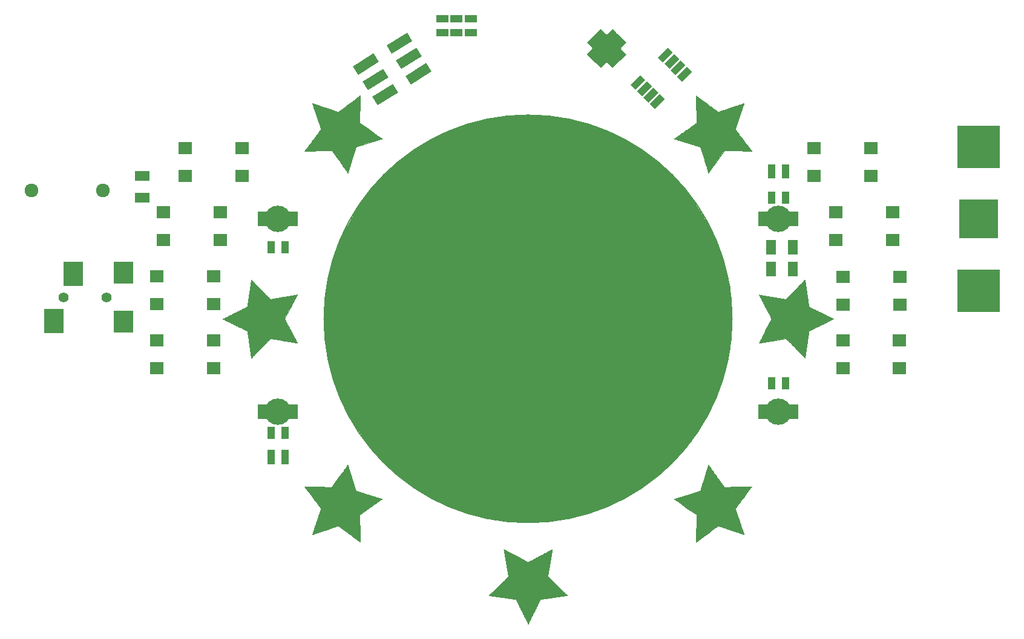
<source format=gbr>
G04 #@! TF.FileFunction,Soldermask,Top*
%FSLAX46Y46*%
G04 Gerber Fmt 4.6, Leading zero omitted, Abs format (unit mm)*
G04 Created by KiCad (PCBNEW 4.0.6) date Mon Apr 24 00:01:32 2017*
%MOMM*%
%LPD*%
G01*
G04 APERTURE LIST*
%ADD10C,0.100000*%
%ADD11C,0.200000*%
%ADD12C,0.010000*%
%ADD13R,5.900000X5.900000*%
%ADD14R,5.400000X5.400000*%
%ADD15C,3.700000*%
%ADD16R,1.300000X2.000000*%
%ADD17C,1.400000*%
%ADD18R,2.800000X3.350000*%
%ADD19R,2.800000X3.050000*%
%ADD20C,1.924000*%
%ADD21R,1.100000X1.700000*%
%ADD22R,1.700000X1.100000*%
%ADD23R,1.950000X1.700000*%
%ADD24R,1.050000X0.800000*%
%ADD25R,2.000000X1.400000*%
%ADD26R,1.400000X2.000000*%
%ADD27C,0.254000*%
G04 APERTURE END LIST*
D10*
D11*
X178535066Y-100000000D02*
G75*
G03X178535066Y-100000000I-28535066J0D01*
G01*
D12*
G36*
X180192442Y-69806612D02*
X180187925Y-69820818D01*
X180180371Y-69843981D01*
X180169894Y-69875768D01*
X180156605Y-69915845D01*
X180140616Y-69963881D01*
X180122039Y-70019543D01*
X180100985Y-70082496D01*
X180077567Y-70152407D01*
X180051896Y-70228946D01*
X180024084Y-70311778D01*
X179994244Y-70400569D01*
X179962486Y-70494988D01*
X179928924Y-70594701D01*
X179893669Y-70699375D01*
X179856832Y-70808677D01*
X179818525Y-70922275D01*
X179778861Y-71039835D01*
X179737952Y-71161024D01*
X179695909Y-71285510D01*
X179652843Y-71412959D01*
X179608868Y-71543039D01*
X179586100Y-71610360D01*
X179541688Y-71741705D01*
X179498122Y-71870614D01*
X179455515Y-71996752D01*
X179413979Y-72119786D01*
X179373628Y-72239381D01*
X179334572Y-72355202D01*
X179296924Y-72466917D01*
X179260797Y-72574189D01*
X179226302Y-72676686D01*
X179193552Y-72774073D01*
X179162659Y-72866016D01*
X179133735Y-72952181D01*
X179106891Y-73032233D01*
X179082242Y-73105838D01*
X179059899Y-73172662D01*
X179039972Y-73232372D01*
X179022577Y-73284632D01*
X179007824Y-73329108D01*
X178995826Y-73365468D01*
X178986694Y-73393375D01*
X178980541Y-73412496D01*
X178977480Y-73422497D01*
X178977144Y-73423975D01*
X178980304Y-73428522D01*
X178989341Y-73440918D01*
X179004039Y-73460876D01*
X179024188Y-73488111D01*
X179049575Y-73522339D01*
X179079986Y-73563275D01*
X179115208Y-73610633D01*
X179155031Y-73664126D01*
X179199238Y-73723472D01*
X179247620Y-73788383D01*
X179299961Y-73858574D01*
X179356051Y-73933762D01*
X179415676Y-74013659D01*
X179478622Y-74097981D01*
X179544677Y-74186442D01*
X179613630Y-74278758D01*
X179685267Y-74374642D01*
X179759375Y-74473810D01*
X179835740Y-74575977D01*
X179914151Y-74680855D01*
X179994395Y-74788163D01*
X180076257Y-74897613D01*
X180101362Y-74931173D01*
X180201413Y-75064915D01*
X180295556Y-75190761D01*
X180383973Y-75308951D01*
X180466840Y-75419725D01*
X180544336Y-75523323D01*
X180616641Y-75619986D01*
X180683932Y-75709953D01*
X180746388Y-75793465D01*
X180804187Y-75870761D01*
X180857510Y-75942082D01*
X180906533Y-76007667D01*
X180951437Y-76067758D01*
X180992398Y-76122594D01*
X181029596Y-76172415D01*
X181063210Y-76217461D01*
X181093417Y-76257973D01*
X181120398Y-76294190D01*
X181144330Y-76326352D01*
X181165392Y-76354700D01*
X181183762Y-76379474D01*
X181199619Y-76400915D01*
X181213143Y-76419261D01*
X181224510Y-76434752D01*
X181233900Y-76447630D01*
X181241493Y-76458134D01*
X181247465Y-76466504D01*
X181251997Y-76472982D01*
X181255266Y-76477805D01*
X181257450Y-76481216D01*
X181258729Y-76483452D01*
X181259282Y-76484756D01*
X181259287Y-76485368D01*
X181258921Y-76485526D01*
X181258366Y-76485470D01*
X181257798Y-76485443D01*
X181257622Y-76485487D01*
X181252334Y-76485534D01*
X181237246Y-76485459D01*
X181212720Y-76485266D01*
X181179114Y-76484960D01*
X181136790Y-76484544D01*
X181086108Y-76484023D01*
X181027427Y-76483400D01*
X180961109Y-76482680D01*
X180887514Y-76481867D01*
X180806999Y-76480965D01*
X180719928Y-76479978D01*
X180626659Y-76478910D01*
X180527553Y-76477765D01*
X180422969Y-76476547D01*
X180313270Y-76475262D01*
X180198813Y-76473911D01*
X180079960Y-76472501D01*
X179957071Y-76471034D01*
X179830506Y-76469515D01*
X179700624Y-76467948D01*
X179567786Y-76466338D01*
X179433531Y-76464701D01*
X179297189Y-76463037D01*
X179163019Y-76461403D01*
X179031402Y-76459804D01*
X178902719Y-76458243D01*
X178777355Y-76456727D01*
X178655692Y-76455259D01*
X178538112Y-76453844D01*
X178424998Y-76452486D01*
X178316733Y-76451189D01*
X178213699Y-76449960D01*
X178116279Y-76448801D01*
X178024855Y-76447718D01*
X177939812Y-76446715D01*
X177861530Y-76445797D01*
X177790392Y-76444967D01*
X177726782Y-76444231D01*
X177671083Y-76443594D01*
X177623675Y-76443059D01*
X177584942Y-76442632D01*
X177555268Y-76442316D01*
X177535035Y-76442117D01*
X177525354Y-76442042D01*
X177437682Y-76441627D01*
X176342100Y-77993308D01*
X176262252Y-78106400D01*
X176183879Y-78217411D01*
X176107185Y-78326051D01*
X176032374Y-78432031D01*
X175959652Y-78535059D01*
X175889222Y-78634847D01*
X175821289Y-78731104D01*
X175756058Y-78823542D01*
X175693732Y-78911868D01*
X175634516Y-78995796D01*
X175578617Y-79075033D01*
X175526235Y-79149289D01*
X175477578Y-79218277D01*
X175432849Y-79281704D01*
X175392254Y-79339283D01*
X175355995Y-79390723D01*
X175324277Y-79435734D01*
X175297306Y-79474024D01*
X175275286Y-79505307D01*
X175258422Y-79529291D01*
X175246916Y-79545686D01*
X175240975Y-79554202D01*
X175240171Y-79555388D01*
X175234292Y-79561997D01*
X175230050Y-79559636D01*
X175228280Y-79554391D01*
X175223594Y-79539781D01*
X175216098Y-79516146D01*
X175205896Y-79483820D01*
X175193094Y-79443142D01*
X175177798Y-79394446D01*
X175160113Y-79338071D01*
X175140143Y-79274354D01*
X175117996Y-79203630D01*
X175093775Y-79126239D01*
X175067586Y-79042514D01*
X175039533Y-78952793D01*
X175009725Y-78857414D01*
X174978264Y-78756714D01*
X174945255Y-78651029D01*
X174910806Y-78540694D01*
X174875021Y-78426049D01*
X174838005Y-78307429D01*
X174799864Y-78185172D01*
X174760701Y-78059614D01*
X174720625Y-77931091D01*
X174679740Y-77799941D01*
X174659317Y-77734422D01*
X174092360Y-75915360D01*
X174063787Y-75905948D01*
X174056878Y-75903766D01*
X174040611Y-75898683D01*
X174015327Y-75890807D01*
X173981375Y-75880244D01*
X173939098Y-75867102D01*
X173888841Y-75851488D01*
X173830951Y-75833507D01*
X173765770Y-75813270D01*
X173693645Y-75790880D01*
X173614920Y-75766447D01*
X173529940Y-75740076D01*
X173439050Y-75711876D01*
X173342597Y-75681953D01*
X173240923Y-75650413D01*
X173134375Y-75617364D01*
X173023297Y-75582914D01*
X172908035Y-75547169D01*
X172788933Y-75510236D01*
X172666337Y-75472222D01*
X172540591Y-75433234D01*
X172412040Y-75393382D01*
X172281030Y-75352767D01*
X172240572Y-75340226D01*
X172109165Y-75299489D01*
X171980244Y-75259515D01*
X171854147Y-75220410D01*
X171731213Y-75182280D01*
X171611777Y-75145229D01*
X171496181Y-75109361D01*
X171384761Y-75074784D01*
X171277856Y-75041601D01*
X171175805Y-75009917D01*
X171078945Y-74979838D01*
X170987616Y-74951468D01*
X170902155Y-74924914D01*
X170822899Y-74900278D01*
X170750190Y-74877669D01*
X170684362Y-74857189D01*
X170625756Y-74838945D01*
X170574708Y-74823041D01*
X170531559Y-74809581D01*
X170496647Y-74798673D01*
X170470308Y-74790420D01*
X170452882Y-74784929D01*
X170444707Y-74782302D01*
X170444094Y-74782081D01*
X170445407Y-74777520D01*
X170447747Y-74774757D01*
X170452247Y-74771452D01*
X170464751Y-74762480D01*
X170484970Y-74748045D01*
X170512615Y-74728353D01*
X170547400Y-74703606D01*
X170589034Y-74674009D01*
X170637231Y-74639768D01*
X170691703Y-74601086D01*
X170752160Y-74558168D01*
X170818314Y-74511218D01*
X170889878Y-74460443D01*
X170966564Y-74406043D01*
X171048082Y-74348226D01*
X171134144Y-74287195D01*
X171224464Y-74223154D01*
X171318752Y-74156310D01*
X171416719Y-74086864D01*
X171518079Y-74015023D01*
X171622542Y-73940989D01*
X171729822Y-73864970D01*
X171839628Y-73787167D01*
X171951674Y-73707787D01*
X172005337Y-73669772D01*
X172118287Y-73589757D01*
X172229114Y-73511246D01*
X172337530Y-73434441D01*
X172443247Y-73359547D01*
X172545980Y-73286765D01*
X172645439Y-73216301D01*
X172741339Y-73148357D01*
X172833392Y-73083137D01*
X172921311Y-73020844D01*
X173004810Y-72961682D01*
X173083600Y-72905853D01*
X173157396Y-72853561D01*
X173225911Y-72805011D01*
X173288856Y-72760404D01*
X173345944Y-72719946D01*
X173396890Y-72683838D01*
X173441405Y-72652286D01*
X173479203Y-72625490D01*
X173509996Y-72603656D01*
X173533498Y-72586986D01*
X173549422Y-72575685D01*
X173557479Y-72569956D01*
X173558469Y-72569244D01*
X173558476Y-72564147D01*
X173558347Y-72549242D01*
X173558088Y-72524881D01*
X173557703Y-72491412D01*
X173557198Y-72449189D01*
X173556576Y-72398561D01*
X173555842Y-72339879D01*
X173555000Y-72273494D01*
X173554055Y-72199757D01*
X173553013Y-72119020D01*
X173551877Y-72031632D01*
X173550651Y-71937945D01*
X173549341Y-71838310D01*
X173547951Y-71733077D01*
X173546486Y-71622599D01*
X173544950Y-71507223D01*
X173543348Y-71387304D01*
X173541685Y-71263191D01*
X173539964Y-71135235D01*
X173538191Y-71003786D01*
X173536369Y-70869197D01*
X173534505Y-70731818D01*
X173533496Y-70657589D01*
X173531180Y-70486799D01*
X173529014Y-70325904D01*
X173526998Y-70174644D01*
X173525129Y-70032755D01*
X173523404Y-69899974D01*
X173521821Y-69776040D01*
X173520377Y-69660691D01*
X173519071Y-69553663D01*
X173517900Y-69454694D01*
X173516862Y-69363522D01*
X173515953Y-69279883D01*
X173515174Y-69203517D01*
X173514519Y-69134160D01*
X173513988Y-69071549D01*
X173513578Y-69015423D01*
X173513287Y-68965519D01*
X173513112Y-68921573D01*
X173513052Y-68883325D01*
X173513103Y-68850511D01*
X173513264Y-68822870D01*
X173513532Y-68800137D01*
X173513904Y-68782052D01*
X173514379Y-68768351D01*
X173514954Y-68758772D01*
X173515627Y-68753053D01*
X173516396Y-68750931D01*
X173516589Y-68750926D01*
X173521282Y-68754218D01*
X173533836Y-68763373D01*
X173553966Y-68778180D01*
X173581389Y-68798426D01*
X173615820Y-68823903D01*
X173656977Y-68854396D01*
X173704574Y-68889696D01*
X173758327Y-68929593D01*
X173817953Y-68973873D01*
X173883168Y-69022327D01*
X173953686Y-69074743D01*
X174029226Y-69130910D01*
X174109502Y-69190617D01*
X174194231Y-69253653D01*
X174283128Y-69319806D01*
X174375909Y-69388865D01*
X174472292Y-69460621D01*
X174571990Y-69534859D01*
X174674721Y-69611371D01*
X174780201Y-69689944D01*
X174888145Y-69770368D01*
X174998269Y-69852431D01*
X175050409Y-69891290D01*
X175161383Y-69973997D01*
X175270274Y-70055145D01*
X175376798Y-70134523D01*
X175480676Y-70211921D01*
X175581624Y-70287129D01*
X175679359Y-70359937D01*
X175773599Y-70430134D01*
X175864064Y-70497511D01*
X175950469Y-70561857D01*
X176032533Y-70622964D01*
X176109973Y-70680619D01*
X176182507Y-70734613D01*
X176249854Y-70784737D01*
X176311730Y-70830779D01*
X176367854Y-70872530D01*
X176417943Y-70909780D01*
X176461715Y-70942319D01*
X176498888Y-70969936D01*
X176529180Y-70992421D01*
X176552307Y-71009565D01*
X176567988Y-71021156D01*
X176575942Y-71026986D01*
X176576931Y-71027676D01*
X176581817Y-71026057D01*
X176595988Y-71021281D01*
X176619114Y-71013459D01*
X176650861Y-71002704D01*
X176690895Y-70989130D01*
X176738883Y-70972850D01*
X176794495Y-70953976D01*
X176857397Y-70932622D01*
X176927255Y-70908902D01*
X177003739Y-70882927D01*
X177086513Y-70854810D01*
X177175247Y-70824666D01*
X177269606Y-70792606D01*
X177369259Y-70758745D01*
X177473874Y-70723194D01*
X177583115Y-70686067D01*
X177696651Y-70647477D01*
X177814151Y-70607537D01*
X177935280Y-70566361D01*
X178059706Y-70524061D01*
X178187097Y-70480749D01*
X178317118Y-70436540D01*
X178384624Y-70413586D01*
X178515875Y-70368964D01*
X178644671Y-70325194D01*
X178770681Y-70282389D01*
X178893571Y-70240659D01*
X179013008Y-70200119D01*
X179128660Y-70160880D01*
X179240192Y-70123057D01*
X179347272Y-70086761D01*
X179449568Y-70052104D01*
X179546746Y-70019200D01*
X179638472Y-69988160D01*
X179724414Y-69959099D01*
X179804239Y-69932128D01*
X179877614Y-69907359D01*
X179944206Y-69884908D01*
X180003681Y-69864883D01*
X180055706Y-69847400D01*
X180099950Y-69832571D01*
X180136078Y-69820507D01*
X180163758Y-69811322D01*
X180182655Y-69805129D01*
X180192439Y-69802040D01*
X180193812Y-69801696D01*
X180192442Y-69806612D01*
X180192442Y-69806612D01*
G37*
X180192442Y-69806612D02*
X180187925Y-69820818D01*
X180180371Y-69843981D01*
X180169894Y-69875768D01*
X180156605Y-69915845D01*
X180140616Y-69963881D01*
X180122039Y-70019543D01*
X180100985Y-70082496D01*
X180077567Y-70152407D01*
X180051896Y-70228946D01*
X180024084Y-70311778D01*
X179994244Y-70400569D01*
X179962486Y-70494988D01*
X179928924Y-70594701D01*
X179893669Y-70699375D01*
X179856832Y-70808677D01*
X179818525Y-70922275D01*
X179778861Y-71039835D01*
X179737952Y-71161024D01*
X179695909Y-71285510D01*
X179652843Y-71412959D01*
X179608868Y-71543039D01*
X179586100Y-71610360D01*
X179541688Y-71741705D01*
X179498122Y-71870614D01*
X179455515Y-71996752D01*
X179413979Y-72119786D01*
X179373628Y-72239381D01*
X179334572Y-72355202D01*
X179296924Y-72466917D01*
X179260797Y-72574189D01*
X179226302Y-72676686D01*
X179193552Y-72774073D01*
X179162659Y-72866016D01*
X179133735Y-72952181D01*
X179106891Y-73032233D01*
X179082242Y-73105838D01*
X179059899Y-73172662D01*
X179039972Y-73232372D01*
X179022577Y-73284632D01*
X179007824Y-73329108D01*
X178995826Y-73365468D01*
X178986694Y-73393375D01*
X178980541Y-73412496D01*
X178977480Y-73422497D01*
X178977144Y-73423975D01*
X178980304Y-73428522D01*
X178989341Y-73440918D01*
X179004039Y-73460876D01*
X179024188Y-73488111D01*
X179049575Y-73522339D01*
X179079986Y-73563275D01*
X179115208Y-73610633D01*
X179155031Y-73664126D01*
X179199238Y-73723472D01*
X179247620Y-73788383D01*
X179299961Y-73858574D01*
X179356051Y-73933762D01*
X179415676Y-74013659D01*
X179478622Y-74097981D01*
X179544677Y-74186442D01*
X179613630Y-74278758D01*
X179685267Y-74374642D01*
X179759375Y-74473810D01*
X179835740Y-74575977D01*
X179914151Y-74680855D01*
X179994395Y-74788163D01*
X180076257Y-74897613D01*
X180101362Y-74931173D01*
X180201413Y-75064915D01*
X180295556Y-75190761D01*
X180383973Y-75308951D01*
X180466840Y-75419725D01*
X180544336Y-75523323D01*
X180616641Y-75619986D01*
X180683932Y-75709953D01*
X180746388Y-75793465D01*
X180804187Y-75870761D01*
X180857510Y-75942082D01*
X180906533Y-76007667D01*
X180951437Y-76067758D01*
X180992398Y-76122594D01*
X181029596Y-76172415D01*
X181063210Y-76217461D01*
X181093417Y-76257973D01*
X181120398Y-76294190D01*
X181144330Y-76326352D01*
X181165392Y-76354700D01*
X181183762Y-76379474D01*
X181199619Y-76400915D01*
X181213143Y-76419261D01*
X181224510Y-76434752D01*
X181233900Y-76447630D01*
X181241493Y-76458134D01*
X181247465Y-76466504D01*
X181251997Y-76472982D01*
X181255266Y-76477805D01*
X181257450Y-76481216D01*
X181258729Y-76483452D01*
X181259282Y-76484756D01*
X181259287Y-76485368D01*
X181258921Y-76485526D01*
X181258366Y-76485470D01*
X181257798Y-76485443D01*
X181257622Y-76485487D01*
X181252334Y-76485534D01*
X181237246Y-76485459D01*
X181212720Y-76485266D01*
X181179114Y-76484960D01*
X181136790Y-76484544D01*
X181086108Y-76484023D01*
X181027427Y-76483400D01*
X180961109Y-76482680D01*
X180887514Y-76481867D01*
X180806999Y-76480965D01*
X180719928Y-76479978D01*
X180626659Y-76478910D01*
X180527553Y-76477765D01*
X180422969Y-76476547D01*
X180313270Y-76475262D01*
X180198813Y-76473911D01*
X180079960Y-76472501D01*
X179957071Y-76471034D01*
X179830506Y-76469515D01*
X179700624Y-76467948D01*
X179567786Y-76466338D01*
X179433531Y-76464701D01*
X179297189Y-76463037D01*
X179163019Y-76461403D01*
X179031402Y-76459804D01*
X178902719Y-76458243D01*
X178777355Y-76456727D01*
X178655692Y-76455259D01*
X178538112Y-76453844D01*
X178424998Y-76452486D01*
X178316733Y-76451189D01*
X178213699Y-76449960D01*
X178116279Y-76448801D01*
X178024855Y-76447718D01*
X177939812Y-76446715D01*
X177861530Y-76445797D01*
X177790392Y-76444967D01*
X177726782Y-76444231D01*
X177671083Y-76443594D01*
X177623675Y-76443059D01*
X177584942Y-76442632D01*
X177555268Y-76442316D01*
X177535035Y-76442117D01*
X177525354Y-76442042D01*
X177437682Y-76441627D01*
X176342100Y-77993308D01*
X176262252Y-78106400D01*
X176183879Y-78217411D01*
X176107185Y-78326051D01*
X176032374Y-78432031D01*
X175959652Y-78535059D01*
X175889222Y-78634847D01*
X175821289Y-78731104D01*
X175756058Y-78823542D01*
X175693732Y-78911868D01*
X175634516Y-78995796D01*
X175578617Y-79075033D01*
X175526235Y-79149289D01*
X175477578Y-79218277D01*
X175432849Y-79281704D01*
X175392254Y-79339283D01*
X175355995Y-79390723D01*
X175324277Y-79435734D01*
X175297306Y-79474024D01*
X175275286Y-79505307D01*
X175258422Y-79529291D01*
X175246916Y-79545686D01*
X175240975Y-79554202D01*
X175240171Y-79555388D01*
X175234292Y-79561997D01*
X175230050Y-79559636D01*
X175228280Y-79554391D01*
X175223594Y-79539781D01*
X175216098Y-79516146D01*
X175205896Y-79483820D01*
X175193094Y-79443142D01*
X175177798Y-79394446D01*
X175160113Y-79338071D01*
X175140143Y-79274354D01*
X175117996Y-79203630D01*
X175093775Y-79126239D01*
X175067586Y-79042514D01*
X175039533Y-78952793D01*
X175009725Y-78857414D01*
X174978264Y-78756714D01*
X174945255Y-78651029D01*
X174910806Y-78540694D01*
X174875021Y-78426049D01*
X174838005Y-78307429D01*
X174799864Y-78185172D01*
X174760701Y-78059614D01*
X174720625Y-77931091D01*
X174679740Y-77799941D01*
X174659317Y-77734422D01*
X174092360Y-75915360D01*
X174063787Y-75905948D01*
X174056878Y-75903766D01*
X174040611Y-75898683D01*
X174015327Y-75890807D01*
X173981375Y-75880244D01*
X173939098Y-75867102D01*
X173888841Y-75851488D01*
X173830951Y-75833507D01*
X173765770Y-75813270D01*
X173693645Y-75790880D01*
X173614920Y-75766447D01*
X173529940Y-75740076D01*
X173439050Y-75711876D01*
X173342597Y-75681953D01*
X173240923Y-75650413D01*
X173134375Y-75617364D01*
X173023297Y-75582914D01*
X172908035Y-75547169D01*
X172788933Y-75510236D01*
X172666337Y-75472222D01*
X172540591Y-75433234D01*
X172412040Y-75393382D01*
X172281030Y-75352767D01*
X172240572Y-75340226D01*
X172109165Y-75299489D01*
X171980244Y-75259515D01*
X171854147Y-75220410D01*
X171731213Y-75182280D01*
X171611777Y-75145229D01*
X171496181Y-75109361D01*
X171384761Y-75074784D01*
X171277856Y-75041601D01*
X171175805Y-75009917D01*
X171078945Y-74979838D01*
X170987616Y-74951468D01*
X170902155Y-74924914D01*
X170822899Y-74900278D01*
X170750190Y-74877669D01*
X170684362Y-74857189D01*
X170625756Y-74838945D01*
X170574708Y-74823041D01*
X170531559Y-74809581D01*
X170496647Y-74798673D01*
X170470308Y-74790420D01*
X170452882Y-74784929D01*
X170444707Y-74782302D01*
X170444094Y-74782081D01*
X170445407Y-74777520D01*
X170447747Y-74774757D01*
X170452247Y-74771452D01*
X170464751Y-74762480D01*
X170484970Y-74748045D01*
X170512615Y-74728353D01*
X170547400Y-74703606D01*
X170589034Y-74674009D01*
X170637231Y-74639768D01*
X170691703Y-74601086D01*
X170752160Y-74558168D01*
X170818314Y-74511218D01*
X170889878Y-74460443D01*
X170966564Y-74406043D01*
X171048082Y-74348226D01*
X171134144Y-74287195D01*
X171224464Y-74223154D01*
X171318752Y-74156310D01*
X171416719Y-74086864D01*
X171518079Y-74015023D01*
X171622542Y-73940989D01*
X171729822Y-73864970D01*
X171839628Y-73787167D01*
X171951674Y-73707787D01*
X172005337Y-73669772D01*
X172118287Y-73589757D01*
X172229114Y-73511246D01*
X172337530Y-73434441D01*
X172443247Y-73359547D01*
X172545980Y-73286765D01*
X172645439Y-73216301D01*
X172741339Y-73148357D01*
X172833392Y-73083137D01*
X172921311Y-73020844D01*
X173004810Y-72961682D01*
X173083600Y-72905853D01*
X173157396Y-72853561D01*
X173225911Y-72805011D01*
X173288856Y-72760404D01*
X173345944Y-72719946D01*
X173396890Y-72683838D01*
X173441405Y-72652286D01*
X173479203Y-72625490D01*
X173509996Y-72603656D01*
X173533498Y-72586986D01*
X173549422Y-72575685D01*
X173557479Y-72569956D01*
X173558469Y-72569244D01*
X173558476Y-72564147D01*
X173558347Y-72549242D01*
X173558088Y-72524881D01*
X173557703Y-72491412D01*
X173557198Y-72449189D01*
X173556576Y-72398561D01*
X173555842Y-72339879D01*
X173555000Y-72273494D01*
X173554055Y-72199757D01*
X173553013Y-72119020D01*
X173551877Y-72031632D01*
X173550651Y-71937945D01*
X173549341Y-71838310D01*
X173547951Y-71733077D01*
X173546486Y-71622599D01*
X173544950Y-71507223D01*
X173543348Y-71387304D01*
X173541685Y-71263191D01*
X173539964Y-71135235D01*
X173538191Y-71003786D01*
X173536369Y-70869197D01*
X173534505Y-70731818D01*
X173533496Y-70657589D01*
X173531180Y-70486799D01*
X173529014Y-70325904D01*
X173526998Y-70174644D01*
X173525129Y-70032755D01*
X173523404Y-69899974D01*
X173521821Y-69776040D01*
X173520377Y-69660691D01*
X173519071Y-69553663D01*
X173517900Y-69454694D01*
X173516862Y-69363522D01*
X173515953Y-69279883D01*
X173515174Y-69203517D01*
X173514519Y-69134160D01*
X173513988Y-69071549D01*
X173513578Y-69015423D01*
X173513287Y-68965519D01*
X173513112Y-68921573D01*
X173513052Y-68883325D01*
X173513103Y-68850511D01*
X173513264Y-68822870D01*
X173513532Y-68800137D01*
X173513904Y-68782052D01*
X173514379Y-68768351D01*
X173514954Y-68758772D01*
X173515627Y-68753053D01*
X173516396Y-68750931D01*
X173516589Y-68750926D01*
X173521282Y-68754218D01*
X173533836Y-68763373D01*
X173553966Y-68778180D01*
X173581389Y-68798426D01*
X173615820Y-68823903D01*
X173656977Y-68854396D01*
X173704574Y-68889696D01*
X173758327Y-68929593D01*
X173817953Y-68973873D01*
X173883168Y-69022327D01*
X173953686Y-69074743D01*
X174029226Y-69130910D01*
X174109502Y-69190617D01*
X174194231Y-69253653D01*
X174283128Y-69319806D01*
X174375909Y-69388865D01*
X174472292Y-69460621D01*
X174571990Y-69534859D01*
X174674721Y-69611371D01*
X174780201Y-69689944D01*
X174888145Y-69770368D01*
X174998269Y-69852431D01*
X175050409Y-69891290D01*
X175161383Y-69973997D01*
X175270274Y-70055145D01*
X175376798Y-70134523D01*
X175480676Y-70211921D01*
X175581624Y-70287129D01*
X175679359Y-70359937D01*
X175773599Y-70430134D01*
X175864064Y-70497511D01*
X175950469Y-70561857D01*
X176032533Y-70622964D01*
X176109973Y-70680619D01*
X176182507Y-70734613D01*
X176249854Y-70784737D01*
X176311730Y-70830779D01*
X176367854Y-70872530D01*
X176417943Y-70909780D01*
X176461715Y-70942319D01*
X176498888Y-70969936D01*
X176529180Y-70992421D01*
X176552307Y-71009565D01*
X176567988Y-71021156D01*
X176575942Y-71026986D01*
X176576931Y-71027676D01*
X176581817Y-71026057D01*
X176595988Y-71021281D01*
X176619114Y-71013459D01*
X176650861Y-71002704D01*
X176690895Y-70989130D01*
X176738883Y-70972850D01*
X176794495Y-70953976D01*
X176857397Y-70932622D01*
X176927255Y-70908902D01*
X177003739Y-70882927D01*
X177086513Y-70854810D01*
X177175247Y-70824666D01*
X177269606Y-70792606D01*
X177369259Y-70758745D01*
X177473874Y-70723194D01*
X177583115Y-70686067D01*
X177696651Y-70647477D01*
X177814151Y-70607537D01*
X177935280Y-70566361D01*
X178059706Y-70524061D01*
X178187097Y-70480749D01*
X178317118Y-70436540D01*
X178384624Y-70413586D01*
X178515875Y-70368964D01*
X178644671Y-70325194D01*
X178770681Y-70282389D01*
X178893571Y-70240659D01*
X179013008Y-70200119D01*
X179128660Y-70160880D01*
X179240192Y-70123057D01*
X179347272Y-70086761D01*
X179449568Y-70052104D01*
X179546746Y-70019200D01*
X179638472Y-69988160D01*
X179724414Y-69959099D01*
X179804239Y-69932128D01*
X179877614Y-69907359D01*
X179944206Y-69884908D01*
X180003681Y-69864883D01*
X180055706Y-69847400D01*
X180099950Y-69832571D01*
X180136078Y-69820507D01*
X180163758Y-69811322D01*
X180182655Y-69805129D01*
X180192439Y-69802040D01*
X180193812Y-69801696D01*
X180192442Y-69806612D01*
G36*
X192699230Y-99999331D02*
X192685991Y-100006182D01*
X192664271Y-100017220D01*
X192634386Y-100032288D01*
X192596650Y-100051230D01*
X192551378Y-100073891D01*
X192498883Y-100100113D01*
X192439481Y-100129740D01*
X192373487Y-100162616D01*
X192301214Y-100198585D01*
X192222977Y-100237490D01*
X192139092Y-100279175D01*
X192049872Y-100323483D01*
X191955632Y-100370259D01*
X191856687Y-100419345D01*
X191753351Y-100470586D01*
X191645938Y-100523825D01*
X191534764Y-100578906D01*
X191420143Y-100635672D01*
X191302389Y-100693968D01*
X191181817Y-100753636D01*
X191058742Y-100814521D01*
X190995040Y-100846025D01*
X190870760Y-100907496D01*
X190748802Y-100967842D01*
X190629481Y-101026908D01*
X190513113Y-101084536D01*
X190400014Y-101140570D01*
X190290499Y-101194851D01*
X190184884Y-101247224D01*
X190083485Y-101297531D01*
X189986617Y-101345616D01*
X189894596Y-101391321D01*
X189807738Y-101434490D01*
X189726358Y-101474965D01*
X189650771Y-101512589D01*
X189581295Y-101547206D01*
X189518244Y-101578659D01*
X189461933Y-101606790D01*
X189412679Y-101631443D01*
X189370798Y-101652461D01*
X189336604Y-101669687D01*
X189310413Y-101682963D01*
X189292542Y-101692133D01*
X189283306Y-101697040D01*
X189282023Y-101697848D01*
X189281042Y-101703297D01*
X189278667Y-101718452D01*
X189274948Y-101742958D01*
X189269937Y-101776464D01*
X189263685Y-101818618D01*
X189256243Y-101869068D01*
X189247662Y-101927461D01*
X189237995Y-101993445D01*
X189227291Y-102066668D01*
X189215603Y-102146778D01*
X189202981Y-102233422D01*
X189189477Y-102326249D01*
X189175142Y-102424906D01*
X189160027Y-102529040D01*
X189144184Y-102638300D01*
X189127664Y-102752334D01*
X189110518Y-102870789D01*
X189092798Y-102993314D01*
X189074554Y-103119555D01*
X189055838Y-103249160D01*
X189036701Y-103381779D01*
X189017194Y-103517057D01*
X189011215Y-103558540D01*
X188987392Y-103723856D01*
X188964975Y-103879412D01*
X188943922Y-104025505D01*
X188924189Y-104162430D01*
X188905732Y-104290483D01*
X188888508Y-104409961D01*
X188872474Y-104521159D01*
X188857585Y-104624374D01*
X188843799Y-104719901D01*
X188831072Y-104808037D01*
X188819361Y-104889078D01*
X188808622Y-104963320D01*
X188798811Y-105031059D01*
X188789885Y-105092591D01*
X188781801Y-105148212D01*
X188774515Y-105198218D01*
X188767984Y-105242905D01*
X188762164Y-105282570D01*
X188757012Y-105317508D01*
X188752484Y-105348016D01*
X188748536Y-105374389D01*
X188745126Y-105396924D01*
X188742210Y-105415916D01*
X188739744Y-105431662D01*
X188737685Y-105444458D01*
X188735989Y-105454600D01*
X188734613Y-105462385D01*
X188733514Y-105468107D01*
X188732647Y-105472063D01*
X188731970Y-105474549D01*
X188731439Y-105475862D01*
X188731010Y-105476298D01*
X188730640Y-105476151D01*
X188730286Y-105475719D01*
X188729904Y-105475298D01*
X188729749Y-105475205D01*
X188725976Y-105471499D01*
X188715360Y-105460777D01*
X188698154Y-105443298D01*
X188674608Y-105419319D01*
X188644974Y-105389097D01*
X188609505Y-105352891D01*
X188568452Y-105310957D01*
X188522067Y-105263554D01*
X188470602Y-105210939D01*
X188414307Y-105153369D01*
X188353437Y-105091102D01*
X188288241Y-105024396D01*
X188218972Y-104953508D01*
X188145881Y-104878695D01*
X188069221Y-104800217D01*
X187989243Y-104718329D01*
X187906198Y-104633290D01*
X187820340Y-104545357D01*
X187731919Y-104454787D01*
X187641187Y-104361839D01*
X187548395Y-104266770D01*
X187454619Y-104170680D01*
X187359388Y-104073095D01*
X187265671Y-103977067D01*
X187173734Y-103882869D01*
X187083845Y-103790773D01*
X186996271Y-103701055D01*
X186911280Y-103613988D01*
X186829140Y-103529846D01*
X186750116Y-103448902D01*
X186674478Y-103371430D01*
X186602491Y-103297705D01*
X186534424Y-103227999D01*
X186470544Y-103162587D01*
X186411118Y-103101743D01*
X186356414Y-103045740D01*
X186306699Y-102994851D01*
X186262240Y-102949352D01*
X186223305Y-102909516D01*
X186190161Y-102875615D01*
X186163075Y-102847925D01*
X186142315Y-102826719D01*
X186128149Y-102812271D01*
X186121357Y-102805373D01*
X186059657Y-102743086D01*
X184187759Y-103065596D01*
X184051330Y-103089103D01*
X183917415Y-103112182D01*
X183786364Y-103134771D01*
X183658526Y-103156811D01*
X183534252Y-103178241D01*
X183413889Y-103199000D01*
X183297789Y-103219028D01*
X183186301Y-103238266D01*
X183079773Y-103256651D01*
X182978556Y-103274125D01*
X182883000Y-103290627D01*
X182793453Y-103306095D01*
X182710266Y-103320471D01*
X182633788Y-103333693D01*
X182564368Y-103345702D01*
X182502356Y-103356436D01*
X182448101Y-103365836D01*
X182401954Y-103373840D01*
X182364263Y-103380390D01*
X182335379Y-103385424D01*
X182315650Y-103388881D01*
X182305427Y-103390702D01*
X182304020Y-103390972D01*
X182295190Y-103391489D01*
X182293860Y-103386819D01*
X182296317Y-103381859D01*
X182303334Y-103368215D01*
X182314746Y-103346202D01*
X182330390Y-103316130D01*
X182350102Y-103278314D01*
X182373719Y-103233065D01*
X182401077Y-103180697D01*
X182432011Y-103121521D01*
X182466360Y-103055851D01*
X182503957Y-102984000D01*
X182544641Y-102906279D01*
X182588247Y-102823001D01*
X182634612Y-102734480D01*
X182683572Y-102641028D01*
X182734962Y-102542957D01*
X182788621Y-102440579D01*
X182844383Y-102334209D01*
X182902086Y-102224158D01*
X182961565Y-102110739D01*
X183022656Y-101994264D01*
X183085197Y-101875046D01*
X183149024Y-101753399D01*
X183180912Y-101692629D01*
X184066284Y-100005459D01*
X184052735Y-99978599D01*
X184049393Y-99972171D01*
X184041484Y-99957074D01*
X184029175Y-99933627D01*
X184012636Y-99902150D01*
X183992035Y-99862963D01*
X183967539Y-99816385D01*
X183939318Y-99762736D01*
X183907538Y-99702336D01*
X183872370Y-99635504D01*
X183833980Y-99562560D01*
X183792537Y-99483823D01*
X183748209Y-99399614D01*
X183701165Y-99310252D01*
X183651573Y-99216056D01*
X183599601Y-99117346D01*
X183545417Y-99014442D01*
X183489190Y-98907664D01*
X183431088Y-98797331D01*
X183371279Y-98683762D01*
X183309932Y-98567278D01*
X183247213Y-98448199D01*
X183183293Y-98326842D01*
X183163553Y-98289366D01*
X183099440Y-98167642D01*
X183036545Y-98048215D01*
X182975032Y-97931400D01*
X182915066Y-97817510D01*
X182856812Y-97706857D01*
X182800435Y-97599756D01*
X182746099Y-97496520D01*
X182693970Y-97397463D01*
X182644213Y-97302898D01*
X182596992Y-97213139D01*
X182552473Y-97128499D01*
X182510819Y-97049292D01*
X182472197Y-96975830D01*
X182436771Y-96908429D01*
X182404705Y-96847400D01*
X182376165Y-96793059D01*
X182351315Y-96745717D01*
X182330321Y-96705689D01*
X182313348Y-96673289D01*
X182300559Y-96648829D01*
X182292120Y-96632624D01*
X182288197Y-96624986D01*
X182287920Y-96624396D01*
X182292073Y-96622099D01*
X182295681Y-96621800D01*
X182301200Y-96622645D01*
X182316386Y-96625143D01*
X182340890Y-96629233D01*
X182374363Y-96634856D01*
X182416458Y-96641954D01*
X182466826Y-96650466D01*
X182525119Y-96660334D01*
X182590988Y-96671499D01*
X182664085Y-96683901D01*
X182744062Y-96697481D01*
X182830569Y-96712180D01*
X182923260Y-96727939D01*
X183021785Y-96744698D01*
X183125796Y-96762398D01*
X183234945Y-96780980D01*
X183348883Y-96800385D01*
X183467262Y-96820553D01*
X183589734Y-96841426D01*
X183715950Y-96862943D01*
X183845562Y-96885047D01*
X183978222Y-96907677D01*
X184113580Y-96930775D01*
X184178406Y-96941840D01*
X184314853Y-96965129D01*
X184448735Y-96987980D01*
X184579706Y-97010332D01*
X184707418Y-97032127D01*
X184831525Y-97053306D01*
X184951679Y-97073808D01*
X185067534Y-97093576D01*
X185178743Y-97112550D01*
X185284959Y-97130670D01*
X185385836Y-97147879D01*
X185481026Y-97164115D01*
X185570183Y-97179321D01*
X185652961Y-97193438D01*
X185729011Y-97206405D01*
X185797987Y-97218164D01*
X185859543Y-97228656D01*
X185913331Y-97237822D01*
X185959006Y-97245602D01*
X185996219Y-97251937D01*
X186024624Y-97256768D01*
X186043875Y-97260037D01*
X186053624Y-97261683D01*
X186054827Y-97261880D01*
X186058436Y-97258280D01*
X186068884Y-97247650D01*
X186085927Y-97230241D01*
X186109321Y-97206303D01*
X186138820Y-97176089D01*
X186174180Y-97139850D01*
X186215155Y-97097836D01*
X186261501Y-97050300D01*
X186312973Y-96997492D01*
X186369326Y-96939665D01*
X186430315Y-96877069D01*
X186495695Y-96809956D01*
X186565221Y-96738577D01*
X186638649Y-96663183D01*
X186715733Y-96584027D01*
X186796230Y-96501358D01*
X186879893Y-96415430D01*
X186966478Y-96326492D01*
X187055740Y-96234797D01*
X187147434Y-96140595D01*
X187241315Y-96044138D01*
X187337139Y-95945678D01*
X187388913Y-95892477D01*
X187508042Y-95770072D01*
X187620280Y-95654771D01*
X187725812Y-95546388D01*
X187824821Y-95444736D01*
X187917491Y-95349626D01*
X188004006Y-95260872D01*
X188084549Y-95178287D01*
X188159306Y-95101683D01*
X188228460Y-95030873D01*
X188292194Y-94965671D01*
X188350693Y-94905887D01*
X188404141Y-94851337D01*
X188452721Y-94801831D01*
X188496618Y-94757183D01*
X188536016Y-94717206D01*
X188571097Y-94681713D01*
X188602048Y-94650515D01*
X188629051Y-94623427D01*
X188652290Y-94600260D01*
X188671949Y-94580828D01*
X188688213Y-94564943D01*
X188701264Y-94552418D01*
X188711288Y-94543066D01*
X188718468Y-94536699D01*
X188722988Y-94533131D01*
X188725032Y-94532174D01*
X188725172Y-94532307D01*
X188726163Y-94537954D01*
X188728566Y-94553304D01*
X188732330Y-94578008D01*
X188737405Y-94611716D01*
X188743737Y-94654077D01*
X188751277Y-94704741D01*
X188759972Y-94763358D01*
X188769770Y-94829578D01*
X188780621Y-94903051D01*
X188792473Y-94983427D01*
X188805273Y-95070355D01*
X188818972Y-95163486D01*
X188833516Y-95262469D01*
X188848856Y-95366954D01*
X188864938Y-95476591D01*
X188881712Y-95591030D01*
X188899126Y-95709921D01*
X188917129Y-95832913D01*
X188935669Y-95959657D01*
X188954695Y-96089802D01*
X188974154Y-96222998D01*
X188993996Y-96358895D01*
X189003387Y-96423241D01*
X189023375Y-96560194D01*
X189042992Y-96694572D01*
X189062188Y-96826025D01*
X189080912Y-96954206D01*
X189099113Y-97078767D01*
X189116739Y-97199359D01*
X189133740Y-97315634D01*
X189150065Y-97427245D01*
X189165663Y-97533842D01*
X189180482Y-97635079D01*
X189194472Y-97730606D01*
X189207582Y-97820075D01*
X189219761Y-97903139D01*
X189230957Y-97979449D01*
X189241120Y-98048657D01*
X189250199Y-98110415D01*
X189258142Y-98164375D01*
X189264899Y-98210188D01*
X189270419Y-98247507D01*
X189274650Y-98275983D01*
X189277542Y-98295268D01*
X189279044Y-98305014D01*
X189279255Y-98306201D01*
X189283855Y-98308512D01*
X189297253Y-98315155D01*
X189319136Y-98325976D01*
X189349189Y-98340820D01*
X189387096Y-98359530D01*
X189432541Y-98381951D01*
X189485210Y-98407929D01*
X189544788Y-98437308D01*
X189610958Y-98469932D01*
X189683407Y-98505647D01*
X189761819Y-98544296D01*
X189845878Y-98585725D01*
X189935270Y-98629777D01*
X190029679Y-98676299D01*
X190128791Y-98725134D01*
X190232289Y-98776127D01*
X190339858Y-98829122D01*
X190451185Y-98883965D01*
X190565952Y-98940500D01*
X190683845Y-98998572D01*
X190804550Y-99058025D01*
X190927750Y-99118703D01*
X190991715Y-99150206D01*
X191116075Y-99211462D01*
X191238098Y-99271585D01*
X191357468Y-99330419D01*
X191473872Y-99387808D01*
X191586993Y-99443597D01*
X191696517Y-99497629D01*
X191802127Y-99549749D01*
X191903510Y-99599801D01*
X192000350Y-99647629D01*
X192092332Y-99693077D01*
X192179140Y-99735989D01*
X192260460Y-99776210D01*
X192335976Y-99813583D01*
X192405374Y-99847953D01*
X192468337Y-99879165D01*
X192524552Y-99907061D01*
X192573702Y-99931486D01*
X192615473Y-99952285D01*
X192649550Y-99969301D01*
X192675617Y-99982379D01*
X192693359Y-99991362D01*
X192702461Y-99996096D01*
X192703675Y-99996824D01*
X192699230Y-99999331D01*
X192699230Y-99999331D01*
G37*
X192699230Y-99999331D02*
X192685991Y-100006182D01*
X192664271Y-100017220D01*
X192634386Y-100032288D01*
X192596650Y-100051230D01*
X192551378Y-100073891D01*
X192498883Y-100100113D01*
X192439481Y-100129740D01*
X192373487Y-100162616D01*
X192301214Y-100198585D01*
X192222977Y-100237490D01*
X192139092Y-100279175D01*
X192049872Y-100323483D01*
X191955632Y-100370259D01*
X191856687Y-100419345D01*
X191753351Y-100470586D01*
X191645938Y-100523825D01*
X191534764Y-100578906D01*
X191420143Y-100635672D01*
X191302389Y-100693968D01*
X191181817Y-100753636D01*
X191058742Y-100814521D01*
X190995040Y-100846025D01*
X190870760Y-100907496D01*
X190748802Y-100967842D01*
X190629481Y-101026908D01*
X190513113Y-101084536D01*
X190400014Y-101140570D01*
X190290499Y-101194851D01*
X190184884Y-101247224D01*
X190083485Y-101297531D01*
X189986617Y-101345616D01*
X189894596Y-101391321D01*
X189807738Y-101434490D01*
X189726358Y-101474965D01*
X189650771Y-101512589D01*
X189581295Y-101547206D01*
X189518244Y-101578659D01*
X189461933Y-101606790D01*
X189412679Y-101631443D01*
X189370798Y-101652461D01*
X189336604Y-101669687D01*
X189310413Y-101682963D01*
X189292542Y-101692133D01*
X189283306Y-101697040D01*
X189282023Y-101697848D01*
X189281042Y-101703297D01*
X189278667Y-101718452D01*
X189274948Y-101742958D01*
X189269937Y-101776464D01*
X189263685Y-101818618D01*
X189256243Y-101869068D01*
X189247662Y-101927461D01*
X189237995Y-101993445D01*
X189227291Y-102066668D01*
X189215603Y-102146778D01*
X189202981Y-102233422D01*
X189189477Y-102326249D01*
X189175142Y-102424906D01*
X189160027Y-102529040D01*
X189144184Y-102638300D01*
X189127664Y-102752334D01*
X189110518Y-102870789D01*
X189092798Y-102993314D01*
X189074554Y-103119555D01*
X189055838Y-103249160D01*
X189036701Y-103381779D01*
X189017194Y-103517057D01*
X189011215Y-103558540D01*
X188987392Y-103723856D01*
X188964975Y-103879412D01*
X188943922Y-104025505D01*
X188924189Y-104162430D01*
X188905732Y-104290483D01*
X188888508Y-104409961D01*
X188872474Y-104521159D01*
X188857585Y-104624374D01*
X188843799Y-104719901D01*
X188831072Y-104808037D01*
X188819361Y-104889078D01*
X188808622Y-104963320D01*
X188798811Y-105031059D01*
X188789885Y-105092591D01*
X188781801Y-105148212D01*
X188774515Y-105198218D01*
X188767984Y-105242905D01*
X188762164Y-105282570D01*
X188757012Y-105317508D01*
X188752484Y-105348016D01*
X188748536Y-105374389D01*
X188745126Y-105396924D01*
X188742210Y-105415916D01*
X188739744Y-105431662D01*
X188737685Y-105444458D01*
X188735989Y-105454600D01*
X188734613Y-105462385D01*
X188733514Y-105468107D01*
X188732647Y-105472063D01*
X188731970Y-105474549D01*
X188731439Y-105475862D01*
X188731010Y-105476298D01*
X188730640Y-105476151D01*
X188730286Y-105475719D01*
X188729904Y-105475298D01*
X188729749Y-105475205D01*
X188725976Y-105471499D01*
X188715360Y-105460777D01*
X188698154Y-105443298D01*
X188674608Y-105419319D01*
X188644974Y-105389097D01*
X188609505Y-105352891D01*
X188568452Y-105310957D01*
X188522067Y-105263554D01*
X188470602Y-105210939D01*
X188414307Y-105153369D01*
X188353437Y-105091102D01*
X188288241Y-105024396D01*
X188218972Y-104953508D01*
X188145881Y-104878695D01*
X188069221Y-104800217D01*
X187989243Y-104718329D01*
X187906198Y-104633290D01*
X187820340Y-104545357D01*
X187731919Y-104454787D01*
X187641187Y-104361839D01*
X187548395Y-104266770D01*
X187454619Y-104170680D01*
X187359388Y-104073095D01*
X187265671Y-103977067D01*
X187173734Y-103882869D01*
X187083845Y-103790773D01*
X186996271Y-103701055D01*
X186911280Y-103613988D01*
X186829140Y-103529846D01*
X186750116Y-103448902D01*
X186674478Y-103371430D01*
X186602491Y-103297705D01*
X186534424Y-103227999D01*
X186470544Y-103162587D01*
X186411118Y-103101743D01*
X186356414Y-103045740D01*
X186306699Y-102994851D01*
X186262240Y-102949352D01*
X186223305Y-102909516D01*
X186190161Y-102875615D01*
X186163075Y-102847925D01*
X186142315Y-102826719D01*
X186128149Y-102812271D01*
X186121357Y-102805373D01*
X186059657Y-102743086D01*
X184187759Y-103065596D01*
X184051330Y-103089103D01*
X183917415Y-103112182D01*
X183786364Y-103134771D01*
X183658526Y-103156811D01*
X183534252Y-103178241D01*
X183413889Y-103199000D01*
X183297789Y-103219028D01*
X183186301Y-103238266D01*
X183079773Y-103256651D01*
X182978556Y-103274125D01*
X182883000Y-103290627D01*
X182793453Y-103306095D01*
X182710266Y-103320471D01*
X182633788Y-103333693D01*
X182564368Y-103345702D01*
X182502356Y-103356436D01*
X182448101Y-103365836D01*
X182401954Y-103373840D01*
X182364263Y-103380390D01*
X182335379Y-103385424D01*
X182315650Y-103388881D01*
X182305427Y-103390702D01*
X182304020Y-103390972D01*
X182295190Y-103391489D01*
X182293860Y-103386819D01*
X182296317Y-103381859D01*
X182303334Y-103368215D01*
X182314746Y-103346202D01*
X182330390Y-103316130D01*
X182350102Y-103278314D01*
X182373719Y-103233065D01*
X182401077Y-103180697D01*
X182432011Y-103121521D01*
X182466360Y-103055851D01*
X182503957Y-102984000D01*
X182544641Y-102906279D01*
X182588247Y-102823001D01*
X182634612Y-102734480D01*
X182683572Y-102641028D01*
X182734962Y-102542957D01*
X182788621Y-102440579D01*
X182844383Y-102334209D01*
X182902086Y-102224158D01*
X182961565Y-102110739D01*
X183022656Y-101994264D01*
X183085197Y-101875046D01*
X183149024Y-101753399D01*
X183180912Y-101692629D01*
X184066284Y-100005459D01*
X184052735Y-99978599D01*
X184049393Y-99972171D01*
X184041484Y-99957074D01*
X184029175Y-99933627D01*
X184012636Y-99902150D01*
X183992035Y-99862963D01*
X183967539Y-99816385D01*
X183939318Y-99762736D01*
X183907538Y-99702336D01*
X183872370Y-99635504D01*
X183833980Y-99562560D01*
X183792537Y-99483823D01*
X183748209Y-99399614D01*
X183701165Y-99310252D01*
X183651573Y-99216056D01*
X183599601Y-99117346D01*
X183545417Y-99014442D01*
X183489190Y-98907664D01*
X183431088Y-98797331D01*
X183371279Y-98683762D01*
X183309932Y-98567278D01*
X183247213Y-98448199D01*
X183183293Y-98326842D01*
X183163553Y-98289366D01*
X183099440Y-98167642D01*
X183036545Y-98048215D01*
X182975032Y-97931400D01*
X182915066Y-97817510D01*
X182856812Y-97706857D01*
X182800435Y-97599756D01*
X182746099Y-97496520D01*
X182693970Y-97397463D01*
X182644213Y-97302898D01*
X182596992Y-97213139D01*
X182552473Y-97128499D01*
X182510819Y-97049292D01*
X182472197Y-96975830D01*
X182436771Y-96908429D01*
X182404705Y-96847400D01*
X182376165Y-96793059D01*
X182351315Y-96745717D01*
X182330321Y-96705689D01*
X182313348Y-96673289D01*
X182300559Y-96648829D01*
X182292120Y-96632624D01*
X182288197Y-96624986D01*
X182287920Y-96624396D01*
X182292073Y-96622099D01*
X182295681Y-96621800D01*
X182301200Y-96622645D01*
X182316386Y-96625143D01*
X182340890Y-96629233D01*
X182374363Y-96634856D01*
X182416458Y-96641954D01*
X182466826Y-96650466D01*
X182525119Y-96660334D01*
X182590988Y-96671499D01*
X182664085Y-96683901D01*
X182744062Y-96697481D01*
X182830569Y-96712180D01*
X182923260Y-96727939D01*
X183021785Y-96744698D01*
X183125796Y-96762398D01*
X183234945Y-96780980D01*
X183348883Y-96800385D01*
X183467262Y-96820553D01*
X183589734Y-96841426D01*
X183715950Y-96862943D01*
X183845562Y-96885047D01*
X183978222Y-96907677D01*
X184113580Y-96930775D01*
X184178406Y-96941840D01*
X184314853Y-96965129D01*
X184448735Y-96987980D01*
X184579706Y-97010332D01*
X184707418Y-97032127D01*
X184831525Y-97053306D01*
X184951679Y-97073808D01*
X185067534Y-97093576D01*
X185178743Y-97112550D01*
X185284959Y-97130670D01*
X185385836Y-97147879D01*
X185481026Y-97164115D01*
X185570183Y-97179321D01*
X185652961Y-97193438D01*
X185729011Y-97206405D01*
X185797987Y-97218164D01*
X185859543Y-97228656D01*
X185913331Y-97237822D01*
X185959006Y-97245602D01*
X185996219Y-97251937D01*
X186024624Y-97256768D01*
X186043875Y-97260037D01*
X186053624Y-97261683D01*
X186054827Y-97261880D01*
X186058436Y-97258280D01*
X186068884Y-97247650D01*
X186085927Y-97230241D01*
X186109321Y-97206303D01*
X186138820Y-97176089D01*
X186174180Y-97139850D01*
X186215155Y-97097836D01*
X186261501Y-97050300D01*
X186312973Y-96997492D01*
X186369326Y-96939665D01*
X186430315Y-96877069D01*
X186495695Y-96809956D01*
X186565221Y-96738577D01*
X186638649Y-96663183D01*
X186715733Y-96584027D01*
X186796230Y-96501358D01*
X186879893Y-96415430D01*
X186966478Y-96326492D01*
X187055740Y-96234797D01*
X187147434Y-96140595D01*
X187241315Y-96044138D01*
X187337139Y-95945678D01*
X187388913Y-95892477D01*
X187508042Y-95770072D01*
X187620280Y-95654771D01*
X187725812Y-95546388D01*
X187824821Y-95444736D01*
X187917491Y-95349626D01*
X188004006Y-95260872D01*
X188084549Y-95178287D01*
X188159306Y-95101683D01*
X188228460Y-95030873D01*
X188292194Y-94965671D01*
X188350693Y-94905887D01*
X188404141Y-94851337D01*
X188452721Y-94801831D01*
X188496618Y-94757183D01*
X188536016Y-94717206D01*
X188571097Y-94681713D01*
X188602048Y-94650515D01*
X188629051Y-94623427D01*
X188652290Y-94600260D01*
X188671949Y-94580828D01*
X188688213Y-94564943D01*
X188701264Y-94552418D01*
X188711288Y-94543066D01*
X188718468Y-94536699D01*
X188722988Y-94533131D01*
X188725032Y-94532174D01*
X188725172Y-94532307D01*
X188726163Y-94537954D01*
X188728566Y-94553304D01*
X188732330Y-94578008D01*
X188737405Y-94611716D01*
X188743737Y-94654077D01*
X188751277Y-94704741D01*
X188759972Y-94763358D01*
X188769770Y-94829578D01*
X188780621Y-94903051D01*
X188792473Y-94983427D01*
X188805273Y-95070355D01*
X188818972Y-95163486D01*
X188833516Y-95262469D01*
X188848856Y-95366954D01*
X188864938Y-95476591D01*
X188881712Y-95591030D01*
X188899126Y-95709921D01*
X188917129Y-95832913D01*
X188935669Y-95959657D01*
X188954695Y-96089802D01*
X188974154Y-96222998D01*
X188993996Y-96358895D01*
X189003387Y-96423241D01*
X189023375Y-96560194D01*
X189042992Y-96694572D01*
X189062188Y-96826025D01*
X189080912Y-96954206D01*
X189099113Y-97078767D01*
X189116739Y-97199359D01*
X189133740Y-97315634D01*
X189150065Y-97427245D01*
X189165663Y-97533842D01*
X189180482Y-97635079D01*
X189194472Y-97730606D01*
X189207582Y-97820075D01*
X189219761Y-97903139D01*
X189230957Y-97979449D01*
X189241120Y-98048657D01*
X189250199Y-98110415D01*
X189258142Y-98164375D01*
X189264899Y-98210188D01*
X189270419Y-98247507D01*
X189274650Y-98275983D01*
X189277542Y-98295268D01*
X189279044Y-98305014D01*
X189279255Y-98306201D01*
X189283855Y-98308512D01*
X189297253Y-98315155D01*
X189319136Y-98325976D01*
X189349189Y-98340820D01*
X189387096Y-98359530D01*
X189432541Y-98381951D01*
X189485210Y-98407929D01*
X189544788Y-98437308D01*
X189610958Y-98469932D01*
X189683407Y-98505647D01*
X189761819Y-98544296D01*
X189845878Y-98585725D01*
X189935270Y-98629777D01*
X190029679Y-98676299D01*
X190128791Y-98725134D01*
X190232289Y-98776127D01*
X190339858Y-98829122D01*
X190451185Y-98883965D01*
X190565952Y-98940500D01*
X190683845Y-98998572D01*
X190804550Y-99058025D01*
X190927750Y-99118703D01*
X190991715Y-99150206D01*
X191116075Y-99211462D01*
X191238098Y-99271585D01*
X191357468Y-99330419D01*
X191473872Y-99387808D01*
X191586993Y-99443597D01*
X191696517Y-99497629D01*
X191802127Y-99549749D01*
X191903510Y-99599801D01*
X192000350Y-99647629D01*
X192092332Y-99693077D01*
X192179140Y-99735989D01*
X192260460Y-99776210D01*
X192335976Y-99813583D01*
X192405374Y-99847953D01*
X192468337Y-99879165D01*
X192524552Y-99907061D01*
X192573702Y-99931486D01*
X192615473Y-99952285D01*
X192649550Y-99969301D01*
X192675617Y-99982379D01*
X192693359Y-99991362D01*
X192702461Y-99996096D01*
X192703675Y-99996824D01*
X192699230Y-99999331D01*
G36*
X180193388Y-130192442D02*
X180179182Y-130187925D01*
X180156019Y-130180371D01*
X180124232Y-130169894D01*
X180084155Y-130156605D01*
X180036119Y-130140616D01*
X179980457Y-130122039D01*
X179917504Y-130100985D01*
X179847593Y-130077567D01*
X179771054Y-130051896D01*
X179688222Y-130024084D01*
X179599431Y-129994244D01*
X179505012Y-129962486D01*
X179405299Y-129928924D01*
X179300625Y-129893669D01*
X179191323Y-129856832D01*
X179077725Y-129818525D01*
X178960165Y-129778861D01*
X178838976Y-129737952D01*
X178714490Y-129695909D01*
X178587041Y-129652843D01*
X178456961Y-129608868D01*
X178389640Y-129586100D01*
X178258295Y-129541688D01*
X178129386Y-129498122D01*
X178003248Y-129455515D01*
X177880214Y-129413979D01*
X177760619Y-129373628D01*
X177644798Y-129334572D01*
X177533083Y-129296924D01*
X177425811Y-129260797D01*
X177323314Y-129226302D01*
X177225927Y-129193552D01*
X177133984Y-129162659D01*
X177047819Y-129133735D01*
X176967767Y-129106891D01*
X176894162Y-129082242D01*
X176827338Y-129059899D01*
X176767628Y-129039972D01*
X176715368Y-129022577D01*
X176670892Y-129007824D01*
X176634532Y-128995826D01*
X176606625Y-128986694D01*
X176587504Y-128980541D01*
X176577503Y-128977480D01*
X176576025Y-128977144D01*
X176571478Y-128980304D01*
X176559082Y-128989341D01*
X176539124Y-129004039D01*
X176511889Y-129024188D01*
X176477661Y-129049575D01*
X176436725Y-129079986D01*
X176389367Y-129115208D01*
X176335874Y-129155031D01*
X176276528Y-129199238D01*
X176211617Y-129247620D01*
X176141426Y-129299961D01*
X176066238Y-129356051D01*
X175986341Y-129415676D01*
X175902019Y-129478622D01*
X175813558Y-129544677D01*
X175721242Y-129613630D01*
X175625358Y-129685267D01*
X175526190Y-129759375D01*
X175424023Y-129835740D01*
X175319145Y-129914151D01*
X175211837Y-129994395D01*
X175102387Y-130076257D01*
X175068827Y-130101362D01*
X174935085Y-130201413D01*
X174809239Y-130295556D01*
X174691049Y-130383973D01*
X174580275Y-130466840D01*
X174476677Y-130544336D01*
X174380014Y-130616641D01*
X174290047Y-130683932D01*
X174206535Y-130746388D01*
X174129239Y-130804187D01*
X174057918Y-130857510D01*
X173992333Y-130906533D01*
X173932242Y-130951437D01*
X173877406Y-130992398D01*
X173827585Y-131029596D01*
X173782539Y-131063210D01*
X173742027Y-131093417D01*
X173705810Y-131120398D01*
X173673648Y-131144330D01*
X173645300Y-131165392D01*
X173620526Y-131183762D01*
X173599085Y-131199619D01*
X173580739Y-131213143D01*
X173565248Y-131224510D01*
X173552370Y-131233900D01*
X173541866Y-131241493D01*
X173533496Y-131247465D01*
X173527018Y-131251997D01*
X173522195Y-131255266D01*
X173518784Y-131257450D01*
X173516548Y-131258729D01*
X173515244Y-131259282D01*
X173514632Y-131259287D01*
X173514474Y-131258921D01*
X173514530Y-131258366D01*
X173514557Y-131257798D01*
X173514513Y-131257622D01*
X173514466Y-131252334D01*
X173514541Y-131237246D01*
X173514734Y-131212720D01*
X173515040Y-131179114D01*
X173515456Y-131136790D01*
X173515977Y-131086108D01*
X173516600Y-131027427D01*
X173517320Y-130961109D01*
X173518133Y-130887514D01*
X173519035Y-130806999D01*
X173520022Y-130719928D01*
X173521090Y-130626659D01*
X173522235Y-130527553D01*
X173523453Y-130422969D01*
X173524738Y-130313270D01*
X173526089Y-130198813D01*
X173527499Y-130079960D01*
X173528966Y-129957071D01*
X173530485Y-129830506D01*
X173532052Y-129700624D01*
X173533662Y-129567786D01*
X173535299Y-129433531D01*
X173536963Y-129297189D01*
X173538597Y-129163019D01*
X173540196Y-129031402D01*
X173541757Y-128902719D01*
X173543273Y-128777355D01*
X173544741Y-128655692D01*
X173546156Y-128538112D01*
X173547514Y-128424998D01*
X173548811Y-128316733D01*
X173550040Y-128213699D01*
X173551199Y-128116279D01*
X173552282Y-128024855D01*
X173553285Y-127939812D01*
X173554203Y-127861530D01*
X173555033Y-127790392D01*
X173555769Y-127726782D01*
X173556406Y-127671083D01*
X173556941Y-127623675D01*
X173557368Y-127584942D01*
X173557684Y-127555268D01*
X173557883Y-127535035D01*
X173557958Y-127525354D01*
X173558373Y-127437682D01*
X172006692Y-126342100D01*
X171893600Y-126262252D01*
X171782589Y-126183879D01*
X171673949Y-126107185D01*
X171567969Y-126032374D01*
X171464941Y-125959652D01*
X171365153Y-125889222D01*
X171268896Y-125821289D01*
X171176458Y-125756058D01*
X171088132Y-125693732D01*
X171004204Y-125634516D01*
X170924967Y-125578617D01*
X170850711Y-125526235D01*
X170781723Y-125477578D01*
X170718296Y-125432849D01*
X170660717Y-125392254D01*
X170609277Y-125355995D01*
X170564266Y-125324277D01*
X170525976Y-125297306D01*
X170494693Y-125275286D01*
X170470709Y-125258422D01*
X170454314Y-125246916D01*
X170445798Y-125240975D01*
X170444612Y-125240171D01*
X170438003Y-125234292D01*
X170440364Y-125230050D01*
X170445609Y-125228280D01*
X170460219Y-125223594D01*
X170483854Y-125216098D01*
X170516180Y-125205896D01*
X170556858Y-125193094D01*
X170605554Y-125177798D01*
X170661929Y-125160113D01*
X170725646Y-125140143D01*
X170796370Y-125117996D01*
X170873761Y-125093775D01*
X170957486Y-125067586D01*
X171047207Y-125039533D01*
X171142586Y-125009725D01*
X171243286Y-124978264D01*
X171348971Y-124945255D01*
X171459306Y-124910806D01*
X171573951Y-124875021D01*
X171692571Y-124838005D01*
X171814828Y-124799864D01*
X171940386Y-124760701D01*
X172068909Y-124720625D01*
X172200059Y-124679740D01*
X172265578Y-124659317D01*
X174084640Y-124092360D01*
X174094052Y-124063787D01*
X174096234Y-124056878D01*
X174101317Y-124040611D01*
X174109193Y-124015327D01*
X174119756Y-123981375D01*
X174132898Y-123939098D01*
X174148512Y-123888841D01*
X174166493Y-123830951D01*
X174186730Y-123765770D01*
X174209120Y-123693645D01*
X174233553Y-123614920D01*
X174259924Y-123529940D01*
X174288124Y-123439050D01*
X174318047Y-123342597D01*
X174349587Y-123240923D01*
X174382636Y-123134375D01*
X174417086Y-123023297D01*
X174452831Y-122908035D01*
X174489764Y-122788933D01*
X174527778Y-122666337D01*
X174566766Y-122540591D01*
X174606618Y-122412040D01*
X174647233Y-122281030D01*
X174659774Y-122240572D01*
X174700511Y-122109165D01*
X174740485Y-121980244D01*
X174779590Y-121854147D01*
X174817720Y-121731213D01*
X174854771Y-121611777D01*
X174890639Y-121496181D01*
X174925216Y-121384761D01*
X174958399Y-121277856D01*
X174990083Y-121175805D01*
X175020162Y-121078945D01*
X175048532Y-120987616D01*
X175075086Y-120902155D01*
X175099722Y-120822899D01*
X175122331Y-120750190D01*
X175142811Y-120684362D01*
X175161055Y-120625756D01*
X175176959Y-120574708D01*
X175190419Y-120531559D01*
X175201327Y-120496647D01*
X175209580Y-120470308D01*
X175215071Y-120452882D01*
X175217698Y-120444707D01*
X175217919Y-120444094D01*
X175222480Y-120445407D01*
X175225243Y-120447747D01*
X175228548Y-120452247D01*
X175237520Y-120464751D01*
X175251955Y-120484970D01*
X175271647Y-120512615D01*
X175296394Y-120547400D01*
X175325991Y-120589034D01*
X175360232Y-120637231D01*
X175398914Y-120691703D01*
X175441832Y-120752160D01*
X175488782Y-120818314D01*
X175539557Y-120889878D01*
X175593957Y-120966564D01*
X175651774Y-121048082D01*
X175712805Y-121134144D01*
X175776846Y-121224464D01*
X175843690Y-121318752D01*
X175913136Y-121416719D01*
X175984977Y-121518079D01*
X176059011Y-121622542D01*
X176135030Y-121729822D01*
X176212833Y-121839628D01*
X176292213Y-121951674D01*
X176330228Y-122005337D01*
X176410243Y-122118287D01*
X176488754Y-122229114D01*
X176565559Y-122337530D01*
X176640453Y-122443247D01*
X176713235Y-122545980D01*
X176783699Y-122645439D01*
X176851643Y-122741339D01*
X176916863Y-122833392D01*
X176979156Y-122921311D01*
X177038318Y-123004810D01*
X177094147Y-123083600D01*
X177146439Y-123157396D01*
X177194989Y-123225911D01*
X177239596Y-123288856D01*
X177280054Y-123345944D01*
X177316162Y-123396890D01*
X177347714Y-123441405D01*
X177374510Y-123479203D01*
X177396344Y-123509996D01*
X177413014Y-123533498D01*
X177424315Y-123549422D01*
X177430044Y-123557479D01*
X177430756Y-123558469D01*
X177435853Y-123558476D01*
X177450758Y-123558347D01*
X177475119Y-123558088D01*
X177508588Y-123557703D01*
X177550811Y-123557198D01*
X177601439Y-123556576D01*
X177660121Y-123555842D01*
X177726506Y-123555000D01*
X177800243Y-123554055D01*
X177880980Y-123553013D01*
X177968368Y-123551877D01*
X178062055Y-123550651D01*
X178161690Y-123549341D01*
X178266923Y-123547951D01*
X178377401Y-123546486D01*
X178492777Y-123544950D01*
X178612696Y-123543348D01*
X178736809Y-123541685D01*
X178864765Y-123539964D01*
X178996214Y-123538191D01*
X179130803Y-123536369D01*
X179268182Y-123534505D01*
X179342411Y-123533496D01*
X179513201Y-123531180D01*
X179674096Y-123529014D01*
X179825356Y-123526998D01*
X179967245Y-123525129D01*
X180100026Y-123523404D01*
X180223960Y-123521821D01*
X180339309Y-123520377D01*
X180446337Y-123519071D01*
X180545306Y-123517900D01*
X180636478Y-123516862D01*
X180720117Y-123515953D01*
X180796483Y-123515174D01*
X180865840Y-123514519D01*
X180928451Y-123513988D01*
X180984577Y-123513578D01*
X181034481Y-123513287D01*
X181078427Y-123513112D01*
X181116675Y-123513052D01*
X181149489Y-123513103D01*
X181177130Y-123513264D01*
X181199863Y-123513532D01*
X181217948Y-123513904D01*
X181231649Y-123514379D01*
X181241228Y-123514954D01*
X181246947Y-123515627D01*
X181249069Y-123516396D01*
X181249074Y-123516589D01*
X181245782Y-123521282D01*
X181236627Y-123533836D01*
X181221820Y-123553966D01*
X181201574Y-123581389D01*
X181176097Y-123615820D01*
X181145604Y-123656977D01*
X181110304Y-123704574D01*
X181070407Y-123758327D01*
X181026127Y-123817953D01*
X180977673Y-123883168D01*
X180925257Y-123953686D01*
X180869090Y-124029226D01*
X180809383Y-124109502D01*
X180746347Y-124194231D01*
X180680194Y-124283128D01*
X180611135Y-124375909D01*
X180539379Y-124472292D01*
X180465141Y-124571990D01*
X180388629Y-124674721D01*
X180310056Y-124780201D01*
X180229632Y-124888145D01*
X180147569Y-124998269D01*
X180108710Y-125050409D01*
X180026003Y-125161383D01*
X179944855Y-125270274D01*
X179865477Y-125376798D01*
X179788079Y-125480676D01*
X179712871Y-125581624D01*
X179640063Y-125679359D01*
X179569866Y-125773599D01*
X179502489Y-125864064D01*
X179438143Y-125950469D01*
X179377036Y-126032533D01*
X179319381Y-126109973D01*
X179265387Y-126182507D01*
X179215263Y-126249854D01*
X179169221Y-126311730D01*
X179127470Y-126367854D01*
X179090220Y-126417943D01*
X179057681Y-126461715D01*
X179030064Y-126498888D01*
X179007579Y-126529180D01*
X178990435Y-126552307D01*
X178978844Y-126567988D01*
X178973014Y-126575942D01*
X178972324Y-126576931D01*
X178973943Y-126581817D01*
X178978719Y-126595988D01*
X178986541Y-126619114D01*
X178997296Y-126650861D01*
X179010870Y-126690895D01*
X179027150Y-126738883D01*
X179046024Y-126794495D01*
X179067378Y-126857397D01*
X179091098Y-126927255D01*
X179117073Y-127003739D01*
X179145190Y-127086513D01*
X179175334Y-127175247D01*
X179207394Y-127269606D01*
X179241255Y-127369259D01*
X179276806Y-127473874D01*
X179313933Y-127583115D01*
X179352523Y-127696651D01*
X179392463Y-127814151D01*
X179433639Y-127935280D01*
X179475939Y-128059706D01*
X179519251Y-128187097D01*
X179563460Y-128317118D01*
X179586414Y-128384624D01*
X179631036Y-128515875D01*
X179674806Y-128644671D01*
X179717611Y-128770681D01*
X179759341Y-128893571D01*
X179799881Y-129013008D01*
X179839120Y-129128660D01*
X179876943Y-129240192D01*
X179913239Y-129347272D01*
X179947896Y-129449568D01*
X179980800Y-129546746D01*
X180011840Y-129638472D01*
X180040901Y-129724414D01*
X180067872Y-129804239D01*
X180092641Y-129877614D01*
X180115092Y-129944206D01*
X180135117Y-130003681D01*
X180152600Y-130055706D01*
X180167429Y-130099950D01*
X180179493Y-130136078D01*
X180188678Y-130163758D01*
X180194871Y-130182655D01*
X180197960Y-130192439D01*
X180198304Y-130193812D01*
X180193388Y-130192442D01*
X180193388Y-130192442D01*
G37*
X180193388Y-130192442D02*
X180179182Y-130187925D01*
X180156019Y-130180371D01*
X180124232Y-130169894D01*
X180084155Y-130156605D01*
X180036119Y-130140616D01*
X179980457Y-130122039D01*
X179917504Y-130100985D01*
X179847593Y-130077567D01*
X179771054Y-130051896D01*
X179688222Y-130024084D01*
X179599431Y-129994244D01*
X179505012Y-129962486D01*
X179405299Y-129928924D01*
X179300625Y-129893669D01*
X179191323Y-129856832D01*
X179077725Y-129818525D01*
X178960165Y-129778861D01*
X178838976Y-129737952D01*
X178714490Y-129695909D01*
X178587041Y-129652843D01*
X178456961Y-129608868D01*
X178389640Y-129586100D01*
X178258295Y-129541688D01*
X178129386Y-129498122D01*
X178003248Y-129455515D01*
X177880214Y-129413979D01*
X177760619Y-129373628D01*
X177644798Y-129334572D01*
X177533083Y-129296924D01*
X177425811Y-129260797D01*
X177323314Y-129226302D01*
X177225927Y-129193552D01*
X177133984Y-129162659D01*
X177047819Y-129133735D01*
X176967767Y-129106891D01*
X176894162Y-129082242D01*
X176827338Y-129059899D01*
X176767628Y-129039972D01*
X176715368Y-129022577D01*
X176670892Y-129007824D01*
X176634532Y-128995826D01*
X176606625Y-128986694D01*
X176587504Y-128980541D01*
X176577503Y-128977480D01*
X176576025Y-128977144D01*
X176571478Y-128980304D01*
X176559082Y-128989341D01*
X176539124Y-129004039D01*
X176511889Y-129024188D01*
X176477661Y-129049575D01*
X176436725Y-129079986D01*
X176389367Y-129115208D01*
X176335874Y-129155031D01*
X176276528Y-129199238D01*
X176211617Y-129247620D01*
X176141426Y-129299961D01*
X176066238Y-129356051D01*
X175986341Y-129415676D01*
X175902019Y-129478622D01*
X175813558Y-129544677D01*
X175721242Y-129613630D01*
X175625358Y-129685267D01*
X175526190Y-129759375D01*
X175424023Y-129835740D01*
X175319145Y-129914151D01*
X175211837Y-129994395D01*
X175102387Y-130076257D01*
X175068827Y-130101362D01*
X174935085Y-130201413D01*
X174809239Y-130295556D01*
X174691049Y-130383973D01*
X174580275Y-130466840D01*
X174476677Y-130544336D01*
X174380014Y-130616641D01*
X174290047Y-130683932D01*
X174206535Y-130746388D01*
X174129239Y-130804187D01*
X174057918Y-130857510D01*
X173992333Y-130906533D01*
X173932242Y-130951437D01*
X173877406Y-130992398D01*
X173827585Y-131029596D01*
X173782539Y-131063210D01*
X173742027Y-131093417D01*
X173705810Y-131120398D01*
X173673648Y-131144330D01*
X173645300Y-131165392D01*
X173620526Y-131183762D01*
X173599085Y-131199619D01*
X173580739Y-131213143D01*
X173565248Y-131224510D01*
X173552370Y-131233900D01*
X173541866Y-131241493D01*
X173533496Y-131247465D01*
X173527018Y-131251997D01*
X173522195Y-131255266D01*
X173518784Y-131257450D01*
X173516548Y-131258729D01*
X173515244Y-131259282D01*
X173514632Y-131259287D01*
X173514474Y-131258921D01*
X173514530Y-131258366D01*
X173514557Y-131257798D01*
X173514513Y-131257622D01*
X173514466Y-131252334D01*
X173514541Y-131237246D01*
X173514734Y-131212720D01*
X173515040Y-131179114D01*
X173515456Y-131136790D01*
X173515977Y-131086108D01*
X173516600Y-131027427D01*
X173517320Y-130961109D01*
X173518133Y-130887514D01*
X173519035Y-130806999D01*
X173520022Y-130719928D01*
X173521090Y-130626659D01*
X173522235Y-130527553D01*
X173523453Y-130422969D01*
X173524738Y-130313270D01*
X173526089Y-130198813D01*
X173527499Y-130079960D01*
X173528966Y-129957071D01*
X173530485Y-129830506D01*
X173532052Y-129700624D01*
X173533662Y-129567786D01*
X173535299Y-129433531D01*
X173536963Y-129297189D01*
X173538597Y-129163019D01*
X173540196Y-129031402D01*
X173541757Y-128902719D01*
X173543273Y-128777355D01*
X173544741Y-128655692D01*
X173546156Y-128538112D01*
X173547514Y-128424998D01*
X173548811Y-128316733D01*
X173550040Y-128213699D01*
X173551199Y-128116279D01*
X173552282Y-128024855D01*
X173553285Y-127939812D01*
X173554203Y-127861530D01*
X173555033Y-127790392D01*
X173555769Y-127726782D01*
X173556406Y-127671083D01*
X173556941Y-127623675D01*
X173557368Y-127584942D01*
X173557684Y-127555268D01*
X173557883Y-127535035D01*
X173557958Y-127525354D01*
X173558373Y-127437682D01*
X172006692Y-126342100D01*
X171893600Y-126262252D01*
X171782589Y-126183879D01*
X171673949Y-126107185D01*
X171567969Y-126032374D01*
X171464941Y-125959652D01*
X171365153Y-125889222D01*
X171268896Y-125821289D01*
X171176458Y-125756058D01*
X171088132Y-125693732D01*
X171004204Y-125634516D01*
X170924967Y-125578617D01*
X170850711Y-125526235D01*
X170781723Y-125477578D01*
X170718296Y-125432849D01*
X170660717Y-125392254D01*
X170609277Y-125355995D01*
X170564266Y-125324277D01*
X170525976Y-125297306D01*
X170494693Y-125275286D01*
X170470709Y-125258422D01*
X170454314Y-125246916D01*
X170445798Y-125240975D01*
X170444612Y-125240171D01*
X170438003Y-125234292D01*
X170440364Y-125230050D01*
X170445609Y-125228280D01*
X170460219Y-125223594D01*
X170483854Y-125216098D01*
X170516180Y-125205896D01*
X170556858Y-125193094D01*
X170605554Y-125177798D01*
X170661929Y-125160113D01*
X170725646Y-125140143D01*
X170796370Y-125117996D01*
X170873761Y-125093775D01*
X170957486Y-125067586D01*
X171047207Y-125039533D01*
X171142586Y-125009725D01*
X171243286Y-124978264D01*
X171348971Y-124945255D01*
X171459306Y-124910806D01*
X171573951Y-124875021D01*
X171692571Y-124838005D01*
X171814828Y-124799864D01*
X171940386Y-124760701D01*
X172068909Y-124720625D01*
X172200059Y-124679740D01*
X172265578Y-124659317D01*
X174084640Y-124092360D01*
X174094052Y-124063787D01*
X174096234Y-124056878D01*
X174101317Y-124040611D01*
X174109193Y-124015327D01*
X174119756Y-123981375D01*
X174132898Y-123939098D01*
X174148512Y-123888841D01*
X174166493Y-123830951D01*
X174186730Y-123765770D01*
X174209120Y-123693645D01*
X174233553Y-123614920D01*
X174259924Y-123529940D01*
X174288124Y-123439050D01*
X174318047Y-123342597D01*
X174349587Y-123240923D01*
X174382636Y-123134375D01*
X174417086Y-123023297D01*
X174452831Y-122908035D01*
X174489764Y-122788933D01*
X174527778Y-122666337D01*
X174566766Y-122540591D01*
X174606618Y-122412040D01*
X174647233Y-122281030D01*
X174659774Y-122240572D01*
X174700511Y-122109165D01*
X174740485Y-121980244D01*
X174779590Y-121854147D01*
X174817720Y-121731213D01*
X174854771Y-121611777D01*
X174890639Y-121496181D01*
X174925216Y-121384761D01*
X174958399Y-121277856D01*
X174990083Y-121175805D01*
X175020162Y-121078945D01*
X175048532Y-120987616D01*
X175075086Y-120902155D01*
X175099722Y-120822899D01*
X175122331Y-120750190D01*
X175142811Y-120684362D01*
X175161055Y-120625756D01*
X175176959Y-120574708D01*
X175190419Y-120531559D01*
X175201327Y-120496647D01*
X175209580Y-120470308D01*
X175215071Y-120452882D01*
X175217698Y-120444707D01*
X175217919Y-120444094D01*
X175222480Y-120445407D01*
X175225243Y-120447747D01*
X175228548Y-120452247D01*
X175237520Y-120464751D01*
X175251955Y-120484970D01*
X175271647Y-120512615D01*
X175296394Y-120547400D01*
X175325991Y-120589034D01*
X175360232Y-120637231D01*
X175398914Y-120691703D01*
X175441832Y-120752160D01*
X175488782Y-120818314D01*
X175539557Y-120889878D01*
X175593957Y-120966564D01*
X175651774Y-121048082D01*
X175712805Y-121134144D01*
X175776846Y-121224464D01*
X175843690Y-121318752D01*
X175913136Y-121416719D01*
X175984977Y-121518079D01*
X176059011Y-121622542D01*
X176135030Y-121729822D01*
X176212833Y-121839628D01*
X176292213Y-121951674D01*
X176330228Y-122005337D01*
X176410243Y-122118287D01*
X176488754Y-122229114D01*
X176565559Y-122337530D01*
X176640453Y-122443247D01*
X176713235Y-122545980D01*
X176783699Y-122645439D01*
X176851643Y-122741339D01*
X176916863Y-122833392D01*
X176979156Y-122921311D01*
X177038318Y-123004810D01*
X177094147Y-123083600D01*
X177146439Y-123157396D01*
X177194989Y-123225911D01*
X177239596Y-123288856D01*
X177280054Y-123345944D01*
X177316162Y-123396890D01*
X177347714Y-123441405D01*
X177374510Y-123479203D01*
X177396344Y-123509996D01*
X177413014Y-123533498D01*
X177424315Y-123549422D01*
X177430044Y-123557479D01*
X177430756Y-123558469D01*
X177435853Y-123558476D01*
X177450758Y-123558347D01*
X177475119Y-123558088D01*
X177508588Y-123557703D01*
X177550811Y-123557198D01*
X177601439Y-123556576D01*
X177660121Y-123555842D01*
X177726506Y-123555000D01*
X177800243Y-123554055D01*
X177880980Y-123553013D01*
X177968368Y-123551877D01*
X178062055Y-123550651D01*
X178161690Y-123549341D01*
X178266923Y-123547951D01*
X178377401Y-123546486D01*
X178492777Y-123544950D01*
X178612696Y-123543348D01*
X178736809Y-123541685D01*
X178864765Y-123539964D01*
X178996214Y-123538191D01*
X179130803Y-123536369D01*
X179268182Y-123534505D01*
X179342411Y-123533496D01*
X179513201Y-123531180D01*
X179674096Y-123529014D01*
X179825356Y-123526998D01*
X179967245Y-123525129D01*
X180100026Y-123523404D01*
X180223960Y-123521821D01*
X180339309Y-123520377D01*
X180446337Y-123519071D01*
X180545306Y-123517900D01*
X180636478Y-123516862D01*
X180720117Y-123515953D01*
X180796483Y-123515174D01*
X180865840Y-123514519D01*
X180928451Y-123513988D01*
X180984577Y-123513578D01*
X181034481Y-123513287D01*
X181078427Y-123513112D01*
X181116675Y-123513052D01*
X181149489Y-123513103D01*
X181177130Y-123513264D01*
X181199863Y-123513532D01*
X181217948Y-123513904D01*
X181231649Y-123514379D01*
X181241228Y-123514954D01*
X181246947Y-123515627D01*
X181249069Y-123516396D01*
X181249074Y-123516589D01*
X181245782Y-123521282D01*
X181236627Y-123533836D01*
X181221820Y-123553966D01*
X181201574Y-123581389D01*
X181176097Y-123615820D01*
X181145604Y-123656977D01*
X181110304Y-123704574D01*
X181070407Y-123758327D01*
X181026127Y-123817953D01*
X180977673Y-123883168D01*
X180925257Y-123953686D01*
X180869090Y-124029226D01*
X180809383Y-124109502D01*
X180746347Y-124194231D01*
X180680194Y-124283128D01*
X180611135Y-124375909D01*
X180539379Y-124472292D01*
X180465141Y-124571990D01*
X180388629Y-124674721D01*
X180310056Y-124780201D01*
X180229632Y-124888145D01*
X180147569Y-124998269D01*
X180108710Y-125050409D01*
X180026003Y-125161383D01*
X179944855Y-125270274D01*
X179865477Y-125376798D01*
X179788079Y-125480676D01*
X179712871Y-125581624D01*
X179640063Y-125679359D01*
X179569866Y-125773599D01*
X179502489Y-125864064D01*
X179438143Y-125950469D01*
X179377036Y-126032533D01*
X179319381Y-126109973D01*
X179265387Y-126182507D01*
X179215263Y-126249854D01*
X179169221Y-126311730D01*
X179127470Y-126367854D01*
X179090220Y-126417943D01*
X179057681Y-126461715D01*
X179030064Y-126498888D01*
X179007579Y-126529180D01*
X178990435Y-126552307D01*
X178978844Y-126567988D01*
X178973014Y-126575942D01*
X178972324Y-126576931D01*
X178973943Y-126581817D01*
X178978719Y-126595988D01*
X178986541Y-126619114D01*
X178997296Y-126650861D01*
X179010870Y-126690895D01*
X179027150Y-126738883D01*
X179046024Y-126794495D01*
X179067378Y-126857397D01*
X179091098Y-126927255D01*
X179117073Y-127003739D01*
X179145190Y-127086513D01*
X179175334Y-127175247D01*
X179207394Y-127269606D01*
X179241255Y-127369259D01*
X179276806Y-127473874D01*
X179313933Y-127583115D01*
X179352523Y-127696651D01*
X179392463Y-127814151D01*
X179433639Y-127935280D01*
X179475939Y-128059706D01*
X179519251Y-128187097D01*
X179563460Y-128317118D01*
X179586414Y-128384624D01*
X179631036Y-128515875D01*
X179674806Y-128644671D01*
X179717611Y-128770681D01*
X179759341Y-128893571D01*
X179799881Y-129013008D01*
X179839120Y-129128660D01*
X179876943Y-129240192D01*
X179913239Y-129347272D01*
X179947896Y-129449568D01*
X179980800Y-129546746D01*
X180011840Y-129638472D01*
X180040901Y-129724414D01*
X180067872Y-129804239D01*
X180092641Y-129877614D01*
X180115092Y-129944206D01*
X180135117Y-130003681D01*
X180152600Y-130055706D01*
X180167429Y-130099950D01*
X180179493Y-130136078D01*
X180188678Y-130163758D01*
X180194871Y-130182655D01*
X180197960Y-130192439D01*
X180198304Y-130193812D01*
X180193388Y-130192442D01*
G36*
X150000669Y-142699230D02*
X149993818Y-142685991D01*
X149982780Y-142664271D01*
X149967712Y-142634386D01*
X149948770Y-142596650D01*
X149926109Y-142551378D01*
X149899887Y-142498883D01*
X149870260Y-142439481D01*
X149837384Y-142373487D01*
X149801415Y-142301214D01*
X149762510Y-142222977D01*
X149720825Y-142139092D01*
X149676517Y-142049872D01*
X149629741Y-141955632D01*
X149580655Y-141856687D01*
X149529414Y-141753351D01*
X149476175Y-141645938D01*
X149421094Y-141534764D01*
X149364328Y-141420143D01*
X149306032Y-141302389D01*
X149246364Y-141181817D01*
X149185479Y-141058742D01*
X149153975Y-140995040D01*
X149092504Y-140870760D01*
X149032158Y-140748802D01*
X148973092Y-140629481D01*
X148915464Y-140513113D01*
X148859430Y-140400014D01*
X148805149Y-140290499D01*
X148752776Y-140184884D01*
X148702469Y-140083485D01*
X148654384Y-139986617D01*
X148608679Y-139894596D01*
X148565510Y-139807738D01*
X148525035Y-139726358D01*
X148487411Y-139650771D01*
X148452794Y-139581295D01*
X148421341Y-139518244D01*
X148393210Y-139461933D01*
X148368557Y-139412679D01*
X148347539Y-139370798D01*
X148330313Y-139336604D01*
X148317037Y-139310413D01*
X148307867Y-139292542D01*
X148302960Y-139283306D01*
X148302152Y-139282023D01*
X148296703Y-139281042D01*
X148281548Y-139278667D01*
X148257042Y-139274948D01*
X148223536Y-139269937D01*
X148181382Y-139263685D01*
X148130932Y-139256243D01*
X148072539Y-139247662D01*
X148006555Y-139237995D01*
X147933332Y-139227291D01*
X147853222Y-139215603D01*
X147766578Y-139202981D01*
X147673751Y-139189477D01*
X147575094Y-139175142D01*
X147470960Y-139160027D01*
X147361700Y-139144184D01*
X147247666Y-139127664D01*
X147129211Y-139110518D01*
X147006686Y-139092798D01*
X146880445Y-139074554D01*
X146750840Y-139055838D01*
X146618221Y-139036701D01*
X146482943Y-139017194D01*
X146441460Y-139011215D01*
X146276144Y-138987392D01*
X146120588Y-138964975D01*
X145974495Y-138943922D01*
X145837570Y-138924189D01*
X145709517Y-138905732D01*
X145590039Y-138888508D01*
X145478841Y-138872474D01*
X145375626Y-138857585D01*
X145280099Y-138843799D01*
X145191963Y-138831072D01*
X145110922Y-138819361D01*
X145036680Y-138808622D01*
X144968941Y-138798811D01*
X144907409Y-138789885D01*
X144851788Y-138781801D01*
X144801782Y-138774515D01*
X144757095Y-138767984D01*
X144717430Y-138762164D01*
X144682492Y-138757012D01*
X144651984Y-138752484D01*
X144625611Y-138748536D01*
X144603076Y-138745126D01*
X144584084Y-138742210D01*
X144568338Y-138739744D01*
X144555542Y-138737685D01*
X144545400Y-138735989D01*
X144537615Y-138734613D01*
X144531893Y-138733514D01*
X144527937Y-138732647D01*
X144525451Y-138731970D01*
X144524138Y-138731439D01*
X144523702Y-138731010D01*
X144523849Y-138730640D01*
X144524281Y-138730286D01*
X144524702Y-138729904D01*
X144524795Y-138729749D01*
X144528501Y-138725976D01*
X144539223Y-138715360D01*
X144556702Y-138698154D01*
X144580681Y-138674608D01*
X144610903Y-138644974D01*
X144647109Y-138609505D01*
X144689043Y-138568452D01*
X144736446Y-138522067D01*
X144789061Y-138470602D01*
X144846631Y-138414307D01*
X144908898Y-138353437D01*
X144975604Y-138288241D01*
X145046492Y-138218972D01*
X145121305Y-138145881D01*
X145199783Y-138069221D01*
X145281671Y-137989243D01*
X145366710Y-137906198D01*
X145454643Y-137820340D01*
X145545213Y-137731919D01*
X145638161Y-137641187D01*
X145733230Y-137548395D01*
X145829320Y-137454619D01*
X145926905Y-137359388D01*
X146022933Y-137265671D01*
X146117131Y-137173734D01*
X146209227Y-137083845D01*
X146298945Y-136996271D01*
X146386012Y-136911280D01*
X146470154Y-136829140D01*
X146551098Y-136750116D01*
X146628570Y-136674478D01*
X146702295Y-136602491D01*
X146772001Y-136534424D01*
X146837413Y-136470544D01*
X146898257Y-136411118D01*
X146954260Y-136356414D01*
X147005149Y-136306699D01*
X147050648Y-136262240D01*
X147090484Y-136223305D01*
X147124385Y-136190161D01*
X147152075Y-136163075D01*
X147173281Y-136142315D01*
X147187729Y-136128149D01*
X147194627Y-136121357D01*
X147256914Y-136059657D01*
X146934404Y-134187759D01*
X146910897Y-134051330D01*
X146887818Y-133917415D01*
X146865229Y-133786364D01*
X146843189Y-133658526D01*
X146821759Y-133534252D01*
X146801000Y-133413889D01*
X146780972Y-133297789D01*
X146761734Y-133186301D01*
X146743349Y-133079773D01*
X146725875Y-132978556D01*
X146709373Y-132883000D01*
X146693905Y-132793453D01*
X146679529Y-132710266D01*
X146666307Y-132633788D01*
X146654298Y-132564368D01*
X146643564Y-132502356D01*
X146634164Y-132448101D01*
X146626160Y-132401954D01*
X146619610Y-132364263D01*
X146614576Y-132335379D01*
X146611119Y-132315650D01*
X146609298Y-132305427D01*
X146609028Y-132304020D01*
X146608511Y-132295190D01*
X146613181Y-132293860D01*
X146618141Y-132296317D01*
X146631785Y-132303334D01*
X146653798Y-132314746D01*
X146683870Y-132330390D01*
X146721686Y-132350102D01*
X146766935Y-132373719D01*
X146819303Y-132401077D01*
X146878479Y-132432011D01*
X146944149Y-132466360D01*
X147016000Y-132503957D01*
X147093721Y-132544641D01*
X147176999Y-132588247D01*
X147265520Y-132634612D01*
X147358972Y-132683572D01*
X147457043Y-132734962D01*
X147559421Y-132788621D01*
X147665791Y-132844383D01*
X147775842Y-132902086D01*
X147889261Y-132961565D01*
X148005736Y-133022656D01*
X148124954Y-133085197D01*
X148246601Y-133149024D01*
X148307371Y-133180912D01*
X149994541Y-134066284D01*
X150021401Y-134052735D01*
X150027829Y-134049393D01*
X150042926Y-134041484D01*
X150066373Y-134029175D01*
X150097850Y-134012636D01*
X150137037Y-133992035D01*
X150183615Y-133967539D01*
X150237264Y-133939318D01*
X150297664Y-133907538D01*
X150364496Y-133872370D01*
X150437440Y-133833980D01*
X150516177Y-133792537D01*
X150600386Y-133748209D01*
X150689748Y-133701165D01*
X150783944Y-133651573D01*
X150882654Y-133599601D01*
X150985558Y-133545417D01*
X151092336Y-133489190D01*
X151202669Y-133431088D01*
X151316238Y-133371279D01*
X151432722Y-133309932D01*
X151551801Y-133247213D01*
X151673158Y-133183293D01*
X151710634Y-133163553D01*
X151832358Y-133099440D01*
X151951785Y-133036545D01*
X152068600Y-132975032D01*
X152182490Y-132915066D01*
X152293143Y-132856812D01*
X152400244Y-132800435D01*
X152503480Y-132746099D01*
X152602537Y-132693970D01*
X152697102Y-132644213D01*
X152786861Y-132596992D01*
X152871501Y-132552473D01*
X152950708Y-132510819D01*
X153024170Y-132472197D01*
X153091571Y-132436771D01*
X153152600Y-132404705D01*
X153206941Y-132376165D01*
X153254283Y-132351315D01*
X153294311Y-132330321D01*
X153326711Y-132313348D01*
X153351171Y-132300559D01*
X153367376Y-132292120D01*
X153375014Y-132288197D01*
X153375604Y-132287920D01*
X153377901Y-132292073D01*
X153378200Y-132295681D01*
X153377355Y-132301200D01*
X153374857Y-132316386D01*
X153370767Y-132340890D01*
X153365144Y-132374363D01*
X153358046Y-132416458D01*
X153349534Y-132466826D01*
X153339666Y-132525119D01*
X153328501Y-132590988D01*
X153316099Y-132664085D01*
X153302519Y-132744062D01*
X153287820Y-132830569D01*
X153272061Y-132923260D01*
X153255302Y-133021785D01*
X153237602Y-133125796D01*
X153219020Y-133234945D01*
X153199615Y-133348883D01*
X153179447Y-133467262D01*
X153158574Y-133589734D01*
X153137057Y-133715950D01*
X153114953Y-133845562D01*
X153092323Y-133978222D01*
X153069225Y-134113580D01*
X153058160Y-134178406D01*
X153034871Y-134314853D01*
X153012020Y-134448735D01*
X152989668Y-134579706D01*
X152967873Y-134707418D01*
X152946694Y-134831525D01*
X152926192Y-134951679D01*
X152906424Y-135067534D01*
X152887450Y-135178743D01*
X152869330Y-135284959D01*
X152852121Y-135385836D01*
X152835885Y-135481026D01*
X152820679Y-135570183D01*
X152806562Y-135652961D01*
X152793595Y-135729011D01*
X152781836Y-135797987D01*
X152771344Y-135859543D01*
X152762178Y-135913331D01*
X152754398Y-135959006D01*
X152748063Y-135996219D01*
X152743232Y-136024624D01*
X152739963Y-136043875D01*
X152738317Y-136053624D01*
X152738120Y-136054827D01*
X152741720Y-136058436D01*
X152752350Y-136068884D01*
X152769759Y-136085927D01*
X152793697Y-136109321D01*
X152823911Y-136138820D01*
X152860150Y-136174180D01*
X152902164Y-136215155D01*
X152949700Y-136261501D01*
X153002508Y-136312973D01*
X153060335Y-136369326D01*
X153122931Y-136430315D01*
X153190044Y-136495695D01*
X153261423Y-136565221D01*
X153336817Y-136638649D01*
X153415973Y-136715733D01*
X153498642Y-136796230D01*
X153584570Y-136879893D01*
X153673508Y-136966478D01*
X153765203Y-137055740D01*
X153859405Y-137147434D01*
X153955862Y-137241315D01*
X154054322Y-137337139D01*
X154107523Y-137388913D01*
X154229928Y-137508042D01*
X154345229Y-137620280D01*
X154453612Y-137725812D01*
X154555264Y-137824821D01*
X154650374Y-137917491D01*
X154739128Y-138004006D01*
X154821713Y-138084549D01*
X154898317Y-138159306D01*
X154969127Y-138228460D01*
X155034329Y-138292194D01*
X155094113Y-138350693D01*
X155148663Y-138404141D01*
X155198169Y-138452721D01*
X155242817Y-138496618D01*
X155282794Y-138536016D01*
X155318287Y-138571097D01*
X155349485Y-138602048D01*
X155376573Y-138629051D01*
X155399740Y-138652290D01*
X155419172Y-138671949D01*
X155435057Y-138688213D01*
X155447582Y-138701264D01*
X155456934Y-138711288D01*
X155463301Y-138718468D01*
X155466869Y-138722988D01*
X155467826Y-138725032D01*
X155467693Y-138725172D01*
X155462046Y-138726163D01*
X155446696Y-138728566D01*
X155421992Y-138732330D01*
X155388284Y-138737405D01*
X155345923Y-138743737D01*
X155295259Y-138751277D01*
X155236642Y-138759972D01*
X155170422Y-138769770D01*
X155096949Y-138780621D01*
X155016573Y-138792473D01*
X154929645Y-138805273D01*
X154836514Y-138818972D01*
X154737531Y-138833516D01*
X154633046Y-138848856D01*
X154523409Y-138864938D01*
X154408970Y-138881712D01*
X154290079Y-138899126D01*
X154167087Y-138917129D01*
X154040343Y-138935669D01*
X153910198Y-138954695D01*
X153777002Y-138974154D01*
X153641105Y-138993996D01*
X153576759Y-139003387D01*
X153439806Y-139023375D01*
X153305428Y-139042992D01*
X153173975Y-139062188D01*
X153045794Y-139080912D01*
X152921233Y-139099113D01*
X152800641Y-139116739D01*
X152684366Y-139133740D01*
X152572755Y-139150065D01*
X152466158Y-139165663D01*
X152364921Y-139180482D01*
X152269394Y-139194472D01*
X152179925Y-139207582D01*
X152096861Y-139219761D01*
X152020551Y-139230957D01*
X151951343Y-139241120D01*
X151889585Y-139250199D01*
X151835625Y-139258142D01*
X151789812Y-139264899D01*
X151752493Y-139270419D01*
X151724017Y-139274650D01*
X151704732Y-139277542D01*
X151694986Y-139279044D01*
X151693799Y-139279255D01*
X151691488Y-139283855D01*
X151684845Y-139297253D01*
X151674024Y-139319136D01*
X151659180Y-139349189D01*
X151640470Y-139387096D01*
X151618049Y-139432541D01*
X151592071Y-139485210D01*
X151562692Y-139544788D01*
X151530068Y-139610958D01*
X151494353Y-139683407D01*
X151455704Y-139761819D01*
X151414275Y-139845878D01*
X151370223Y-139935270D01*
X151323701Y-140029679D01*
X151274866Y-140128791D01*
X151223873Y-140232289D01*
X151170878Y-140339858D01*
X151116035Y-140451185D01*
X151059500Y-140565952D01*
X151001428Y-140683845D01*
X150941975Y-140804550D01*
X150881297Y-140927750D01*
X150849794Y-140991715D01*
X150788538Y-141116075D01*
X150728415Y-141238098D01*
X150669581Y-141357468D01*
X150612192Y-141473872D01*
X150556403Y-141586993D01*
X150502371Y-141696517D01*
X150450251Y-141802127D01*
X150400199Y-141903510D01*
X150352371Y-142000350D01*
X150306923Y-142092332D01*
X150264011Y-142179140D01*
X150223790Y-142260460D01*
X150186417Y-142335976D01*
X150152047Y-142405374D01*
X150120835Y-142468337D01*
X150092939Y-142524552D01*
X150068514Y-142573702D01*
X150047715Y-142615473D01*
X150030699Y-142649550D01*
X150017621Y-142675617D01*
X150008638Y-142693359D01*
X150003904Y-142702461D01*
X150003176Y-142703675D01*
X150000669Y-142699230D01*
X150000669Y-142699230D01*
G37*
X150000669Y-142699230D02*
X149993818Y-142685991D01*
X149982780Y-142664271D01*
X149967712Y-142634386D01*
X149948770Y-142596650D01*
X149926109Y-142551378D01*
X149899887Y-142498883D01*
X149870260Y-142439481D01*
X149837384Y-142373487D01*
X149801415Y-142301214D01*
X149762510Y-142222977D01*
X149720825Y-142139092D01*
X149676517Y-142049872D01*
X149629741Y-141955632D01*
X149580655Y-141856687D01*
X149529414Y-141753351D01*
X149476175Y-141645938D01*
X149421094Y-141534764D01*
X149364328Y-141420143D01*
X149306032Y-141302389D01*
X149246364Y-141181817D01*
X149185479Y-141058742D01*
X149153975Y-140995040D01*
X149092504Y-140870760D01*
X149032158Y-140748802D01*
X148973092Y-140629481D01*
X148915464Y-140513113D01*
X148859430Y-140400014D01*
X148805149Y-140290499D01*
X148752776Y-140184884D01*
X148702469Y-140083485D01*
X148654384Y-139986617D01*
X148608679Y-139894596D01*
X148565510Y-139807738D01*
X148525035Y-139726358D01*
X148487411Y-139650771D01*
X148452794Y-139581295D01*
X148421341Y-139518244D01*
X148393210Y-139461933D01*
X148368557Y-139412679D01*
X148347539Y-139370798D01*
X148330313Y-139336604D01*
X148317037Y-139310413D01*
X148307867Y-139292542D01*
X148302960Y-139283306D01*
X148302152Y-139282023D01*
X148296703Y-139281042D01*
X148281548Y-139278667D01*
X148257042Y-139274948D01*
X148223536Y-139269937D01*
X148181382Y-139263685D01*
X148130932Y-139256243D01*
X148072539Y-139247662D01*
X148006555Y-139237995D01*
X147933332Y-139227291D01*
X147853222Y-139215603D01*
X147766578Y-139202981D01*
X147673751Y-139189477D01*
X147575094Y-139175142D01*
X147470960Y-139160027D01*
X147361700Y-139144184D01*
X147247666Y-139127664D01*
X147129211Y-139110518D01*
X147006686Y-139092798D01*
X146880445Y-139074554D01*
X146750840Y-139055838D01*
X146618221Y-139036701D01*
X146482943Y-139017194D01*
X146441460Y-139011215D01*
X146276144Y-138987392D01*
X146120588Y-138964975D01*
X145974495Y-138943922D01*
X145837570Y-138924189D01*
X145709517Y-138905732D01*
X145590039Y-138888508D01*
X145478841Y-138872474D01*
X145375626Y-138857585D01*
X145280099Y-138843799D01*
X145191963Y-138831072D01*
X145110922Y-138819361D01*
X145036680Y-138808622D01*
X144968941Y-138798811D01*
X144907409Y-138789885D01*
X144851788Y-138781801D01*
X144801782Y-138774515D01*
X144757095Y-138767984D01*
X144717430Y-138762164D01*
X144682492Y-138757012D01*
X144651984Y-138752484D01*
X144625611Y-138748536D01*
X144603076Y-138745126D01*
X144584084Y-138742210D01*
X144568338Y-138739744D01*
X144555542Y-138737685D01*
X144545400Y-138735989D01*
X144537615Y-138734613D01*
X144531893Y-138733514D01*
X144527937Y-138732647D01*
X144525451Y-138731970D01*
X144524138Y-138731439D01*
X144523702Y-138731010D01*
X144523849Y-138730640D01*
X144524281Y-138730286D01*
X144524702Y-138729904D01*
X144524795Y-138729749D01*
X144528501Y-138725976D01*
X144539223Y-138715360D01*
X144556702Y-138698154D01*
X144580681Y-138674608D01*
X144610903Y-138644974D01*
X144647109Y-138609505D01*
X144689043Y-138568452D01*
X144736446Y-138522067D01*
X144789061Y-138470602D01*
X144846631Y-138414307D01*
X144908898Y-138353437D01*
X144975604Y-138288241D01*
X145046492Y-138218972D01*
X145121305Y-138145881D01*
X145199783Y-138069221D01*
X145281671Y-137989243D01*
X145366710Y-137906198D01*
X145454643Y-137820340D01*
X145545213Y-137731919D01*
X145638161Y-137641187D01*
X145733230Y-137548395D01*
X145829320Y-137454619D01*
X145926905Y-137359388D01*
X146022933Y-137265671D01*
X146117131Y-137173734D01*
X146209227Y-137083845D01*
X146298945Y-136996271D01*
X146386012Y-136911280D01*
X146470154Y-136829140D01*
X146551098Y-136750116D01*
X146628570Y-136674478D01*
X146702295Y-136602491D01*
X146772001Y-136534424D01*
X146837413Y-136470544D01*
X146898257Y-136411118D01*
X146954260Y-136356414D01*
X147005149Y-136306699D01*
X147050648Y-136262240D01*
X147090484Y-136223305D01*
X147124385Y-136190161D01*
X147152075Y-136163075D01*
X147173281Y-136142315D01*
X147187729Y-136128149D01*
X147194627Y-136121357D01*
X147256914Y-136059657D01*
X146934404Y-134187759D01*
X146910897Y-134051330D01*
X146887818Y-133917415D01*
X146865229Y-133786364D01*
X146843189Y-133658526D01*
X146821759Y-133534252D01*
X146801000Y-133413889D01*
X146780972Y-133297789D01*
X146761734Y-133186301D01*
X146743349Y-133079773D01*
X146725875Y-132978556D01*
X146709373Y-132883000D01*
X146693905Y-132793453D01*
X146679529Y-132710266D01*
X146666307Y-132633788D01*
X146654298Y-132564368D01*
X146643564Y-132502356D01*
X146634164Y-132448101D01*
X146626160Y-132401954D01*
X146619610Y-132364263D01*
X146614576Y-132335379D01*
X146611119Y-132315650D01*
X146609298Y-132305427D01*
X146609028Y-132304020D01*
X146608511Y-132295190D01*
X146613181Y-132293860D01*
X146618141Y-132296317D01*
X146631785Y-132303334D01*
X146653798Y-132314746D01*
X146683870Y-132330390D01*
X146721686Y-132350102D01*
X146766935Y-132373719D01*
X146819303Y-132401077D01*
X146878479Y-132432011D01*
X146944149Y-132466360D01*
X147016000Y-132503957D01*
X147093721Y-132544641D01*
X147176999Y-132588247D01*
X147265520Y-132634612D01*
X147358972Y-132683572D01*
X147457043Y-132734962D01*
X147559421Y-132788621D01*
X147665791Y-132844383D01*
X147775842Y-132902086D01*
X147889261Y-132961565D01*
X148005736Y-133022656D01*
X148124954Y-133085197D01*
X148246601Y-133149024D01*
X148307371Y-133180912D01*
X149994541Y-134066284D01*
X150021401Y-134052735D01*
X150027829Y-134049393D01*
X150042926Y-134041484D01*
X150066373Y-134029175D01*
X150097850Y-134012636D01*
X150137037Y-133992035D01*
X150183615Y-133967539D01*
X150237264Y-133939318D01*
X150297664Y-133907538D01*
X150364496Y-133872370D01*
X150437440Y-133833980D01*
X150516177Y-133792537D01*
X150600386Y-133748209D01*
X150689748Y-133701165D01*
X150783944Y-133651573D01*
X150882654Y-133599601D01*
X150985558Y-133545417D01*
X151092336Y-133489190D01*
X151202669Y-133431088D01*
X151316238Y-133371279D01*
X151432722Y-133309932D01*
X151551801Y-133247213D01*
X151673158Y-133183293D01*
X151710634Y-133163553D01*
X151832358Y-133099440D01*
X151951785Y-133036545D01*
X152068600Y-132975032D01*
X152182490Y-132915066D01*
X152293143Y-132856812D01*
X152400244Y-132800435D01*
X152503480Y-132746099D01*
X152602537Y-132693970D01*
X152697102Y-132644213D01*
X152786861Y-132596992D01*
X152871501Y-132552473D01*
X152950708Y-132510819D01*
X153024170Y-132472197D01*
X153091571Y-132436771D01*
X153152600Y-132404705D01*
X153206941Y-132376165D01*
X153254283Y-132351315D01*
X153294311Y-132330321D01*
X153326711Y-132313348D01*
X153351171Y-132300559D01*
X153367376Y-132292120D01*
X153375014Y-132288197D01*
X153375604Y-132287920D01*
X153377901Y-132292073D01*
X153378200Y-132295681D01*
X153377355Y-132301200D01*
X153374857Y-132316386D01*
X153370767Y-132340890D01*
X153365144Y-132374363D01*
X153358046Y-132416458D01*
X153349534Y-132466826D01*
X153339666Y-132525119D01*
X153328501Y-132590988D01*
X153316099Y-132664085D01*
X153302519Y-132744062D01*
X153287820Y-132830569D01*
X153272061Y-132923260D01*
X153255302Y-133021785D01*
X153237602Y-133125796D01*
X153219020Y-133234945D01*
X153199615Y-133348883D01*
X153179447Y-133467262D01*
X153158574Y-133589734D01*
X153137057Y-133715950D01*
X153114953Y-133845562D01*
X153092323Y-133978222D01*
X153069225Y-134113580D01*
X153058160Y-134178406D01*
X153034871Y-134314853D01*
X153012020Y-134448735D01*
X152989668Y-134579706D01*
X152967873Y-134707418D01*
X152946694Y-134831525D01*
X152926192Y-134951679D01*
X152906424Y-135067534D01*
X152887450Y-135178743D01*
X152869330Y-135284959D01*
X152852121Y-135385836D01*
X152835885Y-135481026D01*
X152820679Y-135570183D01*
X152806562Y-135652961D01*
X152793595Y-135729011D01*
X152781836Y-135797987D01*
X152771344Y-135859543D01*
X152762178Y-135913331D01*
X152754398Y-135959006D01*
X152748063Y-135996219D01*
X152743232Y-136024624D01*
X152739963Y-136043875D01*
X152738317Y-136053624D01*
X152738120Y-136054827D01*
X152741720Y-136058436D01*
X152752350Y-136068884D01*
X152769759Y-136085927D01*
X152793697Y-136109321D01*
X152823911Y-136138820D01*
X152860150Y-136174180D01*
X152902164Y-136215155D01*
X152949700Y-136261501D01*
X153002508Y-136312973D01*
X153060335Y-136369326D01*
X153122931Y-136430315D01*
X153190044Y-136495695D01*
X153261423Y-136565221D01*
X153336817Y-136638649D01*
X153415973Y-136715733D01*
X153498642Y-136796230D01*
X153584570Y-136879893D01*
X153673508Y-136966478D01*
X153765203Y-137055740D01*
X153859405Y-137147434D01*
X153955862Y-137241315D01*
X154054322Y-137337139D01*
X154107523Y-137388913D01*
X154229928Y-137508042D01*
X154345229Y-137620280D01*
X154453612Y-137725812D01*
X154555264Y-137824821D01*
X154650374Y-137917491D01*
X154739128Y-138004006D01*
X154821713Y-138084549D01*
X154898317Y-138159306D01*
X154969127Y-138228460D01*
X155034329Y-138292194D01*
X155094113Y-138350693D01*
X155148663Y-138404141D01*
X155198169Y-138452721D01*
X155242817Y-138496618D01*
X155282794Y-138536016D01*
X155318287Y-138571097D01*
X155349485Y-138602048D01*
X155376573Y-138629051D01*
X155399740Y-138652290D01*
X155419172Y-138671949D01*
X155435057Y-138688213D01*
X155447582Y-138701264D01*
X155456934Y-138711288D01*
X155463301Y-138718468D01*
X155466869Y-138722988D01*
X155467826Y-138725032D01*
X155467693Y-138725172D01*
X155462046Y-138726163D01*
X155446696Y-138728566D01*
X155421992Y-138732330D01*
X155388284Y-138737405D01*
X155345923Y-138743737D01*
X155295259Y-138751277D01*
X155236642Y-138759972D01*
X155170422Y-138769770D01*
X155096949Y-138780621D01*
X155016573Y-138792473D01*
X154929645Y-138805273D01*
X154836514Y-138818972D01*
X154737531Y-138833516D01*
X154633046Y-138848856D01*
X154523409Y-138864938D01*
X154408970Y-138881712D01*
X154290079Y-138899126D01*
X154167087Y-138917129D01*
X154040343Y-138935669D01*
X153910198Y-138954695D01*
X153777002Y-138974154D01*
X153641105Y-138993996D01*
X153576759Y-139003387D01*
X153439806Y-139023375D01*
X153305428Y-139042992D01*
X153173975Y-139062188D01*
X153045794Y-139080912D01*
X152921233Y-139099113D01*
X152800641Y-139116739D01*
X152684366Y-139133740D01*
X152572755Y-139150065D01*
X152466158Y-139165663D01*
X152364921Y-139180482D01*
X152269394Y-139194472D01*
X152179925Y-139207582D01*
X152096861Y-139219761D01*
X152020551Y-139230957D01*
X151951343Y-139241120D01*
X151889585Y-139250199D01*
X151835625Y-139258142D01*
X151789812Y-139264899D01*
X151752493Y-139270419D01*
X151724017Y-139274650D01*
X151704732Y-139277542D01*
X151694986Y-139279044D01*
X151693799Y-139279255D01*
X151691488Y-139283855D01*
X151684845Y-139297253D01*
X151674024Y-139319136D01*
X151659180Y-139349189D01*
X151640470Y-139387096D01*
X151618049Y-139432541D01*
X151592071Y-139485210D01*
X151562692Y-139544788D01*
X151530068Y-139610958D01*
X151494353Y-139683407D01*
X151455704Y-139761819D01*
X151414275Y-139845878D01*
X151370223Y-139935270D01*
X151323701Y-140029679D01*
X151274866Y-140128791D01*
X151223873Y-140232289D01*
X151170878Y-140339858D01*
X151116035Y-140451185D01*
X151059500Y-140565952D01*
X151001428Y-140683845D01*
X150941975Y-140804550D01*
X150881297Y-140927750D01*
X150849794Y-140991715D01*
X150788538Y-141116075D01*
X150728415Y-141238098D01*
X150669581Y-141357468D01*
X150612192Y-141473872D01*
X150556403Y-141586993D01*
X150502371Y-141696517D01*
X150450251Y-141802127D01*
X150400199Y-141903510D01*
X150352371Y-142000350D01*
X150306923Y-142092332D01*
X150264011Y-142179140D01*
X150223790Y-142260460D01*
X150186417Y-142335976D01*
X150152047Y-142405374D01*
X150120835Y-142468337D01*
X150092939Y-142524552D01*
X150068514Y-142573702D01*
X150047715Y-142615473D01*
X150030699Y-142649550D01*
X150017621Y-142675617D01*
X150008638Y-142693359D01*
X150003904Y-142702461D01*
X150003176Y-142703675D01*
X150000669Y-142699230D01*
G36*
X119807558Y-130193388D02*
X119812075Y-130179182D01*
X119819629Y-130156019D01*
X119830106Y-130124232D01*
X119843395Y-130084155D01*
X119859384Y-130036119D01*
X119877961Y-129980457D01*
X119899015Y-129917504D01*
X119922433Y-129847593D01*
X119948104Y-129771054D01*
X119975916Y-129688222D01*
X120005756Y-129599431D01*
X120037514Y-129505012D01*
X120071076Y-129405299D01*
X120106331Y-129300625D01*
X120143168Y-129191323D01*
X120181475Y-129077725D01*
X120221139Y-128960165D01*
X120262048Y-128838976D01*
X120304091Y-128714490D01*
X120347157Y-128587041D01*
X120391132Y-128456961D01*
X120413900Y-128389640D01*
X120458312Y-128258295D01*
X120501878Y-128129386D01*
X120544485Y-128003248D01*
X120586021Y-127880214D01*
X120626372Y-127760619D01*
X120665428Y-127644798D01*
X120703076Y-127533083D01*
X120739203Y-127425811D01*
X120773698Y-127323314D01*
X120806448Y-127225927D01*
X120837341Y-127133984D01*
X120866265Y-127047819D01*
X120893109Y-126967767D01*
X120917758Y-126894162D01*
X120940101Y-126827338D01*
X120960028Y-126767628D01*
X120977423Y-126715368D01*
X120992176Y-126670892D01*
X121004174Y-126634532D01*
X121013306Y-126606625D01*
X121019459Y-126587504D01*
X121022520Y-126577503D01*
X121022856Y-126576025D01*
X121019696Y-126571478D01*
X121010659Y-126559082D01*
X120995961Y-126539124D01*
X120975812Y-126511889D01*
X120950425Y-126477661D01*
X120920014Y-126436725D01*
X120884792Y-126389367D01*
X120844969Y-126335874D01*
X120800762Y-126276528D01*
X120752380Y-126211617D01*
X120700039Y-126141426D01*
X120643949Y-126066238D01*
X120584324Y-125986341D01*
X120521378Y-125902019D01*
X120455323Y-125813558D01*
X120386370Y-125721242D01*
X120314733Y-125625358D01*
X120240625Y-125526190D01*
X120164260Y-125424023D01*
X120085849Y-125319145D01*
X120005605Y-125211837D01*
X119923743Y-125102387D01*
X119898638Y-125068827D01*
X119798587Y-124935085D01*
X119704444Y-124809239D01*
X119616027Y-124691049D01*
X119533160Y-124580275D01*
X119455664Y-124476677D01*
X119383359Y-124380014D01*
X119316068Y-124290047D01*
X119253612Y-124206535D01*
X119195813Y-124129239D01*
X119142490Y-124057918D01*
X119093467Y-123992333D01*
X119048563Y-123932242D01*
X119007602Y-123877406D01*
X118970404Y-123827585D01*
X118936790Y-123782539D01*
X118906583Y-123742027D01*
X118879602Y-123705810D01*
X118855670Y-123673648D01*
X118834608Y-123645300D01*
X118816238Y-123620526D01*
X118800381Y-123599085D01*
X118786857Y-123580739D01*
X118775490Y-123565248D01*
X118766100Y-123552370D01*
X118758507Y-123541866D01*
X118752535Y-123533496D01*
X118748003Y-123527018D01*
X118744734Y-123522195D01*
X118742550Y-123518784D01*
X118741271Y-123516548D01*
X118740718Y-123515244D01*
X118740713Y-123514632D01*
X118741079Y-123514474D01*
X118741634Y-123514530D01*
X118742202Y-123514557D01*
X118742378Y-123514513D01*
X118747666Y-123514466D01*
X118762754Y-123514541D01*
X118787280Y-123514734D01*
X118820886Y-123515040D01*
X118863210Y-123515456D01*
X118913892Y-123515977D01*
X118972573Y-123516600D01*
X119038891Y-123517320D01*
X119112486Y-123518133D01*
X119193001Y-123519035D01*
X119280072Y-123520022D01*
X119373341Y-123521090D01*
X119472447Y-123522235D01*
X119577031Y-123523453D01*
X119686730Y-123524738D01*
X119801187Y-123526089D01*
X119920040Y-123527499D01*
X120042929Y-123528966D01*
X120169494Y-123530485D01*
X120299376Y-123532052D01*
X120432214Y-123533662D01*
X120566469Y-123535299D01*
X120702811Y-123536963D01*
X120836981Y-123538597D01*
X120968598Y-123540196D01*
X121097281Y-123541757D01*
X121222645Y-123543273D01*
X121344308Y-123544741D01*
X121461888Y-123546156D01*
X121575002Y-123547514D01*
X121683267Y-123548811D01*
X121786301Y-123550040D01*
X121883721Y-123551199D01*
X121975145Y-123552282D01*
X122060188Y-123553285D01*
X122138470Y-123554203D01*
X122209608Y-123555033D01*
X122273218Y-123555769D01*
X122328917Y-123556406D01*
X122376325Y-123556941D01*
X122415058Y-123557368D01*
X122444732Y-123557684D01*
X122464965Y-123557883D01*
X122474646Y-123557958D01*
X122562318Y-123558373D01*
X123657900Y-122006692D01*
X123737748Y-121893600D01*
X123816121Y-121782589D01*
X123892815Y-121673949D01*
X123967626Y-121567969D01*
X124040348Y-121464941D01*
X124110778Y-121365153D01*
X124178711Y-121268896D01*
X124243942Y-121176458D01*
X124306268Y-121088132D01*
X124365484Y-121004204D01*
X124421383Y-120924967D01*
X124473765Y-120850711D01*
X124522422Y-120781723D01*
X124567151Y-120718296D01*
X124607746Y-120660717D01*
X124644005Y-120609277D01*
X124675723Y-120564266D01*
X124702694Y-120525976D01*
X124724714Y-120494693D01*
X124741578Y-120470709D01*
X124753084Y-120454314D01*
X124759025Y-120445798D01*
X124759829Y-120444612D01*
X124765708Y-120438003D01*
X124769950Y-120440364D01*
X124771720Y-120445609D01*
X124776406Y-120460219D01*
X124783902Y-120483854D01*
X124794104Y-120516180D01*
X124806906Y-120556858D01*
X124822202Y-120605554D01*
X124839887Y-120661929D01*
X124859857Y-120725646D01*
X124882004Y-120796370D01*
X124906225Y-120873761D01*
X124932414Y-120957486D01*
X124960467Y-121047207D01*
X124990275Y-121142586D01*
X125021736Y-121243286D01*
X125054745Y-121348971D01*
X125089194Y-121459306D01*
X125124979Y-121573951D01*
X125161995Y-121692571D01*
X125200136Y-121814828D01*
X125239299Y-121940386D01*
X125279375Y-122068909D01*
X125320260Y-122200059D01*
X125340683Y-122265578D01*
X125907640Y-124084640D01*
X125936213Y-124094052D01*
X125943122Y-124096234D01*
X125959389Y-124101317D01*
X125984673Y-124109193D01*
X126018625Y-124119756D01*
X126060902Y-124132898D01*
X126111159Y-124148512D01*
X126169049Y-124166493D01*
X126234230Y-124186730D01*
X126306355Y-124209120D01*
X126385080Y-124233553D01*
X126470060Y-124259924D01*
X126560950Y-124288124D01*
X126657403Y-124318047D01*
X126759077Y-124349587D01*
X126865625Y-124382636D01*
X126976703Y-124417086D01*
X127091965Y-124452831D01*
X127211067Y-124489764D01*
X127333663Y-124527778D01*
X127459409Y-124566766D01*
X127587960Y-124606618D01*
X127718970Y-124647233D01*
X127759428Y-124659774D01*
X127890835Y-124700511D01*
X128019756Y-124740485D01*
X128145853Y-124779590D01*
X128268787Y-124817720D01*
X128388223Y-124854771D01*
X128503819Y-124890639D01*
X128615239Y-124925216D01*
X128722144Y-124958399D01*
X128824195Y-124990083D01*
X128921055Y-125020162D01*
X129012384Y-125048532D01*
X129097845Y-125075086D01*
X129177101Y-125099722D01*
X129249810Y-125122331D01*
X129315638Y-125142811D01*
X129374244Y-125161055D01*
X129425292Y-125176959D01*
X129468441Y-125190419D01*
X129503353Y-125201327D01*
X129529692Y-125209580D01*
X129547118Y-125215071D01*
X129555293Y-125217698D01*
X129555906Y-125217919D01*
X129554593Y-125222480D01*
X129552253Y-125225243D01*
X129547753Y-125228548D01*
X129535249Y-125237520D01*
X129515030Y-125251955D01*
X129487385Y-125271647D01*
X129452600Y-125296394D01*
X129410966Y-125325991D01*
X129362769Y-125360232D01*
X129308297Y-125398914D01*
X129247840Y-125441832D01*
X129181686Y-125488782D01*
X129110122Y-125539557D01*
X129033436Y-125593957D01*
X128951918Y-125651774D01*
X128865856Y-125712805D01*
X128775536Y-125776846D01*
X128681248Y-125843690D01*
X128583281Y-125913136D01*
X128481921Y-125984977D01*
X128377458Y-126059011D01*
X128270178Y-126135030D01*
X128160372Y-126212833D01*
X128048326Y-126292213D01*
X127994663Y-126330228D01*
X127881713Y-126410243D01*
X127770886Y-126488754D01*
X127662470Y-126565559D01*
X127556753Y-126640453D01*
X127454020Y-126713235D01*
X127354561Y-126783699D01*
X127258661Y-126851643D01*
X127166608Y-126916863D01*
X127078689Y-126979156D01*
X126995190Y-127038318D01*
X126916400Y-127094147D01*
X126842604Y-127146439D01*
X126774089Y-127194989D01*
X126711144Y-127239596D01*
X126654056Y-127280054D01*
X126603110Y-127316162D01*
X126558595Y-127347714D01*
X126520797Y-127374510D01*
X126490004Y-127396344D01*
X126466502Y-127413014D01*
X126450578Y-127424315D01*
X126442521Y-127430044D01*
X126441531Y-127430756D01*
X126441524Y-127435853D01*
X126441653Y-127450758D01*
X126441912Y-127475119D01*
X126442297Y-127508588D01*
X126442802Y-127550811D01*
X126443424Y-127601439D01*
X126444158Y-127660121D01*
X126445000Y-127726506D01*
X126445945Y-127800243D01*
X126446987Y-127880980D01*
X126448123Y-127968368D01*
X126449349Y-128062055D01*
X126450659Y-128161690D01*
X126452049Y-128266923D01*
X126453514Y-128377401D01*
X126455050Y-128492777D01*
X126456652Y-128612696D01*
X126458315Y-128736809D01*
X126460036Y-128864765D01*
X126461809Y-128996214D01*
X126463631Y-129130803D01*
X126465495Y-129268182D01*
X126466504Y-129342411D01*
X126468820Y-129513201D01*
X126470986Y-129674096D01*
X126473002Y-129825356D01*
X126474871Y-129967245D01*
X126476596Y-130100026D01*
X126478179Y-130223960D01*
X126479623Y-130339309D01*
X126480929Y-130446337D01*
X126482100Y-130545306D01*
X126483138Y-130636478D01*
X126484047Y-130720117D01*
X126484826Y-130796483D01*
X126485481Y-130865840D01*
X126486012Y-130928451D01*
X126486422Y-130984577D01*
X126486713Y-131034481D01*
X126486888Y-131078427D01*
X126486948Y-131116675D01*
X126486897Y-131149489D01*
X126486736Y-131177130D01*
X126486468Y-131199863D01*
X126486096Y-131217948D01*
X126485621Y-131231649D01*
X126485046Y-131241228D01*
X126484373Y-131246947D01*
X126483604Y-131249069D01*
X126483411Y-131249074D01*
X126478718Y-131245782D01*
X126466164Y-131236627D01*
X126446034Y-131221820D01*
X126418611Y-131201574D01*
X126384180Y-131176097D01*
X126343023Y-131145604D01*
X126295426Y-131110304D01*
X126241673Y-131070407D01*
X126182047Y-131026127D01*
X126116832Y-130977673D01*
X126046314Y-130925257D01*
X125970774Y-130869090D01*
X125890498Y-130809383D01*
X125805769Y-130746347D01*
X125716872Y-130680194D01*
X125624091Y-130611135D01*
X125527708Y-130539379D01*
X125428010Y-130465141D01*
X125325279Y-130388629D01*
X125219799Y-130310056D01*
X125111855Y-130229632D01*
X125001731Y-130147569D01*
X124949591Y-130108710D01*
X124838617Y-130026003D01*
X124729726Y-129944855D01*
X124623202Y-129865477D01*
X124519324Y-129788079D01*
X124418376Y-129712871D01*
X124320641Y-129640063D01*
X124226401Y-129569866D01*
X124135936Y-129502489D01*
X124049531Y-129438143D01*
X123967467Y-129377036D01*
X123890027Y-129319381D01*
X123817493Y-129265387D01*
X123750146Y-129215263D01*
X123688270Y-129169221D01*
X123632146Y-129127470D01*
X123582057Y-129090220D01*
X123538285Y-129057681D01*
X123501112Y-129030064D01*
X123470820Y-129007579D01*
X123447693Y-128990435D01*
X123432012Y-128978844D01*
X123424058Y-128973014D01*
X123423069Y-128972324D01*
X123418183Y-128973943D01*
X123404012Y-128978719D01*
X123380886Y-128986541D01*
X123349139Y-128997296D01*
X123309105Y-129010870D01*
X123261117Y-129027150D01*
X123205505Y-129046024D01*
X123142603Y-129067378D01*
X123072745Y-129091098D01*
X122996261Y-129117073D01*
X122913487Y-129145190D01*
X122824753Y-129175334D01*
X122730394Y-129207394D01*
X122630741Y-129241255D01*
X122526126Y-129276806D01*
X122416885Y-129313933D01*
X122303349Y-129352523D01*
X122185849Y-129392463D01*
X122064720Y-129433639D01*
X121940294Y-129475939D01*
X121812903Y-129519251D01*
X121682882Y-129563460D01*
X121615376Y-129586414D01*
X121484125Y-129631036D01*
X121355329Y-129674806D01*
X121229319Y-129717611D01*
X121106429Y-129759341D01*
X120986992Y-129799881D01*
X120871340Y-129839120D01*
X120759808Y-129876943D01*
X120652728Y-129913239D01*
X120550432Y-129947896D01*
X120453254Y-129980800D01*
X120361528Y-130011840D01*
X120275586Y-130040901D01*
X120195761Y-130067872D01*
X120122386Y-130092641D01*
X120055794Y-130115092D01*
X119996319Y-130135117D01*
X119944294Y-130152600D01*
X119900050Y-130167429D01*
X119863922Y-130179493D01*
X119836242Y-130188678D01*
X119817345Y-130194871D01*
X119807561Y-130197960D01*
X119806188Y-130198304D01*
X119807558Y-130193388D01*
X119807558Y-130193388D01*
G37*
X119807558Y-130193388D02*
X119812075Y-130179182D01*
X119819629Y-130156019D01*
X119830106Y-130124232D01*
X119843395Y-130084155D01*
X119859384Y-130036119D01*
X119877961Y-129980457D01*
X119899015Y-129917504D01*
X119922433Y-129847593D01*
X119948104Y-129771054D01*
X119975916Y-129688222D01*
X120005756Y-129599431D01*
X120037514Y-129505012D01*
X120071076Y-129405299D01*
X120106331Y-129300625D01*
X120143168Y-129191323D01*
X120181475Y-129077725D01*
X120221139Y-128960165D01*
X120262048Y-128838976D01*
X120304091Y-128714490D01*
X120347157Y-128587041D01*
X120391132Y-128456961D01*
X120413900Y-128389640D01*
X120458312Y-128258295D01*
X120501878Y-128129386D01*
X120544485Y-128003248D01*
X120586021Y-127880214D01*
X120626372Y-127760619D01*
X120665428Y-127644798D01*
X120703076Y-127533083D01*
X120739203Y-127425811D01*
X120773698Y-127323314D01*
X120806448Y-127225927D01*
X120837341Y-127133984D01*
X120866265Y-127047819D01*
X120893109Y-126967767D01*
X120917758Y-126894162D01*
X120940101Y-126827338D01*
X120960028Y-126767628D01*
X120977423Y-126715368D01*
X120992176Y-126670892D01*
X121004174Y-126634532D01*
X121013306Y-126606625D01*
X121019459Y-126587504D01*
X121022520Y-126577503D01*
X121022856Y-126576025D01*
X121019696Y-126571478D01*
X121010659Y-126559082D01*
X120995961Y-126539124D01*
X120975812Y-126511889D01*
X120950425Y-126477661D01*
X120920014Y-126436725D01*
X120884792Y-126389367D01*
X120844969Y-126335874D01*
X120800762Y-126276528D01*
X120752380Y-126211617D01*
X120700039Y-126141426D01*
X120643949Y-126066238D01*
X120584324Y-125986341D01*
X120521378Y-125902019D01*
X120455323Y-125813558D01*
X120386370Y-125721242D01*
X120314733Y-125625358D01*
X120240625Y-125526190D01*
X120164260Y-125424023D01*
X120085849Y-125319145D01*
X120005605Y-125211837D01*
X119923743Y-125102387D01*
X119898638Y-125068827D01*
X119798587Y-124935085D01*
X119704444Y-124809239D01*
X119616027Y-124691049D01*
X119533160Y-124580275D01*
X119455664Y-124476677D01*
X119383359Y-124380014D01*
X119316068Y-124290047D01*
X119253612Y-124206535D01*
X119195813Y-124129239D01*
X119142490Y-124057918D01*
X119093467Y-123992333D01*
X119048563Y-123932242D01*
X119007602Y-123877406D01*
X118970404Y-123827585D01*
X118936790Y-123782539D01*
X118906583Y-123742027D01*
X118879602Y-123705810D01*
X118855670Y-123673648D01*
X118834608Y-123645300D01*
X118816238Y-123620526D01*
X118800381Y-123599085D01*
X118786857Y-123580739D01*
X118775490Y-123565248D01*
X118766100Y-123552370D01*
X118758507Y-123541866D01*
X118752535Y-123533496D01*
X118748003Y-123527018D01*
X118744734Y-123522195D01*
X118742550Y-123518784D01*
X118741271Y-123516548D01*
X118740718Y-123515244D01*
X118740713Y-123514632D01*
X118741079Y-123514474D01*
X118741634Y-123514530D01*
X118742202Y-123514557D01*
X118742378Y-123514513D01*
X118747666Y-123514466D01*
X118762754Y-123514541D01*
X118787280Y-123514734D01*
X118820886Y-123515040D01*
X118863210Y-123515456D01*
X118913892Y-123515977D01*
X118972573Y-123516600D01*
X119038891Y-123517320D01*
X119112486Y-123518133D01*
X119193001Y-123519035D01*
X119280072Y-123520022D01*
X119373341Y-123521090D01*
X119472447Y-123522235D01*
X119577031Y-123523453D01*
X119686730Y-123524738D01*
X119801187Y-123526089D01*
X119920040Y-123527499D01*
X120042929Y-123528966D01*
X120169494Y-123530485D01*
X120299376Y-123532052D01*
X120432214Y-123533662D01*
X120566469Y-123535299D01*
X120702811Y-123536963D01*
X120836981Y-123538597D01*
X120968598Y-123540196D01*
X121097281Y-123541757D01*
X121222645Y-123543273D01*
X121344308Y-123544741D01*
X121461888Y-123546156D01*
X121575002Y-123547514D01*
X121683267Y-123548811D01*
X121786301Y-123550040D01*
X121883721Y-123551199D01*
X121975145Y-123552282D01*
X122060188Y-123553285D01*
X122138470Y-123554203D01*
X122209608Y-123555033D01*
X122273218Y-123555769D01*
X122328917Y-123556406D01*
X122376325Y-123556941D01*
X122415058Y-123557368D01*
X122444732Y-123557684D01*
X122464965Y-123557883D01*
X122474646Y-123557958D01*
X122562318Y-123558373D01*
X123657900Y-122006692D01*
X123737748Y-121893600D01*
X123816121Y-121782589D01*
X123892815Y-121673949D01*
X123967626Y-121567969D01*
X124040348Y-121464941D01*
X124110778Y-121365153D01*
X124178711Y-121268896D01*
X124243942Y-121176458D01*
X124306268Y-121088132D01*
X124365484Y-121004204D01*
X124421383Y-120924967D01*
X124473765Y-120850711D01*
X124522422Y-120781723D01*
X124567151Y-120718296D01*
X124607746Y-120660717D01*
X124644005Y-120609277D01*
X124675723Y-120564266D01*
X124702694Y-120525976D01*
X124724714Y-120494693D01*
X124741578Y-120470709D01*
X124753084Y-120454314D01*
X124759025Y-120445798D01*
X124759829Y-120444612D01*
X124765708Y-120438003D01*
X124769950Y-120440364D01*
X124771720Y-120445609D01*
X124776406Y-120460219D01*
X124783902Y-120483854D01*
X124794104Y-120516180D01*
X124806906Y-120556858D01*
X124822202Y-120605554D01*
X124839887Y-120661929D01*
X124859857Y-120725646D01*
X124882004Y-120796370D01*
X124906225Y-120873761D01*
X124932414Y-120957486D01*
X124960467Y-121047207D01*
X124990275Y-121142586D01*
X125021736Y-121243286D01*
X125054745Y-121348971D01*
X125089194Y-121459306D01*
X125124979Y-121573951D01*
X125161995Y-121692571D01*
X125200136Y-121814828D01*
X125239299Y-121940386D01*
X125279375Y-122068909D01*
X125320260Y-122200059D01*
X125340683Y-122265578D01*
X125907640Y-124084640D01*
X125936213Y-124094052D01*
X125943122Y-124096234D01*
X125959389Y-124101317D01*
X125984673Y-124109193D01*
X126018625Y-124119756D01*
X126060902Y-124132898D01*
X126111159Y-124148512D01*
X126169049Y-124166493D01*
X126234230Y-124186730D01*
X126306355Y-124209120D01*
X126385080Y-124233553D01*
X126470060Y-124259924D01*
X126560950Y-124288124D01*
X126657403Y-124318047D01*
X126759077Y-124349587D01*
X126865625Y-124382636D01*
X126976703Y-124417086D01*
X127091965Y-124452831D01*
X127211067Y-124489764D01*
X127333663Y-124527778D01*
X127459409Y-124566766D01*
X127587960Y-124606618D01*
X127718970Y-124647233D01*
X127759428Y-124659774D01*
X127890835Y-124700511D01*
X128019756Y-124740485D01*
X128145853Y-124779590D01*
X128268787Y-124817720D01*
X128388223Y-124854771D01*
X128503819Y-124890639D01*
X128615239Y-124925216D01*
X128722144Y-124958399D01*
X128824195Y-124990083D01*
X128921055Y-125020162D01*
X129012384Y-125048532D01*
X129097845Y-125075086D01*
X129177101Y-125099722D01*
X129249810Y-125122331D01*
X129315638Y-125142811D01*
X129374244Y-125161055D01*
X129425292Y-125176959D01*
X129468441Y-125190419D01*
X129503353Y-125201327D01*
X129529692Y-125209580D01*
X129547118Y-125215071D01*
X129555293Y-125217698D01*
X129555906Y-125217919D01*
X129554593Y-125222480D01*
X129552253Y-125225243D01*
X129547753Y-125228548D01*
X129535249Y-125237520D01*
X129515030Y-125251955D01*
X129487385Y-125271647D01*
X129452600Y-125296394D01*
X129410966Y-125325991D01*
X129362769Y-125360232D01*
X129308297Y-125398914D01*
X129247840Y-125441832D01*
X129181686Y-125488782D01*
X129110122Y-125539557D01*
X129033436Y-125593957D01*
X128951918Y-125651774D01*
X128865856Y-125712805D01*
X128775536Y-125776846D01*
X128681248Y-125843690D01*
X128583281Y-125913136D01*
X128481921Y-125984977D01*
X128377458Y-126059011D01*
X128270178Y-126135030D01*
X128160372Y-126212833D01*
X128048326Y-126292213D01*
X127994663Y-126330228D01*
X127881713Y-126410243D01*
X127770886Y-126488754D01*
X127662470Y-126565559D01*
X127556753Y-126640453D01*
X127454020Y-126713235D01*
X127354561Y-126783699D01*
X127258661Y-126851643D01*
X127166608Y-126916863D01*
X127078689Y-126979156D01*
X126995190Y-127038318D01*
X126916400Y-127094147D01*
X126842604Y-127146439D01*
X126774089Y-127194989D01*
X126711144Y-127239596D01*
X126654056Y-127280054D01*
X126603110Y-127316162D01*
X126558595Y-127347714D01*
X126520797Y-127374510D01*
X126490004Y-127396344D01*
X126466502Y-127413014D01*
X126450578Y-127424315D01*
X126442521Y-127430044D01*
X126441531Y-127430756D01*
X126441524Y-127435853D01*
X126441653Y-127450758D01*
X126441912Y-127475119D01*
X126442297Y-127508588D01*
X126442802Y-127550811D01*
X126443424Y-127601439D01*
X126444158Y-127660121D01*
X126445000Y-127726506D01*
X126445945Y-127800243D01*
X126446987Y-127880980D01*
X126448123Y-127968368D01*
X126449349Y-128062055D01*
X126450659Y-128161690D01*
X126452049Y-128266923D01*
X126453514Y-128377401D01*
X126455050Y-128492777D01*
X126456652Y-128612696D01*
X126458315Y-128736809D01*
X126460036Y-128864765D01*
X126461809Y-128996214D01*
X126463631Y-129130803D01*
X126465495Y-129268182D01*
X126466504Y-129342411D01*
X126468820Y-129513201D01*
X126470986Y-129674096D01*
X126473002Y-129825356D01*
X126474871Y-129967245D01*
X126476596Y-130100026D01*
X126478179Y-130223960D01*
X126479623Y-130339309D01*
X126480929Y-130446337D01*
X126482100Y-130545306D01*
X126483138Y-130636478D01*
X126484047Y-130720117D01*
X126484826Y-130796483D01*
X126485481Y-130865840D01*
X126486012Y-130928451D01*
X126486422Y-130984577D01*
X126486713Y-131034481D01*
X126486888Y-131078427D01*
X126486948Y-131116675D01*
X126486897Y-131149489D01*
X126486736Y-131177130D01*
X126486468Y-131199863D01*
X126486096Y-131217948D01*
X126485621Y-131231649D01*
X126485046Y-131241228D01*
X126484373Y-131246947D01*
X126483604Y-131249069D01*
X126483411Y-131249074D01*
X126478718Y-131245782D01*
X126466164Y-131236627D01*
X126446034Y-131221820D01*
X126418611Y-131201574D01*
X126384180Y-131176097D01*
X126343023Y-131145604D01*
X126295426Y-131110304D01*
X126241673Y-131070407D01*
X126182047Y-131026127D01*
X126116832Y-130977673D01*
X126046314Y-130925257D01*
X125970774Y-130869090D01*
X125890498Y-130809383D01*
X125805769Y-130746347D01*
X125716872Y-130680194D01*
X125624091Y-130611135D01*
X125527708Y-130539379D01*
X125428010Y-130465141D01*
X125325279Y-130388629D01*
X125219799Y-130310056D01*
X125111855Y-130229632D01*
X125001731Y-130147569D01*
X124949591Y-130108710D01*
X124838617Y-130026003D01*
X124729726Y-129944855D01*
X124623202Y-129865477D01*
X124519324Y-129788079D01*
X124418376Y-129712871D01*
X124320641Y-129640063D01*
X124226401Y-129569866D01*
X124135936Y-129502489D01*
X124049531Y-129438143D01*
X123967467Y-129377036D01*
X123890027Y-129319381D01*
X123817493Y-129265387D01*
X123750146Y-129215263D01*
X123688270Y-129169221D01*
X123632146Y-129127470D01*
X123582057Y-129090220D01*
X123538285Y-129057681D01*
X123501112Y-129030064D01*
X123470820Y-129007579D01*
X123447693Y-128990435D01*
X123432012Y-128978844D01*
X123424058Y-128973014D01*
X123423069Y-128972324D01*
X123418183Y-128973943D01*
X123404012Y-128978719D01*
X123380886Y-128986541D01*
X123349139Y-128997296D01*
X123309105Y-129010870D01*
X123261117Y-129027150D01*
X123205505Y-129046024D01*
X123142603Y-129067378D01*
X123072745Y-129091098D01*
X122996261Y-129117073D01*
X122913487Y-129145190D01*
X122824753Y-129175334D01*
X122730394Y-129207394D01*
X122630741Y-129241255D01*
X122526126Y-129276806D01*
X122416885Y-129313933D01*
X122303349Y-129352523D01*
X122185849Y-129392463D01*
X122064720Y-129433639D01*
X121940294Y-129475939D01*
X121812903Y-129519251D01*
X121682882Y-129563460D01*
X121615376Y-129586414D01*
X121484125Y-129631036D01*
X121355329Y-129674806D01*
X121229319Y-129717611D01*
X121106429Y-129759341D01*
X120986992Y-129799881D01*
X120871340Y-129839120D01*
X120759808Y-129876943D01*
X120652728Y-129913239D01*
X120550432Y-129947896D01*
X120453254Y-129980800D01*
X120361528Y-130011840D01*
X120275586Y-130040901D01*
X120195761Y-130067872D01*
X120122386Y-130092641D01*
X120055794Y-130115092D01*
X119996319Y-130135117D01*
X119944294Y-130152600D01*
X119900050Y-130167429D01*
X119863922Y-130179493D01*
X119836242Y-130188678D01*
X119817345Y-130194871D01*
X119807561Y-130197960D01*
X119806188Y-130198304D01*
X119807558Y-130193388D01*
G36*
X107300770Y-100000669D02*
X107314009Y-99993818D01*
X107335729Y-99982780D01*
X107365614Y-99967712D01*
X107403350Y-99948770D01*
X107448622Y-99926109D01*
X107501117Y-99899887D01*
X107560519Y-99870260D01*
X107626513Y-99837384D01*
X107698786Y-99801415D01*
X107777023Y-99762510D01*
X107860908Y-99720825D01*
X107950128Y-99676517D01*
X108044368Y-99629741D01*
X108143313Y-99580655D01*
X108246649Y-99529414D01*
X108354062Y-99476175D01*
X108465236Y-99421094D01*
X108579857Y-99364328D01*
X108697611Y-99306032D01*
X108818183Y-99246364D01*
X108941258Y-99185479D01*
X109004960Y-99153975D01*
X109129240Y-99092504D01*
X109251198Y-99032158D01*
X109370519Y-98973092D01*
X109486887Y-98915464D01*
X109599986Y-98859430D01*
X109709501Y-98805149D01*
X109815116Y-98752776D01*
X109916515Y-98702469D01*
X110013383Y-98654384D01*
X110105404Y-98608679D01*
X110192262Y-98565510D01*
X110273642Y-98525035D01*
X110349229Y-98487411D01*
X110418705Y-98452794D01*
X110481756Y-98421341D01*
X110538067Y-98393210D01*
X110587321Y-98368557D01*
X110629202Y-98347539D01*
X110663396Y-98330313D01*
X110689587Y-98317037D01*
X110707458Y-98307867D01*
X110716694Y-98302960D01*
X110717977Y-98302152D01*
X110718958Y-98296703D01*
X110721333Y-98281548D01*
X110725052Y-98257042D01*
X110730063Y-98223536D01*
X110736315Y-98181382D01*
X110743757Y-98130932D01*
X110752338Y-98072539D01*
X110762005Y-98006555D01*
X110772709Y-97933332D01*
X110784397Y-97853222D01*
X110797019Y-97766578D01*
X110810523Y-97673751D01*
X110824858Y-97575094D01*
X110839973Y-97470960D01*
X110855816Y-97361700D01*
X110872336Y-97247666D01*
X110889482Y-97129211D01*
X110907202Y-97006686D01*
X110925446Y-96880445D01*
X110944162Y-96750840D01*
X110963299Y-96618221D01*
X110982806Y-96482943D01*
X110988785Y-96441460D01*
X111012608Y-96276144D01*
X111035025Y-96120588D01*
X111056078Y-95974495D01*
X111075811Y-95837570D01*
X111094268Y-95709517D01*
X111111492Y-95590039D01*
X111127526Y-95478841D01*
X111142415Y-95375626D01*
X111156201Y-95280099D01*
X111168928Y-95191963D01*
X111180639Y-95110922D01*
X111191378Y-95036680D01*
X111201189Y-94968941D01*
X111210115Y-94907409D01*
X111218199Y-94851788D01*
X111225485Y-94801782D01*
X111232016Y-94757095D01*
X111237836Y-94717430D01*
X111242988Y-94682492D01*
X111247516Y-94651984D01*
X111251464Y-94625611D01*
X111254874Y-94603076D01*
X111257790Y-94584084D01*
X111260256Y-94568338D01*
X111262315Y-94555542D01*
X111264011Y-94545400D01*
X111265387Y-94537615D01*
X111266486Y-94531893D01*
X111267353Y-94527937D01*
X111268030Y-94525451D01*
X111268561Y-94524138D01*
X111268990Y-94523702D01*
X111269360Y-94523849D01*
X111269714Y-94524281D01*
X111270096Y-94524702D01*
X111270251Y-94524795D01*
X111274024Y-94528501D01*
X111284640Y-94539223D01*
X111301846Y-94556702D01*
X111325392Y-94580681D01*
X111355026Y-94610903D01*
X111390495Y-94647109D01*
X111431548Y-94689043D01*
X111477933Y-94736446D01*
X111529398Y-94789061D01*
X111585693Y-94846631D01*
X111646563Y-94908898D01*
X111711759Y-94975604D01*
X111781028Y-95046492D01*
X111854119Y-95121305D01*
X111930779Y-95199783D01*
X112010757Y-95281671D01*
X112093802Y-95366710D01*
X112179660Y-95454643D01*
X112268081Y-95545213D01*
X112358813Y-95638161D01*
X112451605Y-95733230D01*
X112545381Y-95829320D01*
X112640612Y-95926905D01*
X112734329Y-96022933D01*
X112826266Y-96117131D01*
X112916155Y-96209227D01*
X113003729Y-96298945D01*
X113088720Y-96386012D01*
X113170860Y-96470154D01*
X113249884Y-96551098D01*
X113325522Y-96628570D01*
X113397509Y-96702295D01*
X113465576Y-96772001D01*
X113529456Y-96837413D01*
X113588882Y-96898257D01*
X113643586Y-96954260D01*
X113693301Y-97005149D01*
X113737760Y-97050648D01*
X113776695Y-97090484D01*
X113809839Y-97124385D01*
X113836925Y-97152075D01*
X113857685Y-97173281D01*
X113871851Y-97187729D01*
X113878643Y-97194627D01*
X113940343Y-97256914D01*
X115812241Y-96934404D01*
X115948670Y-96910897D01*
X116082585Y-96887818D01*
X116213636Y-96865229D01*
X116341474Y-96843189D01*
X116465748Y-96821759D01*
X116586111Y-96801000D01*
X116702211Y-96780972D01*
X116813699Y-96761734D01*
X116920227Y-96743349D01*
X117021444Y-96725875D01*
X117117000Y-96709373D01*
X117206547Y-96693905D01*
X117289734Y-96679529D01*
X117366212Y-96666307D01*
X117435632Y-96654298D01*
X117497644Y-96643564D01*
X117551899Y-96634164D01*
X117598046Y-96626160D01*
X117635737Y-96619610D01*
X117664621Y-96614576D01*
X117684350Y-96611119D01*
X117694573Y-96609298D01*
X117695980Y-96609028D01*
X117704810Y-96608511D01*
X117706140Y-96613181D01*
X117703683Y-96618141D01*
X117696666Y-96631785D01*
X117685254Y-96653798D01*
X117669610Y-96683870D01*
X117649898Y-96721686D01*
X117626281Y-96766935D01*
X117598923Y-96819303D01*
X117567989Y-96878479D01*
X117533640Y-96944149D01*
X117496043Y-97016000D01*
X117455359Y-97093721D01*
X117411753Y-97176999D01*
X117365388Y-97265520D01*
X117316428Y-97358972D01*
X117265038Y-97457043D01*
X117211379Y-97559421D01*
X117155617Y-97665791D01*
X117097914Y-97775842D01*
X117038435Y-97889261D01*
X116977344Y-98005736D01*
X116914803Y-98124954D01*
X116850976Y-98246601D01*
X116819088Y-98307371D01*
X115933716Y-99994541D01*
X115947265Y-100021401D01*
X115950607Y-100027829D01*
X115958516Y-100042926D01*
X115970825Y-100066373D01*
X115987364Y-100097850D01*
X116007965Y-100137037D01*
X116032461Y-100183615D01*
X116060682Y-100237264D01*
X116092462Y-100297664D01*
X116127630Y-100364496D01*
X116166020Y-100437440D01*
X116207463Y-100516177D01*
X116251791Y-100600386D01*
X116298835Y-100689748D01*
X116348427Y-100783944D01*
X116400399Y-100882654D01*
X116454583Y-100985558D01*
X116510810Y-101092336D01*
X116568912Y-101202669D01*
X116628721Y-101316238D01*
X116690068Y-101432722D01*
X116752787Y-101551801D01*
X116816707Y-101673158D01*
X116836447Y-101710634D01*
X116900560Y-101832358D01*
X116963455Y-101951785D01*
X117024968Y-102068600D01*
X117084934Y-102182490D01*
X117143188Y-102293143D01*
X117199565Y-102400244D01*
X117253901Y-102503480D01*
X117306030Y-102602537D01*
X117355787Y-102697102D01*
X117403008Y-102786861D01*
X117447527Y-102871501D01*
X117489181Y-102950708D01*
X117527803Y-103024170D01*
X117563229Y-103091571D01*
X117595295Y-103152600D01*
X117623835Y-103206941D01*
X117648685Y-103254283D01*
X117669679Y-103294311D01*
X117686652Y-103326711D01*
X117699441Y-103351171D01*
X117707880Y-103367376D01*
X117711803Y-103375014D01*
X117712080Y-103375604D01*
X117707927Y-103377901D01*
X117704319Y-103378200D01*
X117698800Y-103377355D01*
X117683614Y-103374857D01*
X117659110Y-103370767D01*
X117625637Y-103365144D01*
X117583542Y-103358046D01*
X117533174Y-103349534D01*
X117474881Y-103339666D01*
X117409012Y-103328501D01*
X117335915Y-103316099D01*
X117255938Y-103302519D01*
X117169431Y-103287820D01*
X117076740Y-103272061D01*
X116978215Y-103255302D01*
X116874204Y-103237602D01*
X116765055Y-103219020D01*
X116651117Y-103199615D01*
X116532738Y-103179447D01*
X116410266Y-103158574D01*
X116284050Y-103137057D01*
X116154438Y-103114953D01*
X116021778Y-103092323D01*
X115886420Y-103069225D01*
X115821594Y-103058160D01*
X115685147Y-103034871D01*
X115551265Y-103012020D01*
X115420294Y-102989668D01*
X115292582Y-102967873D01*
X115168475Y-102946694D01*
X115048321Y-102926192D01*
X114932466Y-102906424D01*
X114821257Y-102887450D01*
X114715041Y-102869330D01*
X114614164Y-102852121D01*
X114518974Y-102835885D01*
X114429817Y-102820679D01*
X114347039Y-102806562D01*
X114270989Y-102793595D01*
X114202013Y-102781836D01*
X114140457Y-102771344D01*
X114086669Y-102762178D01*
X114040994Y-102754398D01*
X114003781Y-102748063D01*
X113975376Y-102743232D01*
X113956125Y-102739963D01*
X113946376Y-102738317D01*
X113945173Y-102738120D01*
X113941564Y-102741720D01*
X113931116Y-102752350D01*
X113914073Y-102769759D01*
X113890679Y-102793697D01*
X113861180Y-102823911D01*
X113825820Y-102860150D01*
X113784845Y-102902164D01*
X113738499Y-102949700D01*
X113687027Y-103002508D01*
X113630674Y-103060335D01*
X113569685Y-103122931D01*
X113504305Y-103190044D01*
X113434779Y-103261423D01*
X113361351Y-103336817D01*
X113284267Y-103415973D01*
X113203770Y-103498642D01*
X113120107Y-103584570D01*
X113033522Y-103673508D01*
X112944260Y-103765203D01*
X112852566Y-103859405D01*
X112758685Y-103955862D01*
X112662861Y-104054322D01*
X112611087Y-104107523D01*
X112491958Y-104229928D01*
X112379720Y-104345229D01*
X112274188Y-104453612D01*
X112175179Y-104555264D01*
X112082509Y-104650374D01*
X111995994Y-104739128D01*
X111915451Y-104821713D01*
X111840694Y-104898317D01*
X111771540Y-104969127D01*
X111707806Y-105034329D01*
X111649307Y-105094113D01*
X111595859Y-105148663D01*
X111547279Y-105198169D01*
X111503382Y-105242817D01*
X111463984Y-105282794D01*
X111428903Y-105318287D01*
X111397952Y-105349485D01*
X111370949Y-105376573D01*
X111347710Y-105399740D01*
X111328051Y-105419172D01*
X111311787Y-105435057D01*
X111298736Y-105447582D01*
X111288712Y-105456934D01*
X111281532Y-105463301D01*
X111277012Y-105466869D01*
X111274968Y-105467826D01*
X111274828Y-105467693D01*
X111273837Y-105462046D01*
X111271434Y-105446696D01*
X111267670Y-105421992D01*
X111262595Y-105388284D01*
X111256263Y-105345923D01*
X111248723Y-105295259D01*
X111240028Y-105236642D01*
X111230230Y-105170422D01*
X111219379Y-105096949D01*
X111207527Y-105016573D01*
X111194727Y-104929645D01*
X111181028Y-104836514D01*
X111166484Y-104737531D01*
X111151144Y-104633046D01*
X111135062Y-104523409D01*
X111118288Y-104408970D01*
X111100874Y-104290079D01*
X111082871Y-104167087D01*
X111064331Y-104040343D01*
X111045305Y-103910198D01*
X111025846Y-103777002D01*
X111006004Y-103641105D01*
X110996613Y-103576759D01*
X110976625Y-103439806D01*
X110957008Y-103305428D01*
X110937812Y-103173975D01*
X110919088Y-103045794D01*
X110900887Y-102921233D01*
X110883261Y-102800641D01*
X110866260Y-102684366D01*
X110849935Y-102572755D01*
X110834337Y-102466158D01*
X110819518Y-102364921D01*
X110805528Y-102269394D01*
X110792418Y-102179925D01*
X110780239Y-102096861D01*
X110769043Y-102020551D01*
X110758880Y-101951343D01*
X110749801Y-101889585D01*
X110741858Y-101835625D01*
X110735101Y-101789812D01*
X110729581Y-101752493D01*
X110725350Y-101724017D01*
X110722458Y-101704732D01*
X110720956Y-101694986D01*
X110720745Y-101693799D01*
X110716145Y-101691488D01*
X110702747Y-101684845D01*
X110680864Y-101674024D01*
X110650811Y-101659180D01*
X110612904Y-101640470D01*
X110567459Y-101618049D01*
X110514790Y-101592071D01*
X110455212Y-101562692D01*
X110389042Y-101530068D01*
X110316593Y-101494353D01*
X110238181Y-101455704D01*
X110154122Y-101414275D01*
X110064730Y-101370223D01*
X109970321Y-101323701D01*
X109871209Y-101274866D01*
X109767711Y-101223873D01*
X109660142Y-101170878D01*
X109548815Y-101116035D01*
X109434048Y-101059500D01*
X109316155Y-101001428D01*
X109195450Y-100941975D01*
X109072250Y-100881297D01*
X109008285Y-100849794D01*
X108883925Y-100788538D01*
X108761902Y-100728415D01*
X108642532Y-100669581D01*
X108526128Y-100612192D01*
X108413007Y-100556403D01*
X108303483Y-100502371D01*
X108197873Y-100450251D01*
X108096490Y-100400199D01*
X107999650Y-100352371D01*
X107907668Y-100306923D01*
X107820860Y-100264011D01*
X107739540Y-100223790D01*
X107664024Y-100186417D01*
X107594626Y-100152047D01*
X107531663Y-100120835D01*
X107475448Y-100092939D01*
X107426298Y-100068514D01*
X107384527Y-100047715D01*
X107350450Y-100030699D01*
X107324383Y-100017621D01*
X107306641Y-100008638D01*
X107297539Y-100003904D01*
X107296325Y-100003176D01*
X107300770Y-100000669D01*
X107300770Y-100000669D01*
G37*
X107300770Y-100000669D02*
X107314009Y-99993818D01*
X107335729Y-99982780D01*
X107365614Y-99967712D01*
X107403350Y-99948770D01*
X107448622Y-99926109D01*
X107501117Y-99899887D01*
X107560519Y-99870260D01*
X107626513Y-99837384D01*
X107698786Y-99801415D01*
X107777023Y-99762510D01*
X107860908Y-99720825D01*
X107950128Y-99676517D01*
X108044368Y-99629741D01*
X108143313Y-99580655D01*
X108246649Y-99529414D01*
X108354062Y-99476175D01*
X108465236Y-99421094D01*
X108579857Y-99364328D01*
X108697611Y-99306032D01*
X108818183Y-99246364D01*
X108941258Y-99185479D01*
X109004960Y-99153975D01*
X109129240Y-99092504D01*
X109251198Y-99032158D01*
X109370519Y-98973092D01*
X109486887Y-98915464D01*
X109599986Y-98859430D01*
X109709501Y-98805149D01*
X109815116Y-98752776D01*
X109916515Y-98702469D01*
X110013383Y-98654384D01*
X110105404Y-98608679D01*
X110192262Y-98565510D01*
X110273642Y-98525035D01*
X110349229Y-98487411D01*
X110418705Y-98452794D01*
X110481756Y-98421341D01*
X110538067Y-98393210D01*
X110587321Y-98368557D01*
X110629202Y-98347539D01*
X110663396Y-98330313D01*
X110689587Y-98317037D01*
X110707458Y-98307867D01*
X110716694Y-98302960D01*
X110717977Y-98302152D01*
X110718958Y-98296703D01*
X110721333Y-98281548D01*
X110725052Y-98257042D01*
X110730063Y-98223536D01*
X110736315Y-98181382D01*
X110743757Y-98130932D01*
X110752338Y-98072539D01*
X110762005Y-98006555D01*
X110772709Y-97933332D01*
X110784397Y-97853222D01*
X110797019Y-97766578D01*
X110810523Y-97673751D01*
X110824858Y-97575094D01*
X110839973Y-97470960D01*
X110855816Y-97361700D01*
X110872336Y-97247666D01*
X110889482Y-97129211D01*
X110907202Y-97006686D01*
X110925446Y-96880445D01*
X110944162Y-96750840D01*
X110963299Y-96618221D01*
X110982806Y-96482943D01*
X110988785Y-96441460D01*
X111012608Y-96276144D01*
X111035025Y-96120588D01*
X111056078Y-95974495D01*
X111075811Y-95837570D01*
X111094268Y-95709517D01*
X111111492Y-95590039D01*
X111127526Y-95478841D01*
X111142415Y-95375626D01*
X111156201Y-95280099D01*
X111168928Y-95191963D01*
X111180639Y-95110922D01*
X111191378Y-95036680D01*
X111201189Y-94968941D01*
X111210115Y-94907409D01*
X111218199Y-94851788D01*
X111225485Y-94801782D01*
X111232016Y-94757095D01*
X111237836Y-94717430D01*
X111242988Y-94682492D01*
X111247516Y-94651984D01*
X111251464Y-94625611D01*
X111254874Y-94603076D01*
X111257790Y-94584084D01*
X111260256Y-94568338D01*
X111262315Y-94555542D01*
X111264011Y-94545400D01*
X111265387Y-94537615D01*
X111266486Y-94531893D01*
X111267353Y-94527937D01*
X111268030Y-94525451D01*
X111268561Y-94524138D01*
X111268990Y-94523702D01*
X111269360Y-94523849D01*
X111269714Y-94524281D01*
X111270096Y-94524702D01*
X111270251Y-94524795D01*
X111274024Y-94528501D01*
X111284640Y-94539223D01*
X111301846Y-94556702D01*
X111325392Y-94580681D01*
X111355026Y-94610903D01*
X111390495Y-94647109D01*
X111431548Y-94689043D01*
X111477933Y-94736446D01*
X111529398Y-94789061D01*
X111585693Y-94846631D01*
X111646563Y-94908898D01*
X111711759Y-94975604D01*
X111781028Y-95046492D01*
X111854119Y-95121305D01*
X111930779Y-95199783D01*
X112010757Y-95281671D01*
X112093802Y-95366710D01*
X112179660Y-95454643D01*
X112268081Y-95545213D01*
X112358813Y-95638161D01*
X112451605Y-95733230D01*
X112545381Y-95829320D01*
X112640612Y-95926905D01*
X112734329Y-96022933D01*
X112826266Y-96117131D01*
X112916155Y-96209227D01*
X113003729Y-96298945D01*
X113088720Y-96386012D01*
X113170860Y-96470154D01*
X113249884Y-96551098D01*
X113325522Y-96628570D01*
X113397509Y-96702295D01*
X113465576Y-96772001D01*
X113529456Y-96837413D01*
X113588882Y-96898257D01*
X113643586Y-96954260D01*
X113693301Y-97005149D01*
X113737760Y-97050648D01*
X113776695Y-97090484D01*
X113809839Y-97124385D01*
X113836925Y-97152075D01*
X113857685Y-97173281D01*
X113871851Y-97187729D01*
X113878643Y-97194627D01*
X113940343Y-97256914D01*
X115812241Y-96934404D01*
X115948670Y-96910897D01*
X116082585Y-96887818D01*
X116213636Y-96865229D01*
X116341474Y-96843189D01*
X116465748Y-96821759D01*
X116586111Y-96801000D01*
X116702211Y-96780972D01*
X116813699Y-96761734D01*
X116920227Y-96743349D01*
X117021444Y-96725875D01*
X117117000Y-96709373D01*
X117206547Y-96693905D01*
X117289734Y-96679529D01*
X117366212Y-96666307D01*
X117435632Y-96654298D01*
X117497644Y-96643564D01*
X117551899Y-96634164D01*
X117598046Y-96626160D01*
X117635737Y-96619610D01*
X117664621Y-96614576D01*
X117684350Y-96611119D01*
X117694573Y-96609298D01*
X117695980Y-96609028D01*
X117704810Y-96608511D01*
X117706140Y-96613181D01*
X117703683Y-96618141D01*
X117696666Y-96631785D01*
X117685254Y-96653798D01*
X117669610Y-96683870D01*
X117649898Y-96721686D01*
X117626281Y-96766935D01*
X117598923Y-96819303D01*
X117567989Y-96878479D01*
X117533640Y-96944149D01*
X117496043Y-97016000D01*
X117455359Y-97093721D01*
X117411753Y-97176999D01*
X117365388Y-97265520D01*
X117316428Y-97358972D01*
X117265038Y-97457043D01*
X117211379Y-97559421D01*
X117155617Y-97665791D01*
X117097914Y-97775842D01*
X117038435Y-97889261D01*
X116977344Y-98005736D01*
X116914803Y-98124954D01*
X116850976Y-98246601D01*
X116819088Y-98307371D01*
X115933716Y-99994541D01*
X115947265Y-100021401D01*
X115950607Y-100027829D01*
X115958516Y-100042926D01*
X115970825Y-100066373D01*
X115987364Y-100097850D01*
X116007965Y-100137037D01*
X116032461Y-100183615D01*
X116060682Y-100237264D01*
X116092462Y-100297664D01*
X116127630Y-100364496D01*
X116166020Y-100437440D01*
X116207463Y-100516177D01*
X116251791Y-100600386D01*
X116298835Y-100689748D01*
X116348427Y-100783944D01*
X116400399Y-100882654D01*
X116454583Y-100985558D01*
X116510810Y-101092336D01*
X116568912Y-101202669D01*
X116628721Y-101316238D01*
X116690068Y-101432722D01*
X116752787Y-101551801D01*
X116816707Y-101673158D01*
X116836447Y-101710634D01*
X116900560Y-101832358D01*
X116963455Y-101951785D01*
X117024968Y-102068600D01*
X117084934Y-102182490D01*
X117143188Y-102293143D01*
X117199565Y-102400244D01*
X117253901Y-102503480D01*
X117306030Y-102602537D01*
X117355787Y-102697102D01*
X117403008Y-102786861D01*
X117447527Y-102871501D01*
X117489181Y-102950708D01*
X117527803Y-103024170D01*
X117563229Y-103091571D01*
X117595295Y-103152600D01*
X117623835Y-103206941D01*
X117648685Y-103254283D01*
X117669679Y-103294311D01*
X117686652Y-103326711D01*
X117699441Y-103351171D01*
X117707880Y-103367376D01*
X117711803Y-103375014D01*
X117712080Y-103375604D01*
X117707927Y-103377901D01*
X117704319Y-103378200D01*
X117698800Y-103377355D01*
X117683614Y-103374857D01*
X117659110Y-103370767D01*
X117625637Y-103365144D01*
X117583542Y-103358046D01*
X117533174Y-103349534D01*
X117474881Y-103339666D01*
X117409012Y-103328501D01*
X117335915Y-103316099D01*
X117255938Y-103302519D01*
X117169431Y-103287820D01*
X117076740Y-103272061D01*
X116978215Y-103255302D01*
X116874204Y-103237602D01*
X116765055Y-103219020D01*
X116651117Y-103199615D01*
X116532738Y-103179447D01*
X116410266Y-103158574D01*
X116284050Y-103137057D01*
X116154438Y-103114953D01*
X116021778Y-103092323D01*
X115886420Y-103069225D01*
X115821594Y-103058160D01*
X115685147Y-103034871D01*
X115551265Y-103012020D01*
X115420294Y-102989668D01*
X115292582Y-102967873D01*
X115168475Y-102946694D01*
X115048321Y-102926192D01*
X114932466Y-102906424D01*
X114821257Y-102887450D01*
X114715041Y-102869330D01*
X114614164Y-102852121D01*
X114518974Y-102835885D01*
X114429817Y-102820679D01*
X114347039Y-102806562D01*
X114270989Y-102793595D01*
X114202013Y-102781836D01*
X114140457Y-102771344D01*
X114086669Y-102762178D01*
X114040994Y-102754398D01*
X114003781Y-102748063D01*
X113975376Y-102743232D01*
X113956125Y-102739963D01*
X113946376Y-102738317D01*
X113945173Y-102738120D01*
X113941564Y-102741720D01*
X113931116Y-102752350D01*
X113914073Y-102769759D01*
X113890679Y-102793697D01*
X113861180Y-102823911D01*
X113825820Y-102860150D01*
X113784845Y-102902164D01*
X113738499Y-102949700D01*
X113687027Y-103002508D01*
X113630674Y-103060335D01*
X113569685Y-103122931D01*
X113504305Y-103190044D01*
X113434779Y-103261423D01*
X113361351Y-103336817D01*
X113284267Y-103415973D01*
X113203770Y-103498642D01*
X113120107Y-103584570D01*
X113033522Y-103673508D01*
X112944260Y-103765203D01*
X112852566Y-103859405D01*
X112758685Y-103955862D01*
X112662861Y-104054322D01*
X112611087Y-104107523D01*
X112491958Y-104229928D01*
X112379720Y-104345229D01*
X112274188Y-104453612D01*
X112175179Y-104555264D01*
X112082509Y-104650374D01*
X111995994Y-104739128D01*
X111915451Y-104821713D01*
X111840694Y-104898317D01*
X111771540Y-104969127D01*
X111707806Y-105034329D01*
X111649307Y-105094113D01*
X111595859Y-105148663D01*
X111547279Y-105198169D01*
X111503382Y-105242817D01*
X111463984Y-105282794D01*
X111428903Y-105318287D01*
X111397952Y-105349485D01*
X111370949Y-105376573D01*
X111347710Y-105399740D01*
X111328051Y-105419172D01*
X111311787Y-105435057D01*
X111298736Y-105447582D01*
X111288712Y-105456934D01*
X111281532Y-105463301D01*
X111277012Y-105466869D01*
X111274968Y-105467826D01*
X111274828Y-105467693D01*
X111273837Y-105462046D01*
X111271434Y-105446696D01*
X111267670Y-105421992D01*
X111262595Y-105388284D01*
X111256263Y-105345923D01*
X111248723Y-105295259D01*
X111240028Y-105236642D01*
X111230230Y-105170422D01*
X111219379Y-105096949D01*
X111207527Y-105016573D01*
X111194727Y-104929645D01*
X111181028Y-104836514D01*
X111166484Y-104737531D01*
X111151144Y-104633046D01*
X111135062Y-104523409D01*
X111118288Y-104408970D01*
X111100874Y-104290079D01*
X111082871Y-104167087D01*
X111064331Y-104040343D01*
X111045305Y-103910198D01*
X111025846Y-103777002D01*
X111006004Y-103641105D01*
X110996613Y-103576759D01*
X110976625Y-103439806D01*
X110957008Y-103305428D01*
X110937812Y-103173975D01*
X110919088Y-103045794D01*
X110900887Y-102921233D01*
X110883261Y-102800641D01*
X110866260Y-102684366D01*
X110849935Y-102572755D01*
X110834337Y-102466158D01*
X110819518Y-102364921D01*
X110805528Y-102269394D01*
X110792418Y-102179925D01*
X110780239Y-102096861D01*
X110769043Y-102020551D01*
X110758880Y-101951343D01*
X110749801Y-101889585D01*
X110741858Y-101835625D01*
X110735101Y-101789812D01*
X110729581Y-101752493D01*
X110725350Y-101724017D01*
X110722458Y-101704732D01*
X110720956Y-101694986D01*
X110720745Y-101693799D01*
X110716145Y-101691488D01*
X110702747Y-101684845D01*
X110680864Y-101674024D01*
X110650811Y-101659180D01*
X110612904Y-101640470D01*
X110567459Y-101618049D01*
X110514790Y-101592071D01*
X110455212Y-101562692D01*
X110389042Y-101530068D01*
X110316593Y-101494353D01*
X110238181Y-101455704D01*
X110154122Y-101414275D01*
X110064730Y-101370223D01*
X109970321Y-101323701D01*
X109871209Y-101274866D01*
X109767711Y-101223873D01*
X109660142Y-101170878D01*
X109548815Y-101116035D01*
X109434048Y-101059500D01*
X109316155Y-101001428D01*
X109195450Y-100941975D01*
X109072250Y-100881297D01*
X109008285Y-100849794D01*
X108883925Y-100788538D01*
X108761902Y-100728415D01*
X108642532Y-100669581D01*
X108526128Y-100612192D01*
X108413007Y-100556403D01*
X108303483Y-100502371D01*
X108197873Y-100450251D01*
X108096490Y-100400199D01*
X107999650Y-100352371D01*
X107907668Y-100306923D01*
X107820860Y-100264011D01*
X107739540Y-100223790D01*
X107664024Y-100186417D01*
X107594626Y-100152047D01*
X107531663Y-100120835D01*
X107475448Y-100092939D01*
X107426298Y-100068514D01*
X107384527Y-100047715D01*
X107350450Y-100030699D01*
X107324383Y-100017621D01*
X107306641Y-100008638D01*
X107297539Y-100003904D01*
X107296325Y-100003176D01*
X107300770Y-100000669D01*
G36*
X119806612Y-69807558D02*
X119820818Y-69812075D01*
X119843981Y-69819629D01*
X119875768Y-69830106D01*
X119915845Y-69843395D01*
X119963881Y-69859384D01*
X120019543Y-69877961D01*
X120082496Y-69899015D01*
X120152407Y-69922433D01*
X120228946Y-69948104D01*
X120311778Y-69975916D01*
X120400569Y-70005756D01*
X120494988Y-70037514D01*
X120594701Y-70071076D01*
X120699375Y-70106331D01*
X120808677Y-70143168D01*
X120922275Y-70181475D01*
X121039835Y-70221139D01*
X121161024Y-70262048D01*
X121285510Y-70304091D01*
X121412959Y-70347157D01*
X121543039Y-70391132D01*
X121610360Y-70413900D01*
X121741705Y-70458312D01*
X121870614Y-70501878D01*
X121996752Y-70544485D01*
X122119786Y-70586021D01*
X122239381Y-70626372D01*
X122355202Y-70665428D01*
X122466917Y-70703076D01*
X122574189Y-70739203D01*
X122676686Y-70773698D01*
X122774073Y-70806448D01*
X122866016Y-70837341D01*
X122952181Y-70866265D01*
X123032233Y-70893109D01*
X123105838Y-70917758D01*
X123172662Y-70940101D01*
X123232372Y-70960028D01*
X123284632Y-70977423D01*
X123329108Y-70992176D01*
X123365468Y-71004174D01*
X123393375Y-71013306D01*
X123412496Y-71019459D01*
X123422497Y-71022520D01*
X123423975Y-71022856D01*
X123428522Y-71019696D01*
X123440918Y-71010659D01*
X123460876Y-70995961D01*
X123488111Y-70975812D01*
X123522339Y-70950425D01*
X123563275Y-70920014D01*
X123610633Y-70884792D01*
X123664126Y-70844969D01*
X123723472Y-70800762D01*
X123788383Y-70752380D01*
X123858574Y-70700039D01*
X123933762Y-70643949D01*
X124013659Y-70584324D01*
X124097981Y-70521378D01*
X124186442Y-70455323D01*
X124278758Y-70386370D01*
X124374642Y-70314733D01*
X124473810Y-70240625D01*
X124575977Y-70164260D01*
X124680855Y-70085849D01*
X124788163Y-70005605D01*
X124897613Y-69923743D01*
X124931173Y-69898638D01*
X125064915Y-69798587D01*
X125190761Y-69704444D01*
X125308951Y-69616027D01*
X125419725Y-69533160D01*
X125523323Y-69455664D01*
X125619986Y-69383359D01*
X125709953Y-69316068D01*
X125793465Y-69253612D01*
X125870761Y-69195813D01*
X125942082Y-69142490D01*
X126007667Y-69093467D01*
X126067758Y-69048563D01*
X126122594Y-69007602D01*
X126172415Y-68970404D01*
X126217461Y-68936790D01*
X126257973Y-68906583D01*
X126294190Y-68879602D01*
X126326352Y-68855670D01*
X126354700Y-68834608D01*
X126379474Y-68816238D01*
X126400915Y-68800381D01*
X126419261Y-68786857D01*
X126434752Y-68775490D01*
X126447630Y-68766100D01*
X126458134Y-68758507D01*
X126466504Y-68752535D01*
X126472982Y-68748003D01*
X126477805Y-68744734D01*
X126481216Y-68742550D01*
X126483452Y-68741271D01*
X126484756Y-68740718D01*
X126485368Y-68740713D01*
X126485526Y-68741079D01*
X126485470Y-68741634D01*
X126485443Y-68742202D01*
X126485487Y-68742378D01*
X126485534Y-68747666D01*
X126485459Y-68762754D01*
X126485266Y-68787280D01*
X126484960Y-68820886D01*
X126484544Y-68863210D01*
X126484023Y-68913892D01*
X126483400Y-68972573D01*
X126482680Y-69038891D01*
X126481867Y-69112486D01*
X126480965Y-69193001D01*
X126479978Y-69280072D01*
X126478910Y-69373341D01*
X126477765Y-69472447D01*
X126476547Y-69577031D01*
X126475262Y-69686730D01*
X126473911Y-69801187D01*
X126472501Y-69920040D01*
X126471034Y-70042929D01*
X126469515Y-70169494D01*
X126467948Y-70299376D01*
X126466338Y-70432214D01*
X126464701Y-70566469D01*
X126463037Y-70702811D01*
X126461403Y-70836981D01*
X126459804Y-70968598D01*
X126458243Y-71097281D01*
X126456727Y-71222645D01*
X126455259Y-71344308D01*
X126453844Y-71461888D01*
X126452486Y-71575002D01*
X126451189Y-71683267D01*
X126449960Y-71786301D01*
X126448801Y-71883721D01*
X126447718Y-71975145D01*
X126446715Y-72060188D01*
X126445797Y-72138470D01*
X126444967Y-72209608D01*
X126444231Y-72273218D01*
X126443594Y-72328917D01*
X126443059Y-72376325D01*
X126442632Y-72415058D01*
X126442316Y-72444732D01*
X126442117Y-72464965D01*
X126442042Y-72474646D01*
X126441627Y-72562318D01*
X127993308Y-73657900D01*
X128106400Y-73737748D01*
X128217411Y-73816121D01*
X128326051Y-73892815D01*
X128432031Y-73967626D01*
X128535059Y-74040348D01*
X128634847Y-74110778D01*
X128731104Y-74178711D01*
X128823542Y-74243942D01*
X128911868Y-74306268D01*
X128995796Y-74365484D01*
X129075033Y-74421383D01*
X129149289Y-74473765D01*
X129218277Y-74522422D01*
X129281704Y-74567151D01*
X129339283Y-74607746D01*
X129390723Y-74644005D01*
X129435734Y-74675723D01*
X129474024Y-74702694D01*
X129505307Y-74724714D01*
X129529291Y-74741578D01*
X129545686Y-74753084D01*
X129554202Y-74759025D01*
X129555388Y-74759829D01*
X129561997Y-74765708D01*
X129559636Y-74769950D01*
X129554391Y-74771720D01*
X129539781Y-74776406D01*
X129516146Y-74783902D01*
X129483820Y-74794104D01*
X129443142Y-74806906D01*
X129394446Y-74822202D01*
X129338071Y-74839887D01*
X129274354Y-74859857D01*
X129203630Y-74882004D01*
X129126239Y-74906225D01*
X129042514Y-74932414D01*
X128952793Y-74960467D01*
X128857414Y-74990275D01*
X128756714Y-75021736D01*
X128651029Y-75054745D01*
X128540694Y-75089194D01*
X128426049Y-75124979D01*
X128307429Y-75161995D01*
X128185172Y-75200136D01*
X128059614Y-75239299D01*
X127931091Y-75279375D01*
X127799941Y-75320260D01*
X127734422Y-75340683D01*
X125915360Y-75907640D01*
X125905948Y-75936213D01*
X125903766Y-75943122D01*
X125898683Y-75959389D01*
X125890807Y-75984673D01*
X125880244Y-76018625D01*
X125867102Y-76060902D01*
X125851488Y-76111159D01*
X125833507Y-76169049D01*
X125813270Y-76234230D01*
X125790880Y-76306355D01*
X125766447Y-76385080D01*
X125740076Y-76470060D01*
X125711876Y-76560950D01*
X125681953Y-76657403D01*
X125650413Y-76759077D01*
X125617364Y-76865625D01*
X125582914Y-76976703D01*
X125547169Y-77091965D01*
X125510236Y-77211067D01*
X125472222Y-77333663D01*
X125433234Y-77459409D01*
X125393382Y-77587960D01*
X125352767Y-77718970D01*
X125340226Y-77759428D01*
X125299489Y-77890835D01*
X125259515Y-78019756D01*
X125220410Y-78145853D01*
X125182280Y-78268787D01*
X125145229Y-78388223D01*
X125109361Y-78503819D01*
X125074784Y-78615239D01*
X125041601Y-78722144D01*
X125009917Y-78824195D01*
X124979838Y-78921055D01*
X124951468Y-79012384D01*
X124924914Y-79097845D01*
X124900278Y-79177101D01*
X124877669Y-79249810D01*
X124857189Y-79315638D01*
X124838945Y-79374244D01*
X124823041Y-79425292D01*
X124809581Y-79468441D01*
X124798673Y-79503353D01*
X124790420Y-79529692D01*
X124784929Y-79547118D01*
X124782302Y-79555293D01*
X124782081Y-79555906D01*
X124777520Y-79554593D01*
X124774757Y-79552253D01*
X124771452Y-79547753D01*
X124762480Y-79535249D01*
X124748045Y-79515030D01*
X124728353Y-79487385D01*
X124703606Y-79452600D01*
X124674009Y-79410966D01*
X124639768Y-79362769D01*
X124601086Y-79308297D01*
X124558168Y-79247840D01*
X124511218Y-79181686D01*
X124460443Y-79110122D01*
X124406043Y-79033436D01*
X124348226Y-78951918D01*
X124287195Y-78865856D01*
X124223154Y-78775536D01*
X124156310Y-78681248D01*
X124086864Y-78583281D01*
X124015023Y-78481921D01*
X123940989Y-78377458D01*
X123864970Y-78270178D01*
X123787167Y-78160372D01*
X123707787Y-78048326D01*
X123669772Y-77994663D01*
X123589757Y-77881713D01*
X123511246Y-77770886D01*
X123434441Y-77662470D01*
X123359547Y-77556753D01*
X123286765Y-77454020D01*
X123216301Y-77354561D01*
X123148357Y-77258661D01*
X123083137Y-77166608D01*
X123020844Y-77078689D01*
X122961682Y-76995190D01*
X122905853Y-76916400D01*
X122853561Y-76842604D01*
X122805011Y-76774089D01*
X122760404Y-76711144D01*
X122719946Y-76654056D01*
X122683838Y-76603110D01*
X122652286Y-76558595D01*
X122625490Y-76520797D01*
X122603656Y-76490004D01*
X122586986Y-76466502D01*
X122575685Y-76450578D01*
X122569956Y-76442521D01*
X122569244Y-76441531D01*
X122564147Y-76441524D01*
X122549242Y-76441653D01*
X122524881Y-76441912D01*
X122491412Y-76442297D01*
X122449189Y-76442802D01*
X122398561Y-76443424D01*
X122339879Y-76444158D01*
X122273494Y-76445000D01*
X122199757Y-76445945D01*
X122119020Y-76446987D01*
X122031632Y-76448123D01*
X121937945Y-76449349D01*
X121838310Y-76450659D01*
X121733077Y-76452049D01*
X121622599Y-76453514D01*
X121507223Y-76455050D01*
X121387304Y-76456652D01*
X121263191Y-76458315D01*
X121135235Y-76460036D01*
X121003786Y-76461809D01*
X120869197Y-76463631D01*
X120731818Y-76465495D01*
X120657589Y-76466504D01*
X120486799Y-76468820D01*
X120325904Y-76470986D01*
X120174644Y-76473002D01*
X120032755Y-76474871D01*
X119899974Y-76476596D01*
X119776040Y-76478179D01*
X119660691Y-76479623D01*
X119553663Y-76480929D01*
X119454694Y-76482100D01*
X119363522Y-76483138D01*
X119279883Y-76484047D01*
X119203517Y-76484826D01*
X119134160Y-76485481D01*
X119071549Y-76486012D01*
X119015423Y-76486422D01*
X118965519Y-76486713D01*
X118921573Y-76486888D01*
X118883325Y-76486948D01*
X118850511Y-76486897D01*
X118822870Y-76486736D01*
X118800137Y-76486468D01*
X118782052Y-76486096D01*
X118768351Y-76485621D01*
X118758772Y-76485046D01*
X118753053Y-76484373D01*
X118750931Y-76483604D01*
X118750926Y-76483411D01*
X118754218Y-76478718D01*
X118763373Y-76466164D01*
X118778180Y-76446034D01*
X118798426Y-76418611D01*
X118823903Y-76384180D01*
X118854396Y-76343023D01*
X118889696Y-76295426D01*
X118929593Y-76241673D01*
X118973873Y-76182047D01*
X119022327Y-76116832D01*
X119074743Y-76046314D01*
X119130910Y-75970774D01*
X119190617Y-75890498D01*
X119253653Y-75805769D01*
X119319806Y-75716872D01*
X119388865Y-75624091D01*
X119460621Y-75527708D01*
X119534859Y-75428010D01*
X119611371Y-75325279D01*
X119689944Y-75219799D01*
X119770368Y-75111855D01*
X119852431Y-75001731D01*
X119891290Y-74949591D01*
X119973997Y-74838617D01*
X120055145Y-74729726D01*
X120134523Y-74623202D01*
X120211921Y-74519324D01*
X120287129Y-74418376D01*
X120359937Y-74320641D01*
X120430134Y-74226401D01*
X120497511Y-74135936D01*
X120561857Y-74049531D01*
X120622964Y-73967467D01*
X120680619Y-73890027D01*
X120734613Y-73817493D01*
X120784737Y-73750146D01*
X120830779Y-73688270D01*
X120872530Y-73632146D01*
X120909780Y-73582057D01*
X120942319Y-73538285D01*
X120969936Y-73501112D01*
X120992421Y-73470820D01*
X121009565Y-73447693D01*
X121021156Y-73432012D01*
X121026986Y-73424058D01*
X121027676Y-73423069D01*
X121026057Y-73418183D01*
X121021281Y-73404012D01*
X121013459Y-73380886D01*
X121002704Y-73349139D01*
X120989130Y-73309105D01*
X120972850Y-73261117D01*
X120953976Y-73205505D01*
X120932622Y-73142603D01*
X120908902Y-73072745D01*
X120882927Y-72996261D01*
X120854810Y-72913487D01*
X120824666Y-72824753D01*
X120792606Y-72730394D01*
X120758745Y-72630741D01*
X120723194Y-72526126D01*
X120686067Y-72416885D01*
X120647477Y-72303349D01*
X120607537Y-72185849D01*
X120566361Y-72064720D01*
X120524061Y-71940294D01*
X120480749Y-71812903D01*
X120436540Y-71682882D01*
X120413586Y-71615376D01*
X120368964Y-71484125D01*
X120325194Y-71355329D01*
X120282389Y-71229319D01*
X120240659Y-71106429D01*
X120200119Y-70986992D01*
X120160880Y-70871340D01*
X120123057Y-70759808D01*
X120086761Y-70652728D01*
X120052104Y-70550432D01*
X120019200Y-70453254D01*
X119988160Y-70361528D01*
X119959099Y-70275586D01*
X119932128Y-70195761D01*
X119907359Y-70122386D01*
X119884908Y-70055794D01*
X119864883Y-69996319D01*
X119847400Y-69944294D01*
X119832571Y-69900050D01*
X119820507Y-69863922D01*
X119811322Y-69836242D01*
X119805129Y-69817345D01*
X119802040Y-69807561D01*
X119801696Y-69806188D01*
X119806612Y-69807558D01*
X119806612Y-69807558D01*
G37*
X119806612Y-69807558D02*
X119820818Y-69812075D01*
X119843981Y-69819629D01*
X119875768Y-69830106D01*
X119915845Y-69843395D01*
X119963881Y-69859384D01*
X120019543Y-69877961D01*
X120082496Y-69899015D01*
X120152407Y-69922433D01*
X120228946Y-69948104D01*
X120311778Y-69975916D01*
X120400569Y-70005756D01*
X120494988Y-70037514D01*
X120594701Y-70071076D01*
X120699375Y-70106331D01*
X120808677Y-70143168D01*
X120922275Y-70181475D01*
X121039835Y-70221139D01*
X121161024Y-70262048D01*
X121285510Y-70304091D01*
X121412959Y-70347157D01*
X121543039Y-70391132D01*
X121610360Y-70413900D01*
X121741705Y-70458312D01*
X121870614Y-70501878D01*
X121996752Y-70544485D01*
X122119786Y-70586021D01*
X122239381Y-70626372D01*
X122355202Y-70665428D01*
X122466917Y-70703076D01*
X122574189Y-70739203D01*
X122676686Y-70773698D01*
X122774073Y-70806448D01*
X122866016Y-70837341D01*
X122952181Y-70866265D01*
X123032233Y-70893109D01*
X123105838Y-70917758D01*
X123172662Y-70940101D01*
X123232372Y-70960028D01*
X123284632Y-70977423D01*
X123329108Y-70992176D01*
X123365468Y-71004174D01*
X123393375Y-71013306D01*
X123412496Y-71019459D01*
X123422497Y-71022520D01*
X123423975Y-71022856D01*
X123428522Y-71019696D01*
X123440918Y-71010659D01*
X123460876Y-70995961D01*
X123488111Y-70975812D01*
X123522339Y-70950425D01*
X123563275Y-70920014D01*
X123610633Y-70884792D01*
X123664126Y-70844969D01*
X123723472Y-70800762D01*
X123788383Y-70752380D01*
X123858574Y-70700039D01*
X123933762Y-70643949D01*
X124013659Y-70584324D01*
X124097981Y-70521378D01*
X124186442Y-70455323D01*
X124278758Y-70386370D01*
X124374642Y-70314733D01*
X124473810Y-70240625D01*
X124575977Y-70164260D01*
X124680855Y-70085849D01*
X124788163Y-70005605D01*
X124897613Y-69923743D01*
X124931173Y-69898638D01*
X125064915Y-69798587D01*
X125190761Y-69704444D01*
X125308951Y-69616027D01*
X125419725Y-69533160D01*
X125523323Y-69455664D01*
X125619986Y-69383359D01*
X125709953Y-69316068D01*
X125793465Y-69253612D01*
X125870761Y-69195813D01*
X125942082Y-69142490D01*
X126007667Y-69093467D01*
X126067758Y-69048563D01*
X126122594Y-69007602D01*
X126172415Y-68970404D01*
X126217461Y-68936790D01*
X126257973Y-68906583D01*
X126294190Y-68879602D01*
X126326352Y-68855670D01*
X126354700Y-68834608D01*
X126379474Y-68816238D01*
X126400915Y-68800381D01*
X126419261Y-68786857D01*
X126434752Y-68775490D01*
X126447630Y-68766100D01*
X126458134Y-68758507D01*
X126466504Y-68752535D01*
X126472982Y-68748003D01*
X126477805Y-68744734D01*
X126481216Y-68742550D01*
X126483452Y-68741271D01*
X126484756Y-68740718D01*
X126485368Y-68740713D01*
X126485526Y-68741079D01*
X126485470Y-68741634D01*
X126485443Y-68742202D01*
X126485487Y-68742378D01*
X126485534Y-68747666D01*
X126485459Y-68762754D01*
X126485266Y-68787280D01*
X126484960Y-68820886D01*
X126484544Y-68863210D01*
X126484023Y-68913892D01*
X126483400Y-68972573D01*
X126482680Y-69038891D01*
X126481867Y-69112486D01*
X126480965Y-69193001D01*
X126479978Y-69280072D01*
X126478910Y-69373341D01*
X126477765Y-69472447D01*
X126476547Y-69577031D01*
X126475262Y-69686730D01*
X126473911Y-69801187D01*
X126472501Y-69920040D01*
X126471034Y-70042929D01*
X126469515Y-70169494D01*
X126467948Y-70299376D01*
X126466338Y-70432214D01*
X126464701Y-70566469D01*
X126463037Y-70702811D01*
X126461403Y-70836981D01*
X126459804Y-70968598D01*
X126458243Y-71097281D01*
X126456727Y-71222645D01*
X126455259Y-71344308D01*
X126453844Y-71461888D01*
X126452486Y-71575002D01*
X126451189Y-71683267D01*
X126449960Y-71786301D01*
X126448801Y-71883721D01*
X126447718Y-71975145D01*
X126446715Y-72060188D01*
X126445797Y-72138470D01*
X126444967Y-72209608D01*
X126444231Y-72273218D01*
X126443594Y-72328917D01*
X126443059Y-72376325D01*
X126442632Y-72415058D01*
X126442316Y-72444732D01*
X126442117Y-72464965D01*
X126442042Y-72474646D01*
X126441627Y-72562318D01*
X127993308Y-73657900D01*
X128106400Y-73737748D01*
X128217411Y-73816121D01*
X128326051Y-73892815D01*
X128432031Y-73967626D01*
X128535059Y-74040348D01*
X128634847Y-74110778D01*
X128731104Y-74178711D01*
X128823542Y-74243942D01*
X128911868Y-74306268D01*
X128995796Y-74365484D01*
X129075033Y-74421383D01*
X129149289Y-74473765D01*
X129218277Y-74522422D01*
X129281704Y-74567151D01*
X129339283Y-74607746D01*
X129390723Y-74644005D01*
X129435734Y-74675723D01*
X129474024Y-74702694D01*
X129505307Y-74724714D01*
X129529291Y-74741578D01*
X129545686Y-74753084D01*
X129554202Y-74759025D01*
X129555388Y-74759829D01*
X129561997Y-74765708D01*
X129559636Y-74769950D01*
X129554391Y-74771720D01*
X129539781Y-74776406D01*
X129516146Y-74783902D01*
X129483820Y-74794104D01*
X129443142Y-74806906D01*
X129394446Y-74822202D01*
X129338071Y-74839887D01*
X129274354Y-74859857D01*
X129203630Y-74882004D01*
X129126239Y-74906225D01*
X129042514Y-74932414D01*
X128952793Y-74960467D01*
X128857414Y-74990275D01*
X128756714Y-75021736D01*
X128651029Y-75054745D01*
X128540694Y-75089194D01*
X128426049Y-75124979D01*
X128307429Y-75161995D01*
X128185172Y-75200136D01*
X128059614Y-75239299D01*
X127931091Y-75279375D01*
X127799941Y-75320260D01*
X127734422Y-75340683D01*
X125915360Y-75907640D01*
X125905948Y-75936213D01*
X125903766Y-75943122D01*
X125898683Y-75959389D01*
X125890807Y-75984673D01*
X125880244Y-76018625D01*
X125867102Y-76060902D01*
X125851488Y-76111159D01*
X125833507Y-76169049D01*
X125813270Y-76234230D01*
X125790880Y-76306355D01*
X125766447Y-76385080D01*
X125740076Y-76470060D01*
X125711876Y-76560950D01*
X125681953Y-76657403D01*
X125650413Y-76759077D01*
X125617364Y-76865625D01*
X125582914Y-76976703D01*
X125547169Y-77091965D01*
X125510236Y-77211067D01*
X125472222Y-77333663D01*
X125433234Y-77459409D01*
X125393382Y-77587960D01*
X125352767Y-77718970D01*
X125340226Y-77759428D01*
X125299489Y-77890835D01*
X125259515Y-78019756D01*
X125220410Y-78145853D01*
X125182280Y-78268787D01*
X125145229Y-78388223D01*
X125109361Y-78503819D01*
X125074784Y-78615239D01*
X125041601Y-78722144D01*
X125009917Y-78824195D01*
X124979838Y-78921055D01*
X124951468Y-79012384D01*
X124924914Y-79097845D01*
X124900278Y-79177101D01*
X124877669Y-79249810D01*
X124857189Y-79315638D01*
X124838945Y-79374244D01*
X124823041Y-79425292D01*
X124809581Y-79468441D01*
X124798673Y-79503353D01*
X124790420Y-79529692D01*
X124784929Y-79547118D01*
X124782302Y-79555293D01*
X124782081Y-79555906D01*
X124777520Y-79554593D01*
X124774757Y-79552253D01*
X124771452Y-79547753D01*
X124762480Y-79535249D01*
X124748045Y-79515030D01*
X124728353Y-79487385D01*
X124703606Y-79452600D01*
X124674009Y-79410966D01*
X124639768Y-79362769D01*
X124601086Y-79308297D01*
X124558168Y-79247840D01*
X124511218Y-79181686D01*
X124460443Y-79110122D01*
X124406043Y-79033436D01*
X124348226Y-78951918D01*
X124287195Y-78865856D01*
X124223154Y-78775536D01*
X124156310Y-78681248D01*
X124086864Y-78583281D01*
X124015023Y-78481921D01*
X123940989Y-78377458D01*
X123864970Y-78270178D01*
X123787167Y-78160372D01*
X123707787Y-78048326D01*
X123669772Y-77994663D01*
X123589757Y-77881713D01*
X123511246Y-77770886D01*
X123434441Y-77662470D01*
X123359547Y-77556753D01*
X123286765Y-77454020D01*
X123216301Y-77354561D01*
X123148357Y-77258661D01*
X123083137Y-77166608D01*
X123020844Y-77078689D01*
X122961682Y-76995190D01*
X122905853Y-76916400D01*
X122853561Y-76842604D01*
X122805011Y-76774089D01*
X122760404Y-76711144D01*
X122719946Y-76654056D01*
X122683838Y-76603110D01*
X122652286Y-76558595D01*
X122625490Y-76520797D01*
X122603656Y-76490004D01*
X122586986Y-76466502D01*
X122575685Y-76450578D01*
X122569956Y-76442521D01*
X122569244Y-76441531D01*
X122564147Y-76441524D01*
X122549242Y-76441653D01*
X122524881Y-76441912D01*
X122491412Y-76442297D01*
X122449189Y-76442802D01*
X122398561Y-76443424D01*
X122339879Y-76444158D01*
X122273494Y-76445000D01*
X122199757Y-76445945D01*
X122119020Y-76446987D01*
X122031632Y-76448123D01*
X121937945Y-76449349D01*
X121838310Y-76450659D01*
X121733077Y-76452049D01*
X121622599Y-76453514D01*
X121507223Y-76455050D01*
X121387304Y-76456652D01*
X121263191Y-76458315D01*
X121135235Y-76460036D01*
X121003786Y-76461809D01*
X120869197Y-76463631D01*
X120731818Y-76465495D01*
X120657589Y-76466504D01*
X120486799Y-76468820D01*
X120325904Y-76470986D01*
X120174644Y-76473002D01*
X120032755Y-76474871D01*
X119899974Y-76476596D01*
X119776040Y-76478179D01*
X119660691Y-76479623D01*
X119553663Y-76480929D01*
X119454694Y-76482100D01*
X119363522Y-76483138D01*
X119279883Y-76484047D01*
X119203517Y-76484826D01*
X119134160Y-76485481D01*
X119071549Y-76486012D01*
X119015423Y-76486422D01*
X118965519Y-76486713D01*
X118921573Y-76486888D01*
X118883325Y-76486948D01*
X118850511Y-76486897D01*
X118822870Y-76486736D01*
X118800137Y-76486468D01*
X118782052Y-76486096D01*
X118768351Y-76485621D01*
X118758772Y-76485046D01*
X118753053Y-76484373D01*
X118750931Y-76483604D01*
X118750926Y-76483411D01*
X118754218Y-76478718D01*
X118763373Y-76466164D01*
X118778180Y-76446034D01*
X118798426Y-76418611D01*
X118823903Y-76384180D01*
X118854396Y-76343023D01*
X118889696Y-76295426D01*
X118929593Y-76241673D01*
X118973873Y-76182047D01*
X119022327Y-76116832D01*
X119074743Y-76046314D01*
X119130910Y-75970774D01*
X119190617Y-75890498D01*
X119253653Y-75805769D01*
X119319806Y-75716872D01*
X119388865Y-75624091D01*
X119460621Y-75527708D01*
X119534859Y-75428010D01*
X119611371Y-75325279D01*
X119689944Y-75219799D01*
X119770368Y-75111855D01*
X119852431Y-75001731D01*
X119891290Y-74949591D01*
X119973997Y-74838617D01*
X120055145Y-74729726D01*
X120134523Y-74623202D01*
X120211921Y-74519324D01*
X120287129Y-74418376D01*
X120359937Y-74320641D01*
X120430134Y-74226401D01*
X120497511Y-74135936D01*
X120561857Y-74049531D01*
X120622964Y-73967467D01*
X120680619Y-73890027D01*
X120734613Y-73817493D01*
X120784737Y-73750146D01*
X120830779Y-73688270D01*
X120872530Y-73632146D01*
X120909780Y-73582057D01*
X120942319Y-73538285D01*
X120969936Y-73501112D01*
X120992421Y-73470820D01*
X121009565Y-73447693D01*
X121021156Y-73432012D01*
X121026986Y-73424058D01*
X121027676Y-73423069D01*
X121026057Y-73418183D01*
X121021281Y-73404012D01*
X121013459Y-73380886D01*
X121002704Y-73349139D01*
X120989130Y-73309105D01*
X120972850Y-73261117D01*
X120953976Y-73205505D01*
X120932622Y-73142603D01*
X120908902Y-73072745D01*
X120882927Y-72996261D01*
X120854810Y-72913487D01*
X120824666Y-72824753D01*
X120792606Y-72730394D01*
X120758745Y-72630741D01*
X120723194Y-72526126D01*
X120686067Y-72416885D01*
X120647477Y-72303349D01*
X120607537Y-72185849D01*
X120566361Y-72064720D01*
X120524061Y-71940294D01*
X120480749Y-71812903D01*
X120436540Y-71682882D01*
X120413586Y-71615376D01*
X120368964Y-71484125D01*
X120325194Y-71355329D01*
X120282389Y-71229319D01*
X120240659Y-71106429D01*
X120200119Y-70986992D01*
X120160880Y-70871340D01*
X120123057Y-70759808D01*
X120086761Y-70652728D01*
X120052104Y-70550432D01*
X120019200Y-70453254D01*
X119988160Y-70361528D01*
X119959099Y-70275586D01*
X119932128Y-70195761D01*
X119907359Y-70122386D01*
X119884908Y-70055794D01*
X119864883Y-69996319D01*
X119847400Y-69944294D01*
X119832571Y-69900050D01*
X119820507Y-69863922D01*
X119811322Y-69836242D01*
X119805129Y-69817345D01*
X119802040Y-69807561D01*
X119801696Y-69806188D01*
X119806612Y-69807558D01*
D13*
X213000000Y-75950000D03*
D14*
X213000000Y-86000000D03*
D13*
X213000000Y-96050000D03*
D15*
X185000000Y-113000000D03*
D16*
X182800000Y-113000000D03*
X187200000Y-113000000D03*
D15*
X115000000Y-86000000D03*
D16*
X112800000Y-86000000D03*
X117200000Y-86000000D03*
D15*
X185000000Y-86000000D03*
D16*
X182800000Y-86000000D03*
X187200000Y-86000000D03*
D15*
X115000000Y-113000000D03*
D16*
X112800000Y-113000000D03*
X117200000Y-113000000D03*
D10*
G36*
X126234174Y-65808330D02*
X125492287Y-64621063D01*
X128375650Y-62819338D01*
X129117537Y-64006605D01*
X126234174Y-65808330D01*
X126234174Y-65808330D01*
G37*
G36*
X130932360Y-62872577D02*
X130190473Y-61685310D01*
X133073836Y-59883585D01*
X133815723Y-61070852D01*
X130932360Y-62872577D01*
X130932360Y-62872577D01*
G37*
G36*
X127580169Y-67962372D02*
X126838282Y-66775105D01*
X129721645Y-64973380D01*
X130463532Y-66160647D01*
X127580169Y-67962372D01*
X127580169Y-67962372D01*
G37*
G36*
X132278355Y-65026620D02*
X131536468Y-63839353D01*
X134419831Y-62037628D01*
X135161718Y-63224895D01*
X132278355Y-65026620D01*
X132278355Y-65026620D01*
G37*
G36*
X128926164Y-70116415D02*
X128184277Y-68929148D01*
X131067640Y-67127423D01*
X131809527Y-68314690D01*
X128926164Y-70116415D01*
X128926164Y-70116415D01*
G37*
G36*
X133624350Y-67180662D02*
X132882463Y-65993395D01*
X135765826Y-64191670D01*
X136507713Y-65378937D01*
X133624350Y-67180662D01*
X133624350Y-67180662D01*
G37*
D17*
X85000000Y-97000000D03*
X91000000Y-97000000D03*
D18*
X86400000Y-93725000D03*
D19*
X93400000Y-93575000D03*
X93400000Y-100425000D03*
D18*
X83700000Y-100275000D03*
D20*
X80500000Y-82000000D03*
X90500000Y-82000000D03*
D21*
X184100000Y-109000000D03*
X186000000Y-109000000D03*
X114100000Y-90000000D03*
X116000000Y-90000000D03*
D22*
X142000000Y-58000000D03*
X142000000Y-59900000D03*
X140000000Y-58000000D03*
X140000000Y-59900000D03*
X138000000Y-58000000D03*
X138000000Y-59900000D03*
D21*
X184100000Y-83000000D03*
X186000000Y-83000000D03*
X114100000Y-116000000D03*
X116000000Y-116000000D03*
D23*
X102027500Y-79950000D03*
X109972500Y-76050000D03*
X109972500Y-79950000D03*
X102027500Y-76050000D03*
X99027500Y-88950000D03*
X106972500Y-85050000D03*
X106972500Y-88950000D03*
X99027500Y-85050000D03*
X98027500Y-97950000D03*
X105972500Y-94050000D03*
X105972500Y-97950000D03*
X98027500Y-94050000D03*
X98027500Y-106950000D03*
X105972500Y-103050000D03*
X105972500Y-106950000D03*
X98027500Y-103050000D03*
D10*
G36*
X159670639Y-59867500D02*
X160165614Y-59372525D01*
X160964645Y-60171556D01*
X160469670Y-60666531D01*
X159670639Y-59867500D01*
X159670639Y-59867500D01*
G37*
G36*
X159317086Y-60221054D02*
X159812061Y-59726079D01*
X160611092Y-60525110D01*
X160116117Y-61020085D01*
X159317086Y-60221054D01*
X159317086Y-60221054D01*
G37*
G36*
X158963532Y-60574607D02*
X159458507Y-60079632D01*
X160257538Y-60878663D01*
X159762563Y-61373638D01*
X158963532Y-60574607D01*
X158963532Y-60574607D01*
G37*
G36*
X158609979Y-60928161D02*
X159104954Y-60433186D01*
X159903985Y-61232217D01*
X159409010Y-61727192D01*
X158609979Y-60928161D01*
X158609979Y-60928161D01*
G37*
G36*
X158256425Y-61281714D02*
X158751400Y-60786739D01*
X159550431Y-61585770D01*
X159055456Y-62080745D01*
X158256425Y-61281714D01*
X158256425Y-61281714D01*
G37*
G36*
X158751400Y-63445461D02*
X158256425Y-62950486D01*
X159055456Y-62151455D01*
X159550431Y-62646430D01*
X158751400Y-63445461D01*
X158751400Y-63445461D01*
G37*
G36*
X159104954Y-63799014D02*
X158609979Y-63304039D01*
X159409010Y-62505008D01*
X159903985Y-62999983D01*
X159104954Y-63799014D01*
X159104954Y-63799014D01*
G37*
G36*
X159458507Y-64152568D02*
X158963532Y-63657593D01*
X159762563Y-62858562D01*
X160257538Y-63353537D01*
X159458507Y-64152568D01*
X159458507Y-64152568D01*
G37*
G36*
X159812061Y-64506121D02*
X159317086Y-64011146D01*
X160116117Y-63212115D01*
X160611092Y-63707090D01*
X159812061Y-64506121D01*
X159812061Y-64506121D01*
G37*
G36*
X160165614Y-64859675D02*
X159670639Y-64364700D01*
X160469670Y-63565669D01*
X160964645Y-64060644D01*
X160165614Y-64859675D01*
X160165614Y-64859675D01*
G37*
G36*
X161035355Y-64060644D02*
X161530330Y-63565669D01*
X162329361Y-64364700D01*
X161834386Y-64859675D01*
X161035355Y-64060644D01*
X161035355Y-64060644D01*
G37*
G36*
X161388908Y-63707090D02*
X161883883Y-63212115D01*
X162682914Y-64011146D01*
X162187939Y-64506121D01*
X161388908Y-63707090D01*
X161388908Y-63707090D01*
G37*
G36*
X161742462Y-63353537D02*
X162237437Y-62858562D01*
X163036468Y-63657593D01*
X162541493Y-64152568D01*
X161742462Y-63353537D01*
X161742462Y-63353537D01*
G37*
G36*
X162096015Y-62999983D02*
X162590990Y-62505008D01*
X163390021Y-63304039D01*
X162895046Y-63799014D01*
X162096015Y-62999983D01*
X162096015Y-62999983D01*
G37*
G36*
X162449569Y-62646430D02*
X162944544Y-62151455D01*
X163743575Y-62950486D01*
X163248600Y-63445461D01*
X162449569Y-62646430D01*
X162449569Y-62646430D01*
G37*
G36*
X162944544Y-62080745D02*
X162449569Y-61585770D01*
X163248600Y-60786739D01*
X163743575Y-61281714D01*
X162944544Y-62080745D01*
X162944544Y-62080745D01*
G37*
G36*
X162590990Y-61727192D02*
X162096015Y-61232217D01*
X162895046Y-60433186D01*
X163390021Y-60928161D01*
X162590990Y-61727192D01*
X162590990Y-61727192D01*
G37*
G36*
X162237437Y-61373638D02*
X161742462Y-60878663D01*
X162541493Y-60079632D01*
X163036468Y-60574607D01*
X162237437Y-61373638D01*
X162237437Y-61373638D01*
G37*
G36*
X161883883Y-61020085D02*
X161388908Y-60525110D01*
X162187939Y-59726079D01*
X162682914Y-60221054D01*
X161883883Y-61020085D01*
X161883883Y-61020085D01*
G37*
G36*
X161530330Y-60666531D02*
X161035355Y-60171556D01*
X161834386Y-59372525D01*
X162329361Y-59867500D01*
X161530330Y-60666531D01*
X161530330Y-60666531D01*
G37*
G36*
X159833274Y-62999983D02*
X161000000Y-61833257D01*
X162166726Y-62999983D01*
X161000000Y-64166709D01*
X159833274Y-62999983D01*
X159833274Y-62999983D01*
G37*
G36*
X160717157Y-62116100D02*
X161883883Y-60949374D01*
X163050609Y-62116100D01*
X161883883Y-63282826D01*
X160717157Y-62116100D01*
X160717157Y-62116100D01*
G37*
G36*
X158949391Y-62116100D02*
X160116117Y-60949374D01*
X161282843Y-62116100D01*
X160116117Y-63282826D01*
X158949391Y-62116100D01*
X158949391Y-62116100D01*
G37*
G36*
X159833274Y-61232217D02*
X161000000Y-60065491D01*
X162166726Y-61232217D01*
X161000000Y-62398943D01*
X159833274Y-61232217D01*
X159833274Y-61232217D01*
G37*
G36*
X165042897Y-67905133D02*
X164335790Y-67198026D01*
X165714649Y-65819167D01*
X166421756Y-66526274D01*
X165042897Y-67905133D01*
X165042897Y-67905133D01*
G37*
G36*
X165940923Y-68803159D02*
X165233816Y-68096052D01*
X166612675Y-66717193D01*
X167319782Y-67424300D01*
X165940923Y-68803159D01*
X165940923Y-68803159D01*
G37*
G36*
X166838948Y-69701184D02*
X166131841Y-68994077D01*
X167510700Y-67615218D01*
X168217807Y-68322325D01*
X166838948Y-69701184D01*
X166838948Y-69701184D01*
G37*
G36*
X167736974Y-70599210D02*
X167029867Y-69892103D01*
X168408726Y-68513244D01*
X169115833Y-69220351D01*
X167736974Y-70599210D01*
X167736974Y-70599210D01*
G37*
G36*
X171555351Y-66780833D02*
X170848244Y-66073726D01*
X172227103Y-64694867D01*
X172934210Y-65401974D01*
X171555351Y-66780833D01*
X171555351Y-66780833D01*
G37*
G36*
X170657325Y-65882807D02*
X169950218Y-65175700D01*
X171329077Y-63796841D01*
X172036184Y-64503948D01*
X170657325Y-65882807D01*
X170657325Y-65882807D01*
G37*
G36*
X169759300Y-64984782D02*
X169052193Y-64277675D01*
X170431052Y-62898816D01*
X171138159Y-63605923D01*
X169759300Y-64984782D01*
X169759300Y-64984782D01*
G37*
G36*
X168861274Y-64086756D02*
X168154167Y-63379649D01*
X169533026Y-62000790D01*
X170240133Y-62707897D01*
X168861274Y-64086756D01*
X168861274Y-64086756D01*
G37*
D24*
X184100000Y-78700000D03*
X184100000Y-80000000D03*
X186000000Y-79350000D03*
X184100000Y-79350000D03*
X186000000Y-80000000D03*
X186000000Y-78700000D03*
X114100000Y-118700000D03*
X114100000Y-120000000D03*
X116000000Y-119350000D03*
X114100000Y-119350000D03*
X116000000Y-120000000D03*
X116000000Y-118700000D03*
D25*
X96000000Y-83000000D03*
X96000000Y-80000000D03*
D26*
X184000000Y-90000000D03*
X187000000Y-90000000D03*
X184000000Y-93000000D03*
X187000000Y-93000000D03*
D23*
X190027500Y-79950000D03*
X197972500Y-76050000D03*
X197972500Y-79950000D03*
X190027500Y-76050000D03*
X193027500Y-88950000D03*
X200972500Y-85050000D03*
X200972500Y-88950000D03*
X193027500Y-85050000D03*
X194055500Y-98000000D03*
X202000500Y-94100000D03*
X202000500Y-98000000D03*
X194055500Y-94100000D03*
X194027500Y-106950000D03*
X201972500Y-103050000D03*
X201972500Y-106950000D03*
X194027500Y-103050000D03*
D27*
G36*
X153196021Y-71756533D02*
X157159020Y-72473458D01*
X159157987Y-73119889D01*
X162056929Y-74215710D01*
X164064474Y-75308927D01*
X167362995Y-77491332D01*
X169863042Y-79662688D01*
X171412925Y-81232441D01*
X173194268Y-83680543D01*
X175515981Y-87486957D01*
X177208569Y-91738340D01*
X178114071Y-95559359D01*
X178442647Y-100089731D01*
X178134013Y-104111930D01*
X177397516Y-107595360D01*
X176242803Y-110830548D01*
X174998635Y-113368651D01*
X172707027Y-117095005D01*
X170060676Y-120189046D01*
X167053836Y-122668196D01*
X164156153Y-124629858D01*
X161169989Y-126093078D01*
X157546365Y-127427050D01*
X154561530Y-127974269D01*
X150427331Y-128432518D01*
X145350115Y-128084082D01*
X141149421Y-127018977D01*
X137277867Y-125466374D01*
X132995227Y-122777275D01*
X129651146Y-119940777D01*
X128190603Y-118142422D01*
X125638071Y-114652632D01*
X124803674Y-113063305D01*
X123936836Y-111229992D01*
X122990974Y-108770752D01*
X122134737Y-105554885D01*
X121606973Y-101731081D01*
X121597023Y-98517357D01*
X121935684Y-95678581D01*
X122343800Y-93369241D01*
X123219761Y-90422826D01*
X124294278Y-87865874D01*
X126387074Y-84138704D01*
X127718639Y-82310287D01*
X130059752Y-79730082D01*
X131760662Y-78198267D01*
X134120869Y-76435582D01*
X136938451Y-74743041D01*
X140593438Y-73139627D01*
X143021540Y-72433089D01*
X145349624Y-71915737D01*
X148298876Y-71646718D01*
X149310513Y-71597128D01*
X153196021Y-71756533D01*
X153196021Y-71756533D01*
G37*
X153196021Y-71756533D02*
X157159020Y-72473458D01*
X159157987Y-73119889D01*
X162056929Y-74215710D01*
X164064474Y-75308927D01*
X167362995Y-77491332D01*
X169863042Y-79662688D01*
X171412925Y-81232441D01*
X173194268Y-83680543D01*
X175515981Y-87486957D01*
X177208569Y-91738340D01*
X178114071Y-95559359D01*
X178442647Y-100089731D01*
X178134013Y-104111930D01*
X177397516Y-107595360D01*
X176242803Y-110830548D01*
X174998635Y-113368651D01*
X172707027Y-117095005D01*
X170060676Y-120189046D01*
X167053836Y-122668196D01*
X164156153Y-124629858D01*
X161169989Y-126093078D01*
X157546365Y-127427050D01*
X154561530Y-127974269D01*
X150427331Y-128432518D01*
X145350115Y-128084082D01*
X141149421Y-127018977D01*
X137277867Y-125466374D01*
X132995227Y-122777275D01*
X129651146Y-119940777D01*
X128190603Y-118142422D01*
X125638071Y-114652632D01*
X124803674Y-113063305D01*
X123936836Y-111229992D01*
X122990974Y-108770752D01*
X122134737Y-105554885D01*
X121606973Y-101731081D01*
X121597023Y-98517357D01*
X121935684Y-95678581D01*
X122343800Y-93369241D01*
X123219761Y-90422826D01*
X124294278Y-87865874D01*
X126387074Y-84138704D01*
X127718639Y-82310287D01*
X130059752Y-79730082D01*
X131760662Y-78198267D01*
X134120869Y-76435582D01*
X136938451Y-74743041D01*
X140593438Y-73139627D01*
X143021540Y-72433089D01*
X145349624Y-71915737D01*
X148298876Y-71646718D01*
X149310513Y-71597128D01*
X153196021Y-71756533D01*
M02*

</source>
